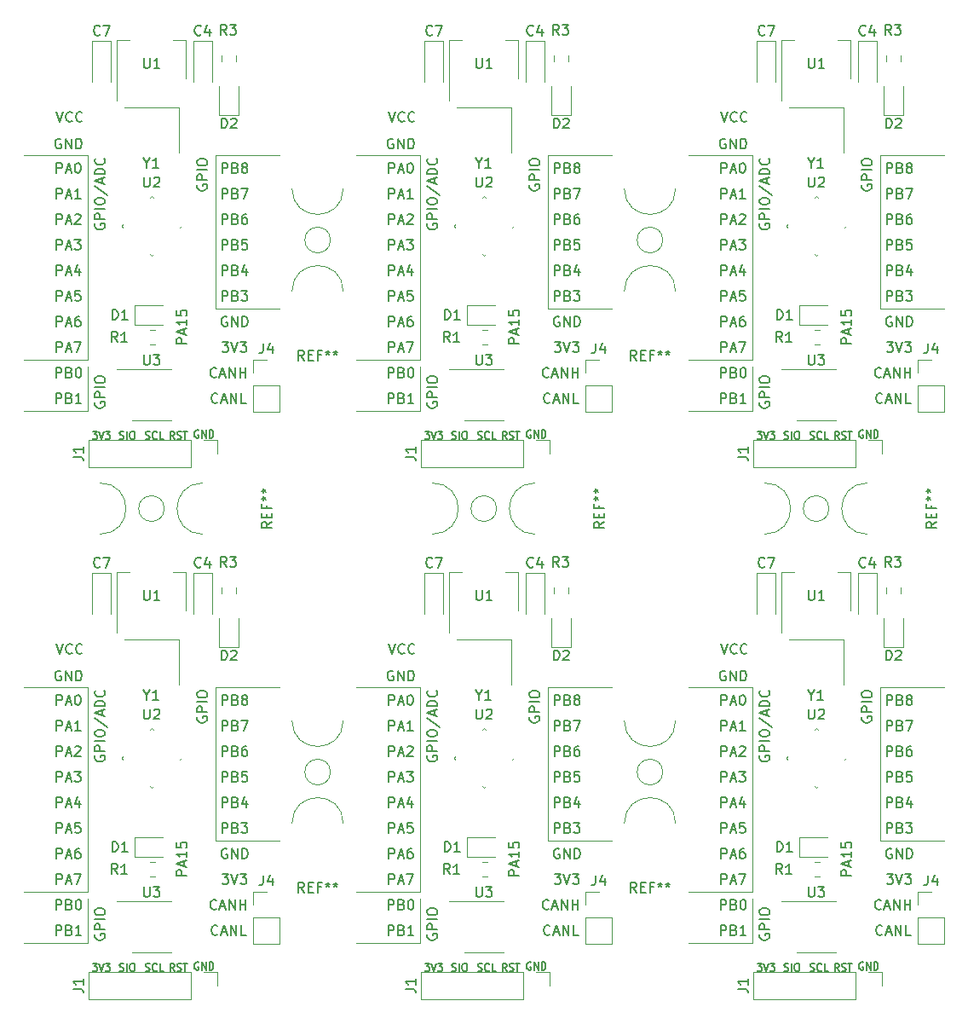
<source format=gbr>
G04 #@! TF.GenerationSoftware,KiCad,Pcbnew,(5.1.6)-1*
G04 #@! TF.CreationDate,2020-10-29T18:05:45+08:00*
G04 #@! TF.ProjectId,panelized,70616e65-6c69-47a6-9564-2e6b69636164,rev?*
G04 #@! TF.SameCoordinates,Original*
G04 #@! TF.FileFunction,Legend,Top*
G04 #@! TF.FilePolarity,Positive*
%FSLAX46Y46*%
G04 Gerber Fmt 4.6, Leading zero omitted, Abs format (unit mm)*
G04 Created by KiCad (PCBNEW (5.1.6)-1) date 2020-10-29 18:05:45*
%MOMM*%
%LPD*%
G01*
G04 APERTURE LIST*
%ADD10C,0.120000*%
%ADD11C,0.150000*%
%ADD12C,0.152400*%
G04 APERTURE END LIST*
D10*
X147320000Y-152527000D02*
X153670000Y-152527000D01*
X114300000Y-152527000D02*
X120650000Y-152527000D01*
X81280000Y-152527000D02*
X87630000Y-152527000D01*
X147320000Y-99695000D02*
X153670000Y-99695000D01*
X114300000Y-99695000D02*
X120650000Y-99695000D01*
X166370000Y-142367000D02*
X172720000Y-142367000D01*
X133350000Y-142367000D02*
X139700000Y-142367000D01*
X100330000Y-142367000D02*
X106680000Y-142367000D01*
X166370000Y-89535000D02*
X172720000Y-89535000D01*
X133350000Y-89535000D02*
X139700000Y-89535000D01*
X150495000Y-127127000D02*
X147320000Y-127127000D01*
X117475000Y-127127000D02*
X114300000Y-127127000D01*
X84455000Y-127127000D02*
X81280000Y-127127000D01*
X150495000Y-74295000D02*
X147320000Y-74295000D01*
X117475000Y-74295000D02*
X114300000Y-74295000D01*
X172720000Y-127127000D02*
X166370000Y-127127000D01*
X139700000Y-127127000D02*
X133350000Y-127127000D01*
X106680000Y-127127000D02*
X100330000Y-127127000D01*
X172720000Y-74295000D02*
X166370000Y-74295000D01*
X139700000Y-74295000D02*
X133350000Y-74295000D01*
X153670000Y-127127000D02*
X150495000Y-127127000D01*
X120650000Y-127127000D02*
X117475000Y-127127000D01*
X87630000Y-127127000D02*
X84455000Y-127127000D01*
X153670000Y-74295000D02*
X150495000Y-74295000D01*
X120650000Y-74295000D02*
X117475000Y-74295000D01*
X166370000Y-127127000D02*
X166370000Y-142367000D01*
X133350000Y-127127000D02*
X133350000Y-142367000D01*
X100330000Y-127127000D02*
X100330000Y-142367000D01*
X166370000Y-74295000D02*
X166370000Y-89535000D01*
X133350000Y-74295000D02*
X133350000Y-89535000D01*
X153670000Y-152527000D02*
X153670000Y-148082000D01*
X120650000Y-152527000D02*
X120650000Y-148082000D01*
X87630000Y-152527000D02*
X87630000Y-148082000D01*
X153670000Y-99695000D02*
X153670000Y-95250000D01*
X120650000Y-99695000D02*
X120650000Y-95250000D01*
X153670000Y-127127000D02*
X153670000Y-147447000D01*
X120650000Y-127127000D02*
X120650000Y-147447000D01*
X87630000Y-127127000D02*
X87630000Y-147447000D01*
X153670000Y-74295000D02*
X153670000Y-94615000D01*
X120650000Y-74295000D02*
X120650000Y-94615000D01*
X153670000Y-147447000D02*
X147320000Y-147447000D01*
X120650000Y-147447000D02*
X114300000Y-147447000D01*
X87630000Y-147447000D02*
X81280000Y-147447000D01*
X153670000Y-94615000D02*
X147320000Y-94615000D01*
X120650000Y-94615000D02*
X114300000Y-94615000D01*
D11*
X151003095Y-125484000D02*
X150907857Y-125436380D01*
X150765000Y-125436380D01*
X150622142Y-125484000D01*
X150526904Y-125579238D01*
X150479285Y-125674476D01*
X150431666Y-125864952D01*
X150431666Y-126007809D01*
X150479285Y-126198285D01*
X150526904Y-126293523D01*
X150622142Y-126388761D01*
X150765000Y-126436380D01*
X150860238Y-126436380D01*
X151003095Y-126388761D01*
X151050714Y-126341142D01*
X151050714Y-126007809D01*
X150860238Y-126007809D01*
X151479285Y-126436380D02*
X151479285Y-125436380D01*
X152050714Y-126436380D01*
X152050714Y-125436380D01*
X152526904Y-126436380D02*
X152526904Y-125436380D01*
X152765000Y-125436380D01*
X152907857Y-125484000D01*
X153003095Y-125579238D01*
X153050714Y-125674476D01*
X153098333Y-125864952D01*
X153098333Y-126007809D01*
X153050714Y-126198285D01*
X153003095Y-126293523D01*
X152907857Y-126388761D01*
X152765000Y-126436380D01*
X152526904Y-126436380D01*
X117983095Y-125484000D02*
X117887857Y-125436380D01*
X117745000Y-125436380D01*
X117602142Y-125484000D01*
X117506904Y-125579238D01*
X117459285Y-125674476D01*
X117411666Y-125864952D01*
X117411666Y-126007809D01*
X117459285Y-126198285D01*
X117506904Y-126293523D01*
X117602142Y-126388761D01*
X117745000Y-126436380D01*
X117840238Y-126436380D01*
X117983095Y-126388761D01*
X118030714Y-126341142D01*
X118030714Y-126007809D01*
X117840238Y-126007809D01*
X118459285Y-126436380D02*
X118459285Y-125436380D01*
X119030714Y-126436380D01*
X119030714Y-125436380D01*
X119506904Y-126436380D02*
X119506904Y-125436380D01*
X119745000Y-125436380D01*
X119887857Y-125484000D01*
X119983095Y-125579238D01*
X120030714Y-125674476D01*
X120078333Y-125864952D01*
X120078333Y-126007809D01*
X120030714Y-126198285D01*
X119983095Y-126293523D01*
X119887857Y-126388761D01*
X119745000Y-126436380D01*
X119506904Y-126436380D01*
X84963095Y-125484000D02*
X84867857Y-125436380D01*
X84725000Y-125436380D01*
X84582142Y-125484000D01*
X84486904Y-125579238D01*
X84439285Y-125674476D01*
X84391666Y-125864952D01*
X84391666Y-126007809D01*
X84439285Y-126198285D01*
X84486904Y-126293523D01*
X84582142Y-126388761D01*
X84725000Y-126436380D01*
X84820238Y-126436380D01*
X84963095Y-126388761D01*
X85010714Y-126341142D01*
X85010714Y-126007809D01*
X84820238Y-126007809D01*
X85439285Y-126436380D02*
X85439285Y-125436380D01*
X86010714Y-126436380D01*
X86010714Y-125436380D01*
X86486904Y-126436380D02*
X86486904Y-125436380D01*
X86725000Y-125436380D01*
X86867857Y-125484000D01*
X86963095Y-125579238D01*
X87010714Y-125674476D01*
X87058333Y-125864952D01*
X87058333Y-126007809D01*
X87010714Y-126198285D01*
X86963095Y-126293523D01*
X86867857Y-126388761D01*
X86725000Y-126436380D01*
X86486904Y-126436380D01*
X151003095Y-72652000D02*
X150907857Y-72604380D01*
X150765000Y-72604380D01*
X150622142Y-72652000D01*
X150526904Y-72747238D01*
X150479285Y-72842476D01*
X150431666Y-73032952D01*
X150431666Y-73175809D01*
X150479285Y-73366285D01*
X150526904Y-73461523D01*
X150622142Y-73556761D01*
X150765000Y-73604380D01*
X150860238Y-73604380D01*
X151003095Y-73556761D01*
X151050714Y-73509142D01*
X151050714Y-73175809D01*
X150860238Y-73175809D01*
X151479285Y-73604380D02*
X151479285Y-72604380D01*
X152050714Y-73604380D01*
X152050714Y-72604380D01*
X152526904Y-73604380D02*
X152526904Y-72604380D01*
X152765000Y-72604380D01*
X152907857Y-72652000D01*
X153003095Y-72747238D01*
X153050714Y-72842476D01*
X153098333Y-73032952D01*
X153098333Y-73175809D01*
X153050714Y-73366285D01*
X153003095Y-73461523D01*
X152907857Y-73556761D01*
X152765000Y-73604380D01*
X152526904Y-73604380D01*
X117983095Y-72652000D02*
X117887857Y-72604380D01*
X117745000Y-72604380D01*
X117602142Y-72652000D01*
X117506904Y-72747238D01*
X117459285Y-72842476D01*
X117411666Y-73032952D01*
X117411666Y-73175809D01*
X117459285Y-73366285D01*
X117506904Y-73461523D01*
X117602142Y-73556761D01*
X117745000Y-73604380D01*
X117840238Y-73604380D01*
X117983095Y-73556761D01*
X118030714Y-73509142D01*
X118030714Y-73175809D01*
X117840238Y-73175809D01*
X118459285Y-73604380D02*
X118459285Y-72604380D01*
X119030714Y-73604380D01*
X119030714Y-72604380D01*
X119506904Y-73604380D02*
X119506904Y-72604380D01*
X119745000Y-72604380D01*
X119887857Y-72652000D01*
X119983095Y-72747238D01*
X120030714Y-72842476D01*
X120078333Y-73032952D01*
X120078333Y-73175809D01*
X120030714Y-73366285D01*
X119983095Y-73461523D01*
X119887857Y-73556761D01*
X119745000Y-73604380D01*
X119506904Y-73604380D01*
X166473333Y-149074142D02*
X166425714Y-149121761D01*
X166282857Y-149169380D01*
X166187619Y-149169380D01*
X166044761Y-149121761D01*
X165949523Y-149026523D01*
X165901904Y-148931285D01*
X165854285Y-148740809D01*
X165854285Y-148597952D01*
X165901904Y-148407476D01*
X165949523Y-148312238D01*
X166044761Y-148217000D01*
X166187619Y-148169380D01*
X166282857Y-148169380D01*
X166425714Y-148217000D01*
X166473333Y-148264619D01*
X166854285Y-148883666D02*
X167330476Y-148883666D01*
X166759047Y-149169380D02*
X167092380Y-148169380D01*
X167425714Y-149169380D01*
X167759047Y-149169380D02*
X167759047Y-148169380D01*
X168330476Y-149169380D01*
X168330476Y-148169380D01*
X168806666Y-149169380D02*
X168806666Y-148169380D01*
X168806666Y-148645571D02*
X169378095Y-148645571D01*
X169378095Y-149169380D02*
X169378095Y-148169380D01*
X133453333Y-149074142D02*
X133405714Y-149121761D01*
X133262857Y-149169380D01*
X133167619Y-149169380D01*
X133024761Y-149121761D01*
X132929523Y-149026523D01*
X132881904Y-148931285D01*
X132834285Y-148740809D01*
X132834285Y-148597952D01*
X132881904Y-148407476D01*
X132929523Y-148312238D01*
X133024761Y-148217000D01*
X133167619Y-148169380D01*
X133262857Y-148169380D01*
X133405714Y-148217000D01*
X133453333Y-148264619D01*
X133834285Y-148883666D02*
X134310476Y-148883666D01*
X133739047Y-149169380D02*
X134072380Y-148169380D01*
X134405714Y-149169380D01*
X134739047Y-149169380D02*
X134739047Y-148169380D01*
X135310476Y-149169380D01*
X135310476Y-148169380D01*
X135786666Y-149169380D02*
X135786666Y-148169380D01*
X135786666Y-148645571D02*
X136358095Y-148645571D01*
X136358095Y-149169380D02*
X136358095Y-148169380D01*
X100433333Y-149074142D02*
X100385714Y-149121761D01*
X100242857Y-149169380D01*
X100147619Y-149169380D01*
X100004761Y-149121761D01*
X99909523Y-149026523D01*
X99861904Y-148931285D01*
X99814285Y-148740809D01*
X99814285Y-148597952D01*
X99861904Y-148407476D01*
X99909523Y-148312238D01*
X100004761Y-148217000D01*
X100147619Y-148169380D01*
X100242857Y-148169380D01*
X100385714Y-148217000D01*
X100433333Y-148264619D01*
X100814285Y-148883666D02*
X101290476Y-148883666D01*
X100719047Y-149169380D02*
X101052380Y-148169380D01*
X101385714Y-149169380D01*
X101719047Y-149169380D02*
X101719047Y-148169380D01*
X102290476Y-149169380D01*
X102290476Y-148169380D01*
X102766666Y-149169380D02*
X102766666Y-148169380D01*
X102766666Y-148645571D02*
X103338095Y-148645571D01*
X103338095Y-149169380D02*
X103338095Y-148169380D01*
X166473333Y-96242142D02*
X166425714Y-96289761D01*
X166282857Y-96337380D01*
X166187619Y-96337380D01*
X166044761Y-96289761D01*
X165949523Y-96194523D01*
X165901904Y-96099285D01*
X165854285Y-95908809D01*
X165854285Y-95765952D01*
X165901904Y-95575476D01*
X165949523Y-95480238D01*
X166044761Y-95385000D01*
X166187619Y-95337380D01*
X166282857Y-95337380D01*
X166425714Y-95385000D01*
X166473333Y-95432619D01*
X166854285Y-96051666D02*
X167330476Y-96051666D01*
X166759047Y-96337380D02*
X167092380Y-95337380D01*
X167425714Y-96337380D01*
X167759047Y-96337380D02*
X167759047Y-95337380D01*
X168330476Y-96337380D01*
X168330476Y-95337380D01*
X168806666Y-96337380D02*
X168806666Y-95337380D01*
X168806666Y-95813571D02*
X169378095Y-95813571D01*
X169378095Y-96337380D02*
X169378095Y-95337380D01*
X133453333Y-96242142D02*
X133405714Y-96289761D01*
X133262857Y-96337380D01*
X133167619Y-96337380D01*
X133024761Y-96289761D01*
X132929523Y-96194523D01*
X132881904Y-96099285D01*
X132834285Y-95908809D01*
X132834285Y-95765952D01*
X132881904Y-95575476D01*
X132929523Y-95480238D01*
X133024761Y-95385000D01*
X133167619Y-95337380D01*
X133262857Y-95337380D01*
X133405714Y-95385000D01*
X133453333Y-95432619D01*
X133834285Y-96051666D02*
X134310476Y-96051666D01*
X133739047Y-96337380D02*
X134072380Y-95337380D01*
X134405714Y-96337380D01*
X134739047Y-96337380D02*
X134739047Y-95337380D01*
X135310476Y-96337380D01*
X135310476Y-95337380D01*
X135786666Y-96337380D02*
X135786666Y-95337380D01*
X135786666Y-95813571D02*
X136358095Y-95813571D01*
X136358095Y-96337380D02*
X136358095Y-95337380D01*
X166592380Y-151614142D02*
X166544761Y-151661761D01*
X166401904Y-151709380D01*
X166306666Y-151709380D01*
X166163809Y-151661761D01*
X166068571Y-151566523D01*
X166020952Y-151471285D01*
X165973333Y-151280809D01*
X165973333Y-151137952D01*
X166020952Y-150947476D01*
X166068571Y-150852238D01*
X166163809Y-150757000D01*
X166306666Y-150709380D01*
X166401904Y-150709380D01*
X166544761Y-150757000D01*
X166592380Y-150804619D01*
X166973333Y-151423666D02*
X167449523Y-151423666D01*
X166878095Y-151709380D02*
X167211428Y-150709380D01*
X167544761Y-151709380D01*
X167878095Y-151709380D02*
X167878095Y-150709380D01*
X168449523Y-151709380D01*
X168449523Y-150709380D01*
X169401904Y-151709380D02*
X168925714Y-151709380D01*
X168925714Y-150709380D01*
X133572380Y-151614142D02*
X133524761Y-151661761D01*
X133381904Y-151709380D01*
X133286666Y-151709380D01*
X133143809Y-151661761D01*
X133048571Y-151566523D01*
X133000952Y-151471285D01*
X132953333Y-151280809D01*
X132953333Y-151137952D01*
X133000952Y-150947476D01*
X133048571Y-150852238D01*
X133143809Y-150757000D01*
X133286666Y-150709380D01*
X133381904Y-150709380D01*
X133524761Y-150757000D01*
X133572380Y-150804619D01*
X133953333Y-151423666D02*
X134429523Y-151423666D01*
X133858095Y-151709380D02*
X134191428Y-150709380D01*
X134524761Y-151709380D01*
X134858095Y-151709380D02*
X134858095Y-150709380D01*
X135429523Y-151709380D01*
X135429523Y-150709380D01*
X136381904Y-151709380D02*
X135905714Y-151709380D01*
X135905714Y-150709380D01*
X100552380Y-151614142D02*
X100504761Y-151661761D01*
X100361904Y-151709380D01*
X100266666Y-151709380D01*
X100123809Y-151661761D01*
X100028571Y-151566523D01*
X99980952Y-151471285D01*
X99933333Y-151280809D01*
X99933333Y-151137952D01*
X99980952Y-150947476D01*
X100028571Y-150852238D01*
X100123809Y-150757000D01*
X100266666Y-150709380D01*
X100361904Y-150709380D01*
X100504761Y-150757000D01*
X100552380Y-150804619D01*
X100933333Y-151423666D02*
X101409523Y-151423666D01*
X100838095Y-151709380D02*
X101171428Y-150709380D01*
X101504761Y-151709380D01*
X101838095Y-151709380D02*
X101838095Y-150709380D01*
X102409523Y-151709380D01*
X102409523Y-150709380D01*
X103361904Y-151709380D02*
X102885714Y-151709380D01*
X102885714Y-150709380D01*
X166592380Y-98782142D02*
X166544761Y-98829761D01*
X166401904Y-98877380D01*
X166306666Y-98877380D01*
X166163809Y-98829761D01*
X166068571Y-98734523D01*
X166020952Y-98639285D01*
X165973333Y-98448809D01*
X165973333Y-98305952D01*
X166020952Y-98115476D01*
X166068571Y-98020238D01*
X166163809Y-97925000D01*
X166306666Y-97877380D01*
X166401904Y-97877380D01*
X166544761Y-97925000D01*
X166592380Y-97972619D01*
X166973333Y-98591666D02*
X167449523Y-98591666D01*
X166878095Y-98877380D02*
X167211428Y-97877380D01*
X167544761Y-98877380D01*
X167878095Y-98877380D02*
X167878095Y-97877380D01*
X168449523Y-98877380D01*
X168449523Y-97877380D01*
X169401904Y-98877380D02*
X168925714Y-98877380D01*
X168925714Y-97877380D01*
X133572380Y-98782142D02*
X133524761Y-98829761D01*
X133381904Y-98877380D01*
X133286666Y-98877380D01*
X133143809Y-98829761D01*
X133048571Y-98734523D01*
X133000952Y-98639285D01*
X132953333Y-98448809D01*
X132953333Y-98305952D01*
X133000952Y-98115476D01*
X133048571Y-98020238D01*
X133143809Y-97925000D01*
X133286666Y-97877380D01*
X133381904Y-97877380D01*
X133524761Y-97925000D01*
X133572380Y-97972619D01*
X133953333Y-98591666D02*
X134429523Y-98591666D01*
X133858095Y-98877380D02*
X134191428Y-97877380D01*
X134524761Y-98877380D01*
X134858095Y-98877380D02*
X134858095Y-97877380D01*
X135429523Y-98877380D01*
X135429523Y-97877380D01*
X136381904Y-98877380D02*
X135905714Y-98877380D01*
X135905714Y-97877380D01*
D12*
X164685133Y-154406600D02*
X164617400Y-154367895D01*
X164515800Y-154367895D01*
X164414200Y-154406600D01*
X164346466Y-154484009D01*
X164312600Y-154561419D01*
X164278733Y-154716238D01*
X164278733Y-154832352D01*
X164312600Y-154987171D01*
X164346466Y-155064580D01*
X164414200Y-155141990D01*
X164515800Y-155180695D01*
X164583533Y-155180695D01*
X164685133Y-155141990D01*
X164719000Y-155103285D01*
X164719000Y-154832352D01*
X164583533Y-154832352D01*
X165023800Y-155180695D02*
X165023800Y-154367895D01*
X165430200Y-155180695D01*
X165430200Y-154367895D01*
X165768866Y-155180695D02*
X165768866Y-154367895D01*
X165938200Y-154367895D01*
X166039800Y-154406600D01*
X166107533Y-154484009D01*
X166141400Y-154561419D01*
X166175266Y-154716238D01*
X166175266Y-154832352D01*
X166141400Y-154987171D01*
X166107533Y-155064580D01*
X166039800Y-155141990D01*
X165938200Y-155180695D01*
X165768866Y-155180695D01*
X131665133Y-154406600D02*
X131597400Y-154367895D01*
X131495800Y-154367895D01*
X131394200Y-154406600D01*
X131326466Y-154484009D01*
X131292600Y-154561419D01*
X131258733Y-154716238D01*
X131258733Y-154832352D01*
X131292600Y-154987171D01*
X131326466Y-155064580D01*
X131394200Y-155141990D01*
X131495800Y-155180695D01*
X131563533Y-155180695D01*
X131665133Y-155141990D01*
X131699000Y-155103285D01*
X131699000Y-154832352D01*
X131563533Y-154832352D01*
X132003800Y-155180695D02*
X132003800Y-154367895D01*
X132410200Y-155180695D01*
X132410200Y-154367895D01*
X132748866Y-155180695D02*
X132748866Y-154367895D01*
X132918200Y-154367895D01*
X133019800Y-154406600D01*
X133087533Y-154484009D01*
X133121400Y-154561419D01*
X133155266Y-154716238D01*
X133155266Y-154832352D01*
X133121400Y-154987171D01*
X133087533Y-155064580D01*
X133019800Y-155141990D01*
X132918200Y-155180695D01*
X132748866Y-155180695D01*
X98645133Y-154406600D02*
X98577400Y-154367895D01*
X98475800Y-154367895D01*
X98374200Y-154406600D01*
X98306466Y-154484009D01*
X98272600Y-154561419D01*
X98238733Y-154716238D01*
X98238733Y-154832352D01*
X98272600Y-154987171D01*
X98306466Y-155064580D01*
X98374200Y-155141990D01*
X98475800Y-155180695D01*
X98543533Y-155180695D01*
X98645133Y-155141990D01*
X98679000Y-155103285D01*
X98679000Y-154832352D01*
X98543533Y-154832352D01*
X98983800Y-155180695D02*
X98983800Y-154367895D01*
X99390200Y-155180695D01*
X99390200Y-154367895D01*
X99728866Y-155180695D02*
X99728866Y-154367895D01*
X99898200Y-154367895D01*
X99999800Y-154406600D01*
X100067533Y-154484009D01*
X100101400Y-154561419D01*
X100135266Y-154716238D01*
X100135266Y-154832352D01*
X100101400Y-154987171D01*
X100067533Y-155064580D01*
X99999800Y-155141990D01*
X99898200Y-155180695D01*
X99728866Y-155180695D01*
X164685133Y-101574600D02*
X164617400Y-101535895D01*
X164515800Y-101535895D01*
X164414200Y-101574600D01*
X164346466Y-101652009D01*
X164312600Y-101729419D01*
X164278733Y-101884238D01*
X164278733Y-102000352D01*
X164312600Y-102155171D01*
X164346466Y-102232580D01*
X164414200Y-102309990D01*
X164515800Y-102348695D01*
X164583533Y-102348695D01*
X164685133Y-102309990D01*
X164719000Y-102271285D01*
X164719000Y-102000352D01*
X164583533Y-102000352D01*
X165023800Y-102348695D02*
X165023800Y-101535895D01*
X165430200Y-102348695D01*
X165430200Y-101535895D01*
X165768866Y-102348695D02*
X165768866Y-101535895D01*
X165938200Y-101535895D01*
X166039800Y-101574600D01*
X166107533Y-101652009D01*
X166141400Y-101729419D01*
X166175266Y-101884238D01*
X166175266Y-102000352D01*
X166141400Y-102155171D01*
X166107533Y-102232580D01*
X166039800Y-102309990D01*
X165938200Y-102348695D01*
X165768866Y-102348695D01*
X131665133Y-101574600D02*
X131597400Y-101535895D01*
X131495800Y-101535895D01*
X131394200Y-101574600D01*
X131326466Y-101652009D01*
X131292600Y-101729419D01*
X131258733Y-101884238D01*
X131258733Y-102000352D01*
X131292600Y-102155171D01*
X131326466Y-102232580D01*
X131394200Y-102309990D01*
X131495800Y-102348695D01*
X131563533Y-102348695D01*
X131665133Y-102309990D01*
X131699000Y-102271285D01*
X131699000Y-102000352D01*
X131563533Y-102000352D01*
X132003800Y-102348695D02*
X132003800Y-101535895D01*
X132410200Y-102348695D01*
X132410200Y-101535895D01*
X132748866Y-102348695D02*
X132748866Y-101535895D01*
X132918200Y-101535895D01*
X133019800Y-101574600D01*
X133087533Y-101652009D01*
X133121400Y-101729419D01*
X133155266Y-101884238D01*
X133155266Y-102000352D01*
X133121400Y-102155171D01*
X133087533Y-102232580D01*
X133019800Y-102309990D01*
X132918200Y-102348695D01*
X132748866Y-102348695D01*
D11*
X164600000Y-130032000D02*
X164552380Y-130127238D01*
X164552380Y-130270095D01*
X164600000Y-130412952D01*
X164695238Y-130508190D01*
X164790476Y-130555809D01*
X164980952Y-130603428D01*
X165123809Y-130603428D01*
X165314285Y-130555809D01*
X165409523Y-130508190D01*
X165504761Y-130412952D01*
X165552380Y-130270095D01*
X165552380Y-130174857D01*
X165504761Y-130032000D01*
X165457142Y-129984380D01*
X165123809Y-129984380D01*
X165123809Y-130174857D01*
X165552380Y-129555809D02*
X164552380Y-129555809D01*
X164552380Y-129174857D01*
X164600000Y-129079619D01*
X164647619Y-129032000D01*
X164742857Y-128984380D01*
X164885714Y-128984380D01*
X164980952Y-129032000D01*
X165028571Y-129079619D01*
X165076190Y-129174857D01*
X165076190Y-129555809D01*
X165552380Y-128555809D02*
X164552380Y-128555809D01*
X164552380Y-127889142D02*
X164552380Y-127698666D01*
X164600000Y-127603428D01*
X164695238Y-127508190D01*
X164885714Y-127460571D01*
X165219047Y-127460571D01*
X165409523Y-127508190D01*
X165504761Y-127603428D01*
X165552380Y-127698666D01*
X165552380Y-127889142D01*
X165504761Y-127984380D01*
X165409523Y-128079619D01*
X165219047Y-128127238D01*
X164885714Y-128127238D01*
X164695238Y-128079619D01*
X164600000Y-127984380D01*
X164552380Y-127889142D01*
X131580000Y-130032000D02*
X131532380Y-130127238D01*
X131532380Y-130270095D01*
X131580000Y-130412952D01*
X131675238Y-130508190D01*
X131770476Y-130555809D01*
X131960952Y-130603428D01*
X132103809Y-130603428D01*
X132294285Y-130555809D01*
X132389523Y-130508190D01*
X132484761Y-130412952D01*
X132532380Y-130270095D01*
X132532380Y-130174857D01*
X132484761Y-130032000D01*
X132437142Y-129984380D01*
X132103809Y-129984380D01*
X132103809Y-130174857D01*
X132532380Y-129555809D02*
X131532380Y-129555809D01*
X131532380Y-129174857D01*
X131580000Y-129079619D01*
X131627619Y-129032000D01*
X131722857Y-128984380D01*
X131865714Y-128984380D01*
X131960952Y-129032000D01*
X132008571Y-129079619D01*
X132056190Y-129174857D01*
X132056190Y-129555809D01*
X132532380Y-128555809D02*
X131532380Y-128555809D01*
X131532380Y-127889142D02*
X131532380Y-127698666D01*
X131580000Y-127603428D01*
X131675238Y-127508190D01*
X131865714Y-127460571D01*
X132199047Y-127460571D01*
X132389523Y-127508190D01*
X132484761Y-127603428D01*
X132532380Y-127698666D01*
X132532380Y-127889142D01*
X132484761Y-127984380D01*
X132389523Y-128079619D01*
X132199047Y-128127238D01*
X131865714Y-128127238D01*
X131675238Y-128079619D01*
X131580000Y-127984380D01*
X131532380Y-127889142D01*
X98560000Y-130032000D02*
X98512380Y-130127238D01*
X98512380Y-130270095D01*
X98560000Y-130412952D01*
X98655238Y-130508190D01*
X98750476Y-130555809D01*
X98940952Y-130603428D01*
X99083809Y-130603428D01*
X99274285Y-130555809D01*
X99369523Y-130508190D01*
X99464761Y-130412952D01*
X99512380Y-130270095D01*
X99512380Y-130174857D01*
X99464761Y-130032000D01*
X99417142Y-129984380D01*
X99083809Y-129984380D01*
X99083809Y-130174857D01*
X99512380Y-129555809D02*
X98512380Y-129555809D01*
X98512380Y-129174857D01*
X98560000Y-129079619D01*
X98607619Y-129032000D01*
X98702857Y-128984380D01*
X98845714Y-128984380D01*
X98940952Y-129032000D01*
X98988571Y-129079619D01*
X99036190Y-129174857D01*
X99036190Y-129555809D01*
X99512380Y-128555809D02*
X98512380Y-128555809D01*
X98512380Y-127889142D02*
X98512380Y-127698666D01*
X98560000Y-127603428D01*
X98655238Y-127508190D01*
X98845714Y-127460571D01*
X99179047Y-127460571D01*
X99369523Y-127508190D01*
X99464761Y-127603428D01*
X99512380Y-127698666D01*
X99512380Y-127889142D01*
X99464761Y-127984380D01*
X99369523Y-128079619D01*
X99179047Y-128127238D01*
X98845714Y-128127238D01*
X98655238Y-128079619D01*
X98560000Y-127984380D01*
X98512380Y-127889142D01*
X164600000Y-77200000D02*
X164552380Y-77295238D01*
X164552380Y-77438095D01*
X164600000Y-77580952D01*
X164695238Y-77676190D01*
X164790476Y-77723809D01*
X164980952Y-77771428D01*
X165123809Y-77771428D01*
X165314285Y-77723809D01*
X165409523Y-77676190D01*
X165504761Y-77580952D01*
X165552380Y-77438095D01*
X165552380Y-77342857D01*
X165504761Y-77200000D01*
X165457142Y-77152380D01*
X165123809Y-77152380D01*
X165123809Y-77342857D01*
X165552380Y-76723809D02*
X164552380Y-76723809D01*
X164552380Y-76342857D01*
X164600000Y-76247619D01*
X164647619Y-76200000D01*
X164742857Y-76152380D01*
X164885714Y-76152380D01*
X164980952Y-76200000D01*
X165028571Y-76247619D01*
X165076190Y-76342857D01*
X165076190Y-76723809D01*
X165552380Y-75723809D02*
X164552380Y-75723809D01*
X164552380Y-75057142D02*
X164552380Y-74866666D01*
X164600000Y-74771428D01*
X164695238Y-74676190D01*
X164885714Y-74628571D01*
X165219047Y-74628571D01*
X165409523Y-74676190D01*
X165504761Y-74771428D01*
X165552380Y-74866666D01*
X165552380Y-75057142D01*
X165504761Y-75152380D01*
X165409523Y-75247619D01*
X165219047Y-75295238D01*
X164885714Y-75295238D01*
X164695238Y-75247619D01*
X164600000Y-75152380D01*
X164552380Y-75057142D01*
X131580000Y-77200000D02*
X131532380Y-77295238D01*
X131532380Y-77438095D01*
X131580000Y-77580952D01*
X131675238Y-77676190D01*
X131770476Y-77723809D01*
X131960952Y-77771428D01*
X132103809Y-77771428D01*
X132294285Y-77723809D01*
X132389523Y-77676190D01*
X132484761Y-77580952D01*
X132532380Y-77438095D01*
X132532380Y-77342857D01*
X132484761Y-77200000D01*
X132437142Y-77152380D01*
X132103809Y-77152380D01*
X132103809Y-77342857D01*
X132532380Y-76723809D02*
X131532380Y-76723809D01*
X131532380Y-76342857D01*
X131580000Y-76247619D01*
X131627619Y-76200000D01*
X131722857Y-76152380D01*
X131865714Y-76152380D01*
X131960952Y-76200000D01*
X132008571Y-76247619D01*
X132056190Y-76342857D01*
X132056190Y-76723809D01*
X132532380Y-75723809D02*
X131532380Y-75723809D01*
X131532380Y-75057142D02*
X131532380Y-74866666D01*
X131580000Y-74771428D01*
X131675238Y-74676190D01*
X131865714Y-74628571D01*
X132199047Y-74628571D01*
X132389523Y-74676190D01*
X132484761Y-74771428D01*
X132532380Y-74866666D01*
X132532380Y-75057142D01*
X132484761Y-75152380D01*
X132389523Y-75247619D01*
X132199047Y-75295238D01*
X131865714Y-75295238D01*
X131675238Y-75247619D01*
X131580000Y-75152380D01*
X131532380Y-75057142D01*
X163520380Y-145787857D02*
X162520380Y-145787857D01*
X162520380Y-145406904D01*
X162568000Y-145311666D01*
X162615619Y-145264047D01*
X162710857Y-145216428D01*
X162853714Y-145216428D01*
X162948952Y-145264047D01*
X162996571Y-145311666D01*
X163044190Y-145406904D01*
X163044190Y-145787857D01*
X163234666Y-144835476D02*
X163234666Y-144359285D01*
X163520380Y-144930714D02*
X162520380Y-144597380D01*
X163520380Y-144264047D01*
X163520380Y-143406904D02*
X163520380Y-143978333D01*
X163520380Y-143692619D02*
X162520380Y-143692619D01*
X162663238Y-143787857D01*
X162758476Y-143883095D01*
X162806095Y-143978333D01*
X162520380Y-142502142D02*
X162520380Y-142978333D01*
X162996571Y-143025952D01*
X162948952Y-142978333D01*
X162901333Y-142883095D01*
X162901333Y-142645000D01*
X162948952Y-142549761D01*
X162996571Y-142502142D01*
X163091809Y-142454523D01*
X163329904Y-142454523D01*
X163425142Y-142502142D01*
X163472761Y-142549761D01*
X163520380Y-142645000D01*
X163520380Y-142883095D01*
X163472761Y-142978333D01*
X163425142Y-143025952D01*
X130500380Y-145787857D02*
X129500380Y-145787857D01*
X129500380Y-145406904D01*
X129548000Y-145311666D01*
X129595619Y-145264047D01*
X129690857Y-145216428D01*
X129833714Y-145216428D01*
X129928952Y-145264047D01*
X129976571Y-145311666D01*
X130024190Y-145406904D01*
X130024190Y-145787857D01*
X130214666Y-144835476D02*
X130214666Y-144359285D01*
X130500380Y-144930714D02*
X129500380Y-144597380D01*
X130500380Y-144264047D01*
X130500380Y-143406904D02*
X130500380Y-143978333D01*
X130500380Y-143692619D02*
X129500380Y-143692619D01*
X129643238Y-143787857D01*
X129738476Y-143883095D01*
X129786095Y-143978333D01*
X129500380Y-142502142D02*
X129500380Y-142978333D01*
X129976571Y-143025952D01*
X129928952Y-142978333D01*
X129881333Y-142883095D01*
X129881333Y-142645000D01*
X129928952Y-142549761D01*
X129976571Y-142502142D01*
X130071809Y-142454523D01*
X130309904Y-142454523D01*
X130405142Y-142502142D01*
X130452761Y-142549761D01*
X130500380Y-142645000D01*
X130500380Y-142883095D01*
X130452761Y-142978333D01*
X130405142Y-143025952D01*
X97480380Y-145787857D02*
X96480380Y-145787857D01*
X96480380Y-145406904D01*
X96528000Y-145311666D01*
X96575619Y-145264047D01*
X96670857Y-145216428D01*
X96813714Y-145216428D01*
X96908952Y-145264047D01*
X96956571Y-145311666D01*
X97004190Y-145406904D01*
X97004190Y-145787857D01*
X97194666Y-144835476D02*
X97194666Y-144359285D01*
X97480380Y-144930714D02*
X96480380Y-144597380D01*
X97480380Y-144264047D01*
X97480380Y-143406904D02*
X97480380Y-143978333D01*
X97480380Y-143692619D02*
X96480380Y-143692619D01*
X96623238Y-143787857D01*
X96718476Y-143883095D01*
X96766095Y-143978333D01*
X96480380Y-142502142D02*
X96480380Y-142978333D01*
X96956571Y-143025952D01*
X96908952Y-142978333D01*
X96861333Y-142883095D01*
X96861333Y-142645000D01*
X96908952Y-142549761D01*
X96956571Y-142502142D01*
X97051809Y-142454523D01*
X97289904Y-142454523D01*
X97385142Y-142502142D01*
X97432761Y-142549761D01*
X97480380Y-142645000D01*
X97480380Y-142883095D01*
X97432761Y-142978333D01*
X97385142Y-143025952D01*
X163520380Y-92955857D02*
X162520380Y-92955857D01*
X162520380Y-92574904D01*
X162568000Y-92479666D01*
X162615619Y-92432047D01*
X162710857Y-92384428D01*
X162853714Y-92384428D01*
X162948952Y-92432047D01*
X162996571Y-92479666D01*
X163044190Y-92574904D01*
X163044190Y-92955857D01*
X163234666Y-92003476D02*
X163234666Y-91527285D01*
X163520380Y-92098714D02*
X162520380Y-91765380D01*
X163520380Y-91432047D01*
X163520380Y-90574904D02*
X163520380Y-91146333D01*
X163520380Y-90860619D02*
X162520380Y-90860619D01*
X162663238Y-90955857D01*
X162758476Y-91051095D01*
X162806095Y-91146333D01*
X162520380Y-89670142D02*
X162520380Y-90146333D01*
X162996571Y-90193952D01*
X162948952Y-90146333D01*
X162901333Y-90051095D01*
X162901333Y-89813000D01*
X162948952Y-89717761D01*
X162996571Y-89670142D01*
X163091809Y-89622523D01*
X163329904Y-89622523D01*
X163425142Y-89670142D01*
X163472761Y-89717761D01*
X163520380Y-89813000D01*
X163520380Y-90051095D01*
X163472761Y-90146333D01*
X163425142Y-90193952D01*
X130500380Y-92955857D02*
X129500380Y-92955857D01*
X129500380Y-92574904D01*
X129548000Y-92479666D01*
X129595619Y-92432047D01*
X129690857Y-92384428D01*
X129833714Y-92384428D01*
X129928952Y-92432047D01*
X129976571Y-92479666D01*
X130024190Y-92574904D01*
X130024190Y-92955857D01*
X130214666Y-92003476D02*
X130214666Y-91527285D01*
X130500380Y-92098714D02*
X129500380Y-91765380D01*
X130500380Y-91432047D01*
X130500380Y-90574904D02*
X130500380Y-91146333D01*
X130500380Y-90860619D02*
X129500380Y-90860619D01*
X129643238Y-90955857D01*
X129738476Y-91051095D01*
X129786095Y-91146333D01*
X129500380Y-89670142D02*
X129500380Y-90146333D01*
X129976571Y-90193952D01*
X129928952Y-90146333D01*
X129881333Y-90051095D01*
X129881333Y-89813000D01*
X129928952Y-89717761D01*
X129976571Y-89670142D01*
X130071809Y-89622523D01*
X130309904Y-89622523D01*
X130405142Y-89670142D01*
X130452761Y-89717761D01*
X130500380Y-89813000D01*
X130500380Y-90051095D01*
X130452761Y-90146333D01*
X130405142Y-90193952D01*
X154440000Y-133889380D02*
X154392380Y-133984619D01*
X154392380Y-134127476D01*
X154440000Y-134270333D01*
X154535238Y-134365571D01*
X154630476Y-134413190D01*
X154820952Y-134460809D01*
X154963809Y-134460809D01*
X155154285Y-134413190D01*
X155249523Y-134365571D01*
X155344761Y-134270333D01*
X155392380Y-134127476D01*
X155392380Y-134032238D01*
X155344761Y-133889380D01*
X155297142Y-133841761D01*
X154963809Y-133841761D01*
X154963809Y-134032238D01*
X155392380Y-133413190D02*
X154392380Y-133413190D01*
X154392380Y-133032238D01*
X154440000Y-132937000D01*
X154487619Y-132889380D01*
X154582857Y-132841761D01*
X154725714Y-132841761D01*
X154820952Y-132889380D01*
X154868571Y-132937000D01*
X154916190Y-133032238D01*
X154916190Y-133413190D01*
X155392380Y-132413190D02*
X154392380Y-132413190D01*
X154392380Y-131746523D02*
X154392380Y-131556047D01*
X154440000Y-131460809D01*
X154535238Y-131365571D01*
X154725714Y-131317952D01*
X155059047Y-131317952D01*
X155249523Y-131365571D01*
X155344761Y-131460809D01*
X155392380Y-131556047D01*
X155392380Y-131746523D01*
X155344761Y-131841761D01*
X155249523Y-131937000D01*
X155059047Y-131984619D01*
X154725714Y-131984619D01*
X154535238Y-131937000D01*
X154440000Y-131841761D01*
X154392380Y-131746523D01*
X154344761Y-130175095D02*
X155630476Y-131032238D01*
X155106666Y-129889380D02*
X155106666Y-129413190D01*
X155392380Y-129984619D02*
X154392380Y-129651285D01*
X155392380Y-129317952D01*
X155392380Y-128984619D02*
X154392380Y-128984619D01*
X154392380Y-128746523D01*
X154440000Y-128603666D01*
X154535238Y-128508428D01*
X154630476Y-128460809D01*
X154820952Y-128413190D01*
X154963809Y-128413190D01*
X155154285Y-128460809D01*
X155249523Y-128508428D01*
X155344761Y-128603666D01*
X155392380Y-128746523D01*
X155392380Y-128984619D01*
X155297142Y-127413190D02*
X155344761Y-127460809D01*
X155392380Y-127603666D01*
X155392380Y-127698904D01*
X155344761Y-127841761D01*
X155249523Y-127937000D01*
X155154285Y-127984619D01*
X154963809Y-128032238D01*
X154820952Y-128032238D01*
X154630476Y-127984619D01*
X154535238Y-127937000D01*
X154440000Y-127841761D01*
X154392380Y-127698904D01*
X154392380Y-127603666D01*
X154440000Y-127460809D01*
X154487619Y-127413190D01*
X121420000Y-133889380D02*
X121372380Y-133984619D01*
X121372380Y-134127476D01*
X121420000Y-134270333D01*
X121515238Y-134365571D01*
X121610476Y-134413190D01*
X121800952Y-134460809D01*
X121943809Y-134460809D01*
X122134285Y-134413190D01*
X122229523Y-134365571D01*
X122324761Y-134270333D01*
X122372380Y-134127476D01*
X122372380Y-134032238D01*
X122324761Y-133889380D01*
X122277142Y-133841761D01*
X121943809Y-133841761D01*
X121943809Y-134032238D01*
X122372380Y-133413190D02*
X121372380Y-133413190D01*
X121372380Y-133032238D01*
X121420000Y-132937000D01*
X121467619Y-132889380D01*
X121562857Y-132841761D01*
X121705714Y-132841761D01*
X121800952Y-132889380D01*
X121848571Y-132937000D01*
X121896190Y-133032238D01*
X121896190Y-133413190D01*
X122372380Y-132413190D02*
X121372380Y-132413190D01*
X121372380Y-131746523D02*
X121372380Y-131556047D01*
X121420000Y-131460809D01*
X121515238Y-131365571D01*
X121705714Y-131317952D01*
X122039047Y-131317952D01*
X122229523Y-131365571D01*
X122324761Y-131460809D01*
X122372380Y-131556047D01*
X122372380Y-131746523D01*
X122324761Y-131841761D01*
X122229523Y-131937000D01*
X122039047Y-131984619D01*
X121705714Y-131984619D01*
X121515238Y-131937000D01*
X121420000Y-131841761D01*
X121372380Y-131746523D01*
X121324761Y-130175095D02*
X122610476Y-131032238D01*
X122086666Y-129889380D02*
X122086666Y-129413190D01*
X122372380Y-129984619D02*
X121372380Y-129651285D01*
X122372380Y-129317952D01*
X122372380Y-128984619D02*
X121372380Y-128984619D01*
X121372380Y-128746523D01*
X121420000Y-128603666D01*
X121515238Y-128508428D01*
X121610476Y-128460809D01*
X121800952Y-128413190D01*
X121943809Y-128413190D01*
X122134285Y-128460809D01*
X122229523Y-128508428D01*
X122324761Y-128603666D01*
X122372380Y-128746523D01*
X122372380Y-128984619D01*
X122277142Y-127413190D02*
X122324761Y-127460809D01*
X122372380Y-127603666D01*
X122372380Y-127698904D01*
X122324761Y-127841761D01*
X122229523Y-127937000D01*
X122134285Y-127984619D01*
X121943809Y-128032238D01*
X121800952Y-128032238D01*
X121610476Y-127984619D01*
X121515238Y-127937000D01*
X121420000Y-127841761D01*
X121372380Y-127698904D01*
X121372380Y-127603666D01*
X121420000Y-127460809D01*
X121467619Y-127413190D01*
X88400000Y-133889380D02*
X88352380Y-133984619D01*
X88352380Y-134127476D01*
X88400000Y-134270333D01*
X88495238Y-134365571D01*
X88590476Y-134413190D01*
X88780952Y-134460809D01*
X88923809Y-134460809D01*
X89114285Y-134413190D01*
X89209523Y-134365571D01*
X89304761Y-134270333D01*
X89352380Y-134127476D01*
X89352380Y-134032238D01*
X89304761Y-133889380D01*
X89257142Y-133841761D01*
X88923809Y-133841761D01*
X88923809Y-134032238D01*
X89352380Y-133413190D02*
X88352380Y-133413190D01*
X88352380Y-133032238D01*
X88400000Y-132937000D01*
X88447619Y-132889380D01*
X88542857Y-132841761D01*
X88685714Y-132841761D01*
X88780952Y-132889380D01*
X88828571Y-132937000D01*
X88876190Y-133032238D01*
X88876190Y-133413190D01*
X89352380Y-132413190D02*
X88352380Y-132413190D01*
X88352380Y-131746523D02*
X88352380Y-131556047D01*
X88400000Y-131460809D01*
X88495238Y-131365571D01*
X88685714Y-131317952D01*
X89019047Y-131317952D01*
X89209523Y-131365571D01*
X89304761Y-131460809D01*
X89352380Y-131556047D01*
X89352380Y-131746523D01*
X89304761Y-131841761D01*
X89209523Y-131937000D01*
X89019047Y-131984619D01*
X88685714Y-131984619D01*
X88495238Y-131937000D01*
X88400000Y-131841761D01*
X88352380Y-131746523D01*
X88304761Y-130175095D02*
X89590476Y-131032238D01*
X89066666Y-129889380D02*
X89066666Y-129413190D01*
X89352380Y-129984619D02*
X88352380Y-129651285D01*
X89352380Y-129317952D01*
X89352380Y-128984619D02*
X88352380Y-128984619D01*
X88352380Y-128746523D01*
X88400000Y-128603666D01*
X88495238Y-128508428D01*
X88590476Y-128460809D01*
X88780952Y-128413190D01*
X88923809Y-128413190D01*
X89114285Y-128460809D01*
X89209523Y-128508428D01*
X89304761Y-128603666D01*
X89352380Y-128746523D01*
X89352380Y-128984619D01*
X89257142Y-127413190D02*
X89304761Y-127460809D01*
X89352380Y-127603666D01*
X89352380Y-127698904D01*
X89304761Y-127841761D01*
X89209523Y-127937000D01*
X89114285Y-127984619D01*
X88923809Y-128032238D01*
X88780952Y-128032238D01*
X88590476Y-127984619D01*
X88495238Y-127937000D01*
X88400000Y-127841761D01*
X88352380Y-127698904D01*
X88352380Y-127603666D01*
X88400000Y-127460809D01*
X88447619Y-127413190D01*
X154440000Y-81057380D02*
X154392380Y-81152619D01*
X154392380Y-81295476D01*
X154440000Y-81438333D01*
X154535238Y-81533571D01*
X154630476Y-81581190D01*
X154820952Y-81628809D01*
X154963809Y-81628809D01*
X155154285Y-81581190D01*
X155249523Y-81533571D01*
X155344761Y-81438333D01*
X155392380Y-81295476D01*
X155392380Y-81200238D01*
X155344761Y-81057380D01*
X155297142Y-81009761D01*
X154963809Y-81009761D01*
X154963809Y-81200238D01*
X155392380Y-80581190D02*
X154392380Y-80581190D01*
X154392380Y-80200238D01*
X154440000Y-80105000D01*
X154487619Y-80057380D01*
X154582857Y-80009761D01*
X154725714Y-80009761D01*
X154820952Y-80057380D01*
X154868571Y-80105000D01*
X154916190Y-80200238D01*
X154916190Y-80581190D01*
X155392380Y-79581190D02*
X154392380Y-79581190D01*
X154392380Y-78914523D02*
X154392380Y-78724047D01*
X154440000Y-78628809D01*
X154535238Y-78533571D01*
X154725714Y-78485952D01*
X155059047Y-78485952D01*
X155249523Y-78533571D01*
X155344761Y-78628809D01*
X155392380Y-78724047D01*
X155392380Y-78914523D01*
X155344761Y-79009761D01*
X155249523Y-79105000D01*
X155059047Y-79152619D01*
X154725714Y-79152619D01*
X154535238Y-79105000D01*
X154440000Y-79009761D01*
X154392380Y-78914523D01*
X154344761Y-77343095D02*
X155630476Y-78200238D01*
X155106666Y-77057380D02*
X155106666Y-76581190D01*
X155392380Y-77152619D02*
X154392380Y-76819285D01*
X155392380Y-76485952D01*
X155392380Y-76152619D02*
X154392380Y-76152619D01*
X154392380Y-75914523D01*
X154440000Y-75771666D01*
X154535238Y-75676428D01*
X154630476Y-75628809D01*
X154820952Y-75581190D01*
X154963809Y-75581190D01*
X155154285Y-75628809D01*
X155249523Y-75676428D01*
X155344761Y-75771666D01*
X155392380Y-75914523D01*
X155392380Y-76152619D01*
X155297142Y-74581190D02*
X155344761Y-74628809D01*
X155392380Y-74771666D01*
X155392380Y-74866904D01*
X155344761Y-75009761D01*
X155249523Y-75105000D01*
X155154285Y-75152619D01*
X154963809Y-75200238D01*
X154820952Y-75200238D01*
X154630476Y-75152619D01*
X154535238Y-75105000D01*
X154440000Y-75009761D01*
X154392380Y-74866904D01*
X154392380Y-74771666D01*
X154440000Y-74628809D01*
X154487619Y-74581190D01*
X121420000Y-81057380D02*
X121372380Y-81152619D01*
X121372380Y-81295476D01*
X121420000Y-81438333D01*
X121515238Y-81533571D01*
X121610476Y-81581190D01*
X121800952Y-81628809D01*
X121943809Y-81628809D01*
X122134285Y-81581190D01*
X122229523Y-81533571D01*
X122324761Y-81438333D01*
X122372380Y-81295476D01*
X122372380Y-81200238D01*
X122324761Y-81057380D01*
X122277142Y-81009761D01*
X121943809Y-81009761D01*
X121943809Y-81200238D01*
X122372380Y-80581190D02*
X121372380Y-80581190D01*
X121372380Y-80200238D01*
X121420000Y-80105000D01*
X121467619Y-80057380D01*
X121562857Y-80009761D01*
X121705714Y-80009761D01*
X121800952Y-80057380D01*
X121848571Y-80105000D01*
X121896190Y-80200238D01*
X121896190Y-80581190D01*
X122372380Y-79581190D02*
X121372380Y-79581190D01*
X121372380Y-78914523D02*
X121372380Y-78724047D01*
X121420000Y-78628809D01*
X121515238Y-78533571D01*
X121705714Y-78485952D01*
X122039047Y-78485952D01*
X122229523Y-78533571D01*
X122324761Y-78628809D01*
X122372380Y-78724047D01*
X122372380Y-78914523D01*
X122324761Y-79009761D01*
X122229523Y-79105000D01*
X122039047Y-79152619D01*
X121705714Y-79152619D01*
X121515238Y-79105000D01*
X121420000Y-79009761D01*
X121372380Y-78914523D01*
X121324761Y-77343095D02*
X122610476Y-78200238D01*
X122086666Y-77057380D02*
X122086666Y-76581190D01*
X122372380Y-77152619D02*
X121372380Y-76819285D01*
X122372380Y-76485952D01*
X122372380Y-76152619D02*
X121372380Y-76152619D01*
X121372380Y-75914523D01*
X121420000Y-75771666D01*
X121515238Y-75676428D01*
X121610476Y-75628809D01*
X121800952Y-75581190D01*
X121943809Y-75581190D01*
X122134285Y-75628809D01*
X122229523Y-75676428D01*
X122324761Y-75771666D01*
X122372380Y-75914523D01*
X122372380Y-76152619D01*
X122277142Y-74581190D02*
X122324761Y-74628809D01*
X122372380Y-74771666D01*
X122372380Y-74866904D01*
X122324761Y-75009761D01*
X122229523Y-75105000D01*
X122134285Y-75152619D01*
X121943809Y-75200238D01*
X121800952Y-75200238D01*
X121610476Y-75152619D01*
X121515238Y-75105000D01*
X121420000Y-75009761D01*
X121372380Y-74866904D01*
X121372380Y-74771666D01*
X121420000Y-74628809D01*
X121467619Y-74581190D01*
D12*
X156861933Y-155268990D02*
X156963533Y-155307695D01*
X157132866Y-155307695D01*
X157200600Y-155268990D01*
X157234466Y-155230285D01*
X157268333Y-155152876D01*
X157268333Y-155075466D01*
X157234466Y-154998057D01*
X157200600Y-154959352D01*
X157132866Y-154920647D01*
X156997400Y-154881942D01*
X156929666Y-154843238D01*
X156895800Y-154804533D01*
X156861933Y-154727123D01*
X156861933Y-154649714D01*
X156895800Y-154572304D01*
X156929666Y-154533600D01*
X156997400Y-154494895D01*
X157166733Y-154494895D01*
X157268333Y-154533600D01*
X157573133Y-155307695D02*
X157573133Y-154494895D01*
X158047266Y-154494895D02*
X158182733Y-154494895D01*
X158250466Y-154533600D01*
X158318200Y-154611009D01*
X158352066Y-154765828D01*
X158352066Y-155036761D01*
X158318200Y-155191580D01*
X158250466Y-155268990D01*
X158182733Y-155307695D01*
X158047266Y-155307695D01*
X157979533Y-155268990D01*
X157911800Y-155191580D01*
X157877933Y-155036761D01*
X157877933Y-154765828D01*
X157911800Y-154611009D01*
X157979533Y-154533600D01*
X158047266Y-154494895D01*
X123841933Y-155268990D02*
X123943533Y-155307695D01*
X124112866Y-155307695D01*
X124180600Y-155268990D01*
X124214466Y-155230285D01*
X124248333Y-155152876D01*
X124248333Y-155075466D01*
X124214466Y-154998057D01*
X124180600Y-154959352D01*
X124112866Y-154920647D01*
X123977400Y-154881942D01*
X123909666Y-154843238D01*
X123875800Y-154804533D01*
X123841933Y-154727123D01*
X123841933Y-154649714D01*
X123875800Y-154572304D01*
X123909666Y-154533600D01*
X123977400Y-154494895D01*
X124146733Y-154494895D01*
X124248333Y-154533600D01*
X124553133Y-155307695D02*
X124553133Y-154494895D01*
X125027266Y-154494895D02*
X125162733Y-154494895D01*
X125230466Y-154533600D01*
X125298200Y-154611009D01*
X125332066Y-154765828D01*
X125332066Y-155036761D01*
X125298200Y-155191580D01*
X125230466Y-155268990D01*
X125162733Y-155307695D01*
X125027266Y-155307695D01*
X124959533Y-155268990D01*
X124891800Y-155191580D01*
X124857933Y-155036761D01*
X124857933Y-154765828D01*
X124891800Y-154611009D01*
X124959533Y-154533600D01*
X125027266Y-154494895D01*
X90821933Y-155268990D02*
X90923533Y-155307695D01*
X91092866Y-155307695D01*
X91160600Y-155268990D01*
X91194466Y-155230285D01*
X91228333Y-155152876D01*
X91228333Y-155075466D01*
X91194466Y-154998057D01*
X91160600Y-154959352D01*
X91092866Y-154920647D01*
X90957400Y-154881942D01*
X90889666Y-154843238D01*
X90855800Y-154804533D01*
X90821933Y-154727123D01*
X90821933Y-154649714D01*
X90855800Y-154572304D01*
X90889666Y-154533600D01*
X90957400Y-154494895D01*
X91126733Y-154494895D01*
X91228333Y-154533600D01*
X91533133Y-155307695D02*
X91533133Y-154494895D01*
X92007266Y-154494895D02*
X92142733Y-154494895D01*
X92210466Y-154533600D01*
X92278200Y-154611009D01*
X92312066Y-154765828D01*
X92312066Y-155036761D01*
X92278200Y-155191580D01*
X92210466Y-155268990D01*
X92142733Y-155307695D01*
X92007266Y-155307695D01*
X91939533Y-155268990D01*
X91871800Y-155191580D01*
X91837933Y-155036761D01*
X91837933Y-154765828D01*
X91871800Y-154611009D01*
X91939533Y-154533600D01*
X92007266Y-154494895D01*
X156861933Y-102436990D02*
X156963533Y-102475695D01*
X157132866Y-102475695D01*
X157200600Y-102436990D01*
X157234466Y-102398285D01*
X157268333Y-102320876D01*
X157268333Y-102243466D01*
X157234466Y-102166057D01*
X157200600Y-102127352D01*
X157132866Y-102088647D01*
X156997400Y-102049942D01*
X156929666Y-102011238D01*
X156895800Y-101972533D01*
X156861933Y-101895123D01*
X156861933Y-101817714D01*
X156895800Y-101740304D01*
X156929666Y-101701600D01*
X156997400Y-101662895D01*
X157166733Y-101662895D01*
X157268333Y-101701600D01*
X157573133Y-102475695D02*
X157573133Y-101662895D01*
X158047266Y-101662895D02*
X158182733Y-101662895D01*
X158250466Y-101701600D01*
X158318200Y-101779009D01*
X158352066Y-101933828D01*
X158352066Y-102204761D01*
X158318200Y-102359580D01*
X158250466Y-102436990D01*
X158182733Y-102475695D01*
X158047266Y-102475695D01*
X157979533Y-102436990D01*
X157911800Y-102359580D01*
X157877933Y-102204761D01*
X157877933Y-101933828D01*
X157911800Y-101779009D01*
X157979533Y-101701600D01*
X158047266Y-101662895D01*
X123841933Y-102436990D02*
X123943533Y-102475695D01*
X124112866Y-102475695D01*
X124180600Y-102436990D01*
X124214466Y-102398285D01*
X124248333Y-102320876D01*
X124248333Y-102243466D01*
X124214466Y-102166057D01*
X124180600Y-102127352D01*
X124112866Y-102088647D01*
X123977400Y-102049942D01*
X123909666Y-102011238D01*
X123875800Y-101972533D01*
X123841933Y-101895123D01*
X123841933Y-101817714D01*
X123875800Y-101740304D01*
X123909666Y-101701600D01*
X123977400Y-101662895D01*
X124146733Y-101662895D01*
X124248333Y-101701600D01*
X124553133Y-102475695D02*
X124553133Y-101662895D01*
X125027266Y-101662895D02*
X125162733Y-101662895D01*
X125230466Y-101701600D01*
X125298200Y-101779009D01*
X125332066Y-101933828D01*
X125332066Y-102204761D01*
X125298200Y-102359580D01*
X125230466Y-102436990D01*
X125162733Y-102475695D01*
X125027266Y-102475695D01*
X124959533Y-102436990D01*
X124891800Y-102359580D01*
X124857933Y-102204761D01*
X124857933Y-101933828D01*
X124891800Y-101779009D01*
X124959533Y-101701600D01*
X125027266Y-101662895D01*
X154186466Y-154494895D02*
X154626733Y-154494895D01*
X154389666Y-154804533D01*
X154491266Y-154804533D01*
X154559000Y-154843238D01*
X154592866Y-154881942D01*
X154626733Y-154959352D01*
X154626733Y-155152876D01*
X154592866Y-155230285D01*
X154559000Y-155268990D01*
X154491266Y-155307695D01*
X154288066Y-155307695D01*
X154220333Y-155268990D01*
X154186466Y-155230285D01*
X154829933Y-154494895D02*
X155067000Y-155307695D01*
X155304066Y-154494895D01*
X155473400Y-154494895D02*
X155913666Y-154494895D01*
X155676600Y-154804533D01*
X155778200Y-154804533D01*
X155845933Y-154843238D01*
X155879800Y-154881942D01*
X155913666Y-154959352D01*
X155913666Y-155152876D01*
X155879800Y-155230285D01*
X155845933Y-155268990D01*
X155778200Y-155307695D01*
X155575000Y-155307695D01*
X155507266Y-155268990D01*
X155473400Y-155230285D01*
X121166466Y-154494895D02*
X121606733Y-154494895D01*
X121369666Y-154804533D01*
X121471266Y-154804533D01*
X121539000Y-154843238D01*
X121572866Y-154881942D01*
X121606733Y-154959352D01*
X121606733Y-155152876D01*
X121572866Y-155230285D01*
X121539000Y-155268990D01*
X121471266Y-155307695D01*
X121268066Y-155307695D01*
X121200333Y-155268990D01*
X121166466Y-155230285D01*
X121809933Y-154494895D02*
X122047000Y-155307695D01*
X122284066Y-154494895D01*
X122453400Y-154494895D02*
X122893666Y-154494895D01*
X122656600Y-154804533D01*
X122758200Y-154804533D01*
X122825933Y-154843238D01*
X122859800Y-154881942D01*
X122893666Y-154959352D01*
X122893666Y-155152876D01*
X122859800Y-155230285D01*
X122825933Y-155268990D01*
X122758200Y-155307695D01*
X122555000Y-155307695D01*
X122487266Y-155268990D01*
X122453400Y-155230285D01*
X88146466Y-154494895D02*
X88586733Y-154494895D01*
X88349666Y-154804533D01*
X88451266Y-154804533D01*
X88519000Y-154843238D01*
X88552866Y-154881942D01*
X88586733Y-154959352D01*
X88586733Y-155152876D01*
X88552866Y-155230285D01*
X88519000Y-155268990D01*
X88451266Y-155307695D01*
X88248066Y-155307695D01*
X88180333Y-155268990D01*
X88146466Y-155230285D01*
X88789933Y-154494895D02*
X89027000Y-155307695D01*
X89264066Y-154494895D01*
X89433400Y-154494895D02*
X89873666Y-154494895D01*
X89636600Y-154804533D01*
X89738200Y-154804533D01*
X89805933Y-154843238D01*
X89839800Y-154881942D01*
X89873666Y-154959352D01*
X89873666Y-155152876D01*
X89839800Y-155230285D01*
X89805933Y-155268990D01*
X89738200Y-155307695D01*
X89535000Y-155307695D01*
X89467266Y-155268990D01*
X89433400Y-155230285D01*
X154186466Y-101662895D02*
X154626733Y-101662895D01*
X154389666Y-101972533D01*
X154491266Y-101972533D01*
X154559000Y-102011238D01*
X154592866Y-102049942D01*
X154626733Y-102127352D01*
X154626733Y-102320876D01*
X154592866Y-102398285D01*
X154559000Y-102436990D01*
X154491266Y-102475695D01*
X154288066Y-102475695D01*
X154220333Y-102436990D01*
X154186466Y-102398285D01*
X154829933Y-101662895D02*
X155067000Y-102475695D01*
X155304066Y-101662895D01*
X155473400Y-101662895D02*
X155913666Y-101662895D01*
X155676600Y-101972533D01*
X155778200Y-101972533D01*
X155845933Y-102011238D01*
X155879800Y-102049942D01*
X155913666Y-102127352D01*
X155913666Y-102320876D01*
X155879800Y-102398285D01*
X155845933Y-102436990D01*
X155778200Y-102475695D01*
X155575000Y-102475695D01*
X155507266Y-102436990D01*
X155473400Y-102398285D01*
X121166466Y-101662895D02*
X121606733Y-101662895D01*
X121369666Y-101972533D01*
X121471266Y-101972533D01*
X121539000Y-102011238D01*
X121572866Y-102049942D01*
X121606733Y-102127352D01*
X121606733Y-102320876D01*
X121572866Y-102398285D01*
X121539000Y-102436990D01*
X121471266Y-102475695D01*
X121268066Y-102475695D01*
X121200333Y-102436990D01*
X121166466Y-102398285D01*
X121809933Y-101662895D02*
X122047000Y-102475695D01*
X122284066Y-101662895D01*
X122453400Y-101662895D02*
X122893666Y-101662895D01*
X122656600Y-101972533D01*
X122758200Y-101972533D01*
X122825933Y-102011238D01*
X122859800Y-102049942D01*
X122893666Y-102127352D01*
X122893666Y-102320876D01*
X122859800Y-102398285D01*
X122825933Y-102436990D01*
X122758200Y-102475695D01*
X122555000Y-102475695D01*
X122487266Y-102436990D01*
X122453400Y-102398285D01*
D11*
X150558666Y-122769380D02*
X150892000Y-123769380D01*
X151225333Y-122769380D01*
X152130095Y-123674142D02*
X152082476Y-123721761D01*
X151939619Y-123769380D01*
X151844380Y-123769380D01*
X151701523Y-123721761D01*
X151606285Y-123626523D01*
X151558666Y-123531285D01*
X151511047Y-123340809D01*
X151511047Y-123197952D01*
X151558666Y-123007476D01*
X151606285Y-122912238D01*
X151701523Y-122817000D01*
X151844380Y-122769380D01*
X151939619Y-122769380D01*
X152082476Y-122817000D01*
X152130095Y-122864619D01*
X153130095Y-123674142D02*
X153082476Y-123721761D01*
X152939619Y-123769380D01*
X152844380Y-123769380D01*
X152701523Y-123721761D01*
X152606285Y-123626523D01*
X152558666Y-123531285D01*
X152511047Y-123340809D01*
X152511047Y-123197952D01*
X152558666Y-123007476D01*
X152606285Y-122912238D01*
X152701523Y-122817000D01*
X152844380Y-122769380D01*
X152939619Y-122769380D01*
X153082476Y-122817000D01*
X153130095Y-122864619D01*
X117538666Y-122769380D02*
X117872000Y-123769380D01*
X118205333Y-122769380D01*
X119110095Y-123674142D02*
X119062476Y-123721761D01*
X118919619Y-123769380D01*
X118824380Y-123769380D01*
X118681523Y-123721761D01*
X118586285Y-123626523D01*
X118538666Y-123531285D01*
X118491047Y-123340809D01*
X118491047Y-123197952D01*
X118538666Y-123007476D01*
X118586285Y-122912238D01*
X118681523Y-122817000D01*
X118824380Y-122769380D01*
X118919619Y-122769380D01*
X119062476Y-122817000D01*
X119110095Y-122864619D01*
X120110095Y-123674142D02*
X120062476Y-123721761D01*
X119919619Y-123769380D01*
X119824380Y-123769380D01*
X119681523Y-123721761D01*
X119586285Y-123626523D01*
X119538666Y-123531285D01*
X119491047Y-123340809D01*
X119491047Y-123197952D01*
X119538666Y-123007476D01*
X119586285Y-122912238D01*
X119681523Y-122817000D01*
X119824380Y-122769380D01*
X119919619Y-122769380D01*
X120062476Y-122817000D01*
X120110095Y-122864619D01*
X84518666Y-122769380D02*
X84852000Y-123769380D01*
X85185333Y-122769380D01*
X86090095Y-123674142D02*
X86042476Y-123721761D01*
X85899619Y-123769380D01*
X85804380Y-123769380D01*
X85661523Y-123721761D01*
X85566285Y-123626523D01*
X85518666Y-123531285D01*
X85471047Y-123340809D01*
X85471047Y-123197952D01*
X85518666Y-123007476D01*
X85566285Y-122912238D01*
X85661523Y-122817000D01*
X85804380Y-122769380D01*
X85899619Y-122769380D01*
X86042476Y-122817000D01*
X86090095Y-122864619D01*
X87090095Y-123674142D02*
X87042476Y-123721761D01*
X86899619Y-123769380D01*
X86804380Y-123769380D01*
X86661523Y-123721761D01*
X86566285Y-123626523D01*
X86518666Y-123531285D01*
X86471047Y-123340809D01*
X86471047Y-123197952D01*
X86518666Y-123007476D01*
X86566285Y-122912238D01*
X86661523Y-122817000D01*
X86804380Y-122769380D01*
X86899619Y-122769380D01*
X87042476Y-122817000D01*
X87090095Y-122864619D01*
X150558666Y-69937380D02*
X150892000Y-70937380D01*
X151225333Y-69937380D01*
X152130095Y-70842142D02*
X152082476Y-70889761D01*
X151939619Y-70937380D01*
X151844380Y-70937380D01*
X151701523Y-70889761D01*
X151606285Y-70794523D01*
X151558666Y-70699285D01*
X151511047Y-70508809D01*
X151511047Y-70365952D01*
X151558666Y-70175476D01*
X151606285Y-70080238D01*
X151701523Y-69985000D01*
X151844380Y-69937380D01*
X151939619Y-69937380D01*
X152082476Y-69985000D01*
X152130095Y-70032619D01*
X153130095Y-70842142D02*
X153082476Y-70889761D01*
X152939619Y-70937380D01*
X152844380Y-70937380D01*
X152701523Y-70889761D01*
X152606285Y-70794523D01*
X152558666Y-70699285D01*
X152511047Y-70508809D01*
X152511047Y-70365952D01*
X152558666Y-70175476D01*
X152606285Y-70080238D01*
X152701523Y-69985000D01*
X152844380Y-69937380D01*
X152939619Y-69937380D01*
X153082476Y-69985000D01*
X153130095Y-70032619D01*
X117538666Y-69937380D02*
X117872000Y-70937380D01*
X118205333Y-69937380D01*
X119110095Y-70842142D02*
X119062476Y-70889761D01*
X118919619Y-70937380D01*
X118824380Y-70937380D01*
X118681523Y-70889761D01*
X118586285Y-70794523D01*
X118538666Y-70699285D01*
X118491047Y-70508809D01*
X118491047Y-70365952D01*
X118538666Y-70175476D01*
X118586285Y-70080238D01*
X118681523Y-69985000D01*
X118824380Y-69937380D01*
X118919619Y-69937380D01*
X119062476Y-69985000D01*
X119110095Y-70032619D01*
X120110095Y-70842142D02*
X120062476Y-70889761D01*
X119919619Y-70937380D01*
X119824380Y-70937380D01*
X119681523Y-70889761D01*
X119586285Y-70794523D01*
X119538666Y-70699285D01*
X119491047Y-70508809D01*
X119491047Y-70365952D01*
X119538666Y-70175476D01*
X119586285Y-70080238D01*
X119681523Y-69985000D01*
X119824380Y-69937380D01*
X119919619Y-69937380D01*
X120062476Y-69985000D01*
X120110095Y-70032619D01*
X154440000Y-151622000D02*
X154392380Y-151717238D01*
X154392380Y-151860095D01*
X154440000Y-152002952D01*
X154535238Y-152098190D01*
X154630476Y-152145809D01*
X154820952Y-152193428D01*
X154963809Y-152193428D01*
X155154285Y-152145809D01*
X155249523Y-152098190D01*
X155344761Y-152002952D01*
X155392380Y-151860095D01*
X155392380Y-151764857D01*
X155344761Y-151622000D01*
X155297142Y-151574380D01*
X154963809Y-151574380D01*
X154963809Y-151764857D01*
X155392380Y-151145809D02*
X154392380Y-151145809D01*
X154392380Y-150764857D01*
X154440000Y-150669619D01*
X154487619Y-150622000D01*
X154582857Y-150574380D01*
X154725714Y-150574380D01*
X154820952Y-150622000D01*
X154868571Y-150669619D01*
X154916190Y-150764857D01*
X154916190Y-151145809D01*
X155392380Y-150145809D02*
X154392380Y-150145809D01*
X154392380Y-149479142D02*
X154392380Y-149288666D01*
X154440000Y-149193428D01*
X154535238Y-149098190D01*
X154725714Y-149050571D01*
X155059047Y-149050571D01*
X155249523Y-149098190D01*
X155344761Y-149193428D01*
X155392380Y-149288666D01*
X155392380Y-149479142D01*
X155344761Y-149574380D01*
X155249523Y-149669619D01*
X155059047Y-149717238D01*
X154725714Y-149717238D01*
X154535238Y-149669619D01*
X154440000Y-149574380D01*
X154392380Y-149479142D01*
X121420000Y-151622000D02*
X121372380Y-151717238D01*
X121372380Y-151860095D01*
X121420000Y-152002952D01*
X121515238Y-152098190D01*
X121610476Y-152145809D01*
X121800952Y-152193428D01*
X121943809Y-152193428D01*
X122134285Y-152145809D01*
X122229523Y-152098190D01*
X122324761Y-152002952D01*
X122372380Y-151860095D01*
X122372380Y-151764857D01*
X122324761Y-151622000D01*
X122277142Y-151574380D01*
X121943809Y-151574380D01*
X121943809Y-151764857D01*
X122372380Y-151145809D02*
X121372380Y-151145809D01*
X121372380Y-150764857D01*
X121420000Y-150669619D01*
X121467619Y-150622000D01*
X121562857Y-150574380D01*
X121705714Y-150574380D01*
X121800952Y-150622000D01*
X121848571Y-150669619D01*
X121896190Y-150764857D01*
X121896190Y-151145809D01*
X122372380Y-150145809D02*
X121372380Y-150145809D01*
X121372380Y-149479142D02*
X121372380Y-149288666D01*
X121420000Y-149193428D01*
X121515238Y-149098190D01*
X121705714Y-149050571D01*
X122039047Y-149050571D01*
X122229523Y-149098190D01*
X122324761Y-149193428D01*
X122372380Y-149288666D01*
X122372380Y-149479142D01*
X122324761Y-149574380D01*
X122229523Y-149669619D01*
X122039047Y-149717238D01*
X121705714Y-149717238D01*
X121515238Y-149669619D01*
X121420000Y-149574380D01*
X121372380Y-149479142D01*
X88400000Y-151622000D02*
X88352380Y-151717238D01*
X88352380Y-151860095D01*
X88400000Y-152002952D01*
X88495238Y-152098190D01*
X88590476Y-152145809D01*
X88780952Y-152193428D01*
X88923809Y-152193428D01*
X89114285Y-152145809D01*
X89209523Y-152098190D01*
X89304761Y-152002952D01*
X89352380Y-151860095D01*
X89352380Y-151764857D01*
X89304761Y-151622000D01*
X89257142Y-151574380D01*
X88923809Y-151574380D01*
X88923809Y-151764857D01*
X89352380Y-151145809D02*
X88352380Y-151145809D01*
X88352380Y-150764857D01*
X88400000Y-150669619D01*
X88447619Y-150622000D01*
X88542857Y-150574380D01*
X88685714Y-150574380D01*
X88780952Y-150622000D01*
X88828571Y-150669619D01*
X88876190Y-150764857D01*
X88876190Y-151145809D01*
X89352380Y-150145809D02*
X88352380Y-150145809D01*
X88352380Y-149479142D02*
X88352380Y-149288666D01*
X88400000Y-149193428D01*
X88495238Y-149098190D01*
X88685714Y-149050571D01*
X89019047Y-149050571D01*
X89209523Y-149098190D01*
X89304761Y-149193428D01*
X89352380Y-149288666D01*
X89352380Y-149479142D01*
X89304761Y-149574380D01*
X89209523Y-149669619D01*
X89019047Y-149717238D01*
X88685714Y-149717238D01*
X88495238Y-149669619D01*
X88400000Y-149574380D01*
X88352380Y-149479142D01*
X154440000Y-98790000D02*
X154392380Y-98885238D01*
X154392380Y-99028095D01*
X154440000Y-99170952D01*
X154535238Y-99266190D01*
X154630476Y-99313809D01*
X154820952Y-99361428D01*
X154963809Y-99361428D01*
X155154285Y-99313809D01*
X155249523Y-99266190D01*
X155344761Y-99170952D01*
X155392380Y-99028095D01*
X155392380Y-98932857D01*
X155344761Y-98790000D01*
X155297142Y-98742380D01*
X154963809Y-98742380D01*
X154963809Y-98932857D01*
X155392380Y-98313809D02*
X154392380Y-98313809D01*
X154392380Y-97932857D01*
X154440000Y-97837619D01*
X154487619Y-97790000D01*
X154582857Y-97742380D01*
X154725714Y-97742380D01*
X154820952Y-97790000D01*
X154868571Y-97837619D01*
X154916190Y-97932857D01*
X154916190Y-98313809D01*
X155392380Y-97313809D02*
X154392380Y-97313809D01*
X154392380Y-96647142D02*
X154392380Y-96456666D01*
X154440000Y-96361428D01*
X154535238Y-96266190D01*
X154725714Y-96218571D01*
X155059047Y-96218571D01*
X155249523Y-96266190D01*
X155344761Y-96361428D01*
X155392380Y-96456666D01*
X155392380Y-96647142D01*
X155344761Y-96742380D01*
X155249523Y-96837619D01*
X155059047Y-96885238D01*
X154725714Y-96885238D01*
X154535238Y-96837619D01*
X154440000Y-96742380D01*
X154392380Y-96647142D01*
X121420000Y-98790000D02*
X121372380Y-98885238D01*
X121372380Y-99028095D01*
X121420000Y-99170952D01*
X121515238Y-99266190D01*
X121610476Y-99313809D01*
X121800952Y-99361428D01*
X121943809Y-99361428D01*
X122134285Y-99313809D01*
X122229523Y-99266190D01*
X122324761Y-99170952D01*
X122372380Y-99028095D01*
X122372380Y-98932857D01*
X122324761Y-98790000D01*
X122277142Y-98742380D01*
X121943809Y-98742380D01*
X121943809Y-98932857D01*
X122372380Y-98313809D02*
X121372380Y-98313809D01*
X121372380Y-97932857D01*
X121420000Y-97837619D01*
X121467619Y-97790000D01*
X121562857Y-97742380D01*
X121705714Y-97742380D01*
X121800952Y-97790000D01*
X121848571Y-97837619D01*
X121896190Y-97932857D01*
X121896190Y-98313809D01*
X122372380Y-97313809D02*
X121372380Y-97313809D01*
X121372380Y-96647142D02*
X121372380Y-96456666D01*
X121420000Y-96361428D01*
X121515238Y-96266190D01*
X121705714Y-96218571D01*
X122039047Y-96218571D01*
X122229523Y-96266190D01*
X122324761Y-96361428D01*
X122372380Y-96456666D01*
X122372380Y-96647142D01*
X122324761Y-96742380D01*
X122229523Y-96837619D01*
X122039047Y-96885238D01*
X121705714Y-96885238D01*
X121515238Y-96837619D01*
X121420000Y-96742380D01*
X121372380Y-96647142D01*
D12*
X159427333Y-155268990D02*
X159528933Y-155307695D01*
X159698266Y-155307695D01*
X159766000Y-155268990D01*
X159799866Y-155230285D01*
X159833733Y-155152876D01*
X159833733Y-155075466D01*
X159799866Y-154998057D01*
X159766000Y-154959352D01*
X159698266Y-154920647D01*
X159562800Y-154881942D01*
X159495066Y-154843238D01*
X159461200Y-154804533D01*
X159427333Y-154727123D01*
X159427333Y-154649714D01*
X159461200Y-154572304D01*
X159495066Y-154533600D01*
X159562800Y-154494895D01*
X159732133Y-154494895D01*
X159833733Y-154533600D01*
X160544933Y-155230285D02*
X160511066Y-155268990D01*
X160409466Y-155307695D01*
X160341733Y-155307695D01*
X160240133Y-155268990D01*
X160172400Y-155191580D01*
X160138533Y-155114171D01*
X160104666Y-154959352D01*
X160104666Y-154843238D01*
X160138533Y-154688419D01*
X160172400Y-154611009D01*
X160240133Y-154533600D01*
X160341733Y-154494895D01*
X160409466Y-154494895D01*
X160511066Y-154533600D01*
X160544933Y-154572304D01*
X161188400Y-155307695D02*
X160849733Y-155307695D01*
X160849733Y-154494895D01*
X126407333Y-155268990D02*
X126508933Y-155307695D01*
X126678266Y-155307695D01*
X126746000Y-155268990D01*
X126779866Y-155230285D01*
X126813733Y-155152876D01*
X126813733Y-155075466D01*
X126779866Y-154998057D01*
X126746000Y-154959352D01*
X126678266Y-154920647D01*
X126542800Y-154881942D01*
X126475066Y-154843238D01*
X126441200Y-154804533D01*
X126407333Y-154727123D01*
X126407333Y-154649714D01*
X126441200Y-154572304D01*
X126475066Y-154533600D01*
X126542800Y-154494895D01*
X126712133Y-154494895D01*
X126813733Y-154533600D01*
X127524933Y-155230285D02*
X127491066Y-155268990D01*
X127389466Y-155307695D01*
X127321733Y-155307695D01*
X127220133Y-155268990D01*
X127152400Y-155191580D01*
X127118533Y-155114171D01*
X127084666Y-154959352D01*
X127084666Y-154843238D01*
X127118533Y-154688419D01*
X127152400Y-154611009D01*
X127220133Y-154533600D01*
X127321733Y-154494895D01*
X127389466Y-154494895D01*
X127491066Y-154533600D01*
X127524933Y-154572304D01*
X128168400Y-155307695D02*
X127829733Y-155307695D01*
X127829733Y-154494895D01*
X93387333Y-155268990D02*
X93488933Y-155307695D01*
X93658266Y-155307695D01*
X93726000Y-155268990D01*
X93759866Y-155230285D01*
X93793733Y-155152876D01*
X93793733Y-155075466D01*
X93759866Y-154998057D01*
X93726000Y-154959352D01*
X93658266Y-154920647D01*
X93522800Y-154881942D01*
X93455066Y-154843238D01*
X93421200Y-154804533D01*
X93387333Y-154727123D01*
X93387333Y-154649714D01*
X93421200Y-154572304D01*
X93455066Y-154533600D01*
X93522800Y-154494895D01*
X93692133Y-154494895D01*
X93793733Y-154533600D01*
X94504933Y-155230285D02*
X94471066Y-155268990D01*
X94369466Y-155307695D01*
X94301733Y-155307695D01*
X94200133Y-155268990D01*
X94132400Y-155191580D01*
X94098533Y-155114171D01*
X94064666Y-154959352D01*
X94064666Y-154843238D01*
X94098533Y-154688419D01*
X94132400Y-154611009D01*
X94200133Y-154533600D01*
X94301733Y-154494895D01*
X94369466Y-154494895D01*
X94471066Y-154533600D01*
X94504933Y-154572304D01*
X95148400Y-155307695D02*
X94809733Y-155307695D01*
X94809733Y-154494895D01*
X159427333Y-102436990D02*
X159528933Y-102475695D01*
X159698266Y-102475695D01*
X159766000Y-102436990D01*
X159799866Y-102398285D01*
X159833733Y-102320876D01*
X159833733Y-102243466D01*
X159799866Y-102166057D01*
X159766000Y-102127352D01*
X159698266Y-102088647D01*
X159562800Y-102049942D01*
X159495066Y-102011238D01*
X159461200Y-101972533D01*
X159427333Y-101895123D01*
X159427333Y-101817714D01*
X159461200Y-101740304D01*
X159495066Y-101701600D01*
X159562800Y-101662895D01*
X159732133Y-101662895D01*
X159833733Y-101701600D01*
X160544933Y-102398285D02*
X160511066Y-102436990D01*
X160409466Y-102475695D01*
X160341733Y-102475695D01*
X160240133Y-102436990D01*
X160172400Y-102359580D01*
X160138533Y-102282171D01*
X160104666Y-102127352D01*
X160104666Y-102011238D01*
X160138533Y-101856419D01*
X160172400Y-101779009D01*
X160240133Y-101701600D01*
X160341733Y-101662895D01*
X160409466Y-101662895D01*
X160511066Y-101701600D01*
X160544933Y-101740304D01*
X161188400Y-102475695D02*
X160849733Y-102475695D01*
X160849733Y-101662895D01*
X126407333Y-102436990D02*
X126508933Y-102475695D01*
X126678266Y-102475695D01*
X126746000Y-102436990D01*
X126779866Y-102398285D01*
X126813733Y-102320876D01*
X126813733Y-102243466D01*
X126779866Y-102166057D01*
X126746000Y-102127352D01*
X126678266Y-102088647D01*
X126542800Y-102049942D01*
X126475066Y-102011238D01*
X126441200Y-101972533D01*
X126407333Y-101895123D01*
X126407333Y-101817714D01*
X126441200Y-101740304D01*
X126475066Y-101701600D01*
X126542800Y-101662895D01*
X126712133Y-101662895D01*
X126813733Y-101701600D01*
X127524933Y-102398285D02*
X127491066Y-102436990D01*
X127389466Y-102475695D01*
X127321733Y-102475695D01*
X127220133Y-102436990D01*
X127152400Y-102359580D01*
X127118533Y-102282171D01*
X127084666Y-102127352D01*
X127084666Y-102011238D01*
X127118533Y-101856419D01*
X127152400Y-101779009D01*
X127220133Y-101701600D01*
X127321733Y-101662895D01*
X127389466Y-101662895D01*
X127491066Y-101701600D01*
X127524933Y-101740304D01*
X128168400Y-102475695D02*
X127829733Y-102475695D01*
X127829733Y-101662895D01*
X162297533Y-155307695D02*
X162060466Y-154920647D01*
X161891133Y-155307695D02*
X161891133Y-154494895D01*
X162162066Y-154494895D01*
X162229800Y-154533600D01*
X162263666Y-154572304D01*
X162297533Y-154649714D01*
X162297533Y-154765828D01*
X162263666Y-154843238D01*
X162229800Y-154881942D01*
X162162066Y-154920647D01*
X161891133Y-154920647D01*
X162568466Y-155268990D02*
X162670066Y-155307695D01*
X162839400Y-155307695D01*
X162907133Y-155268990D01*
X162941000Y-155230285D01*
X162974866Y-155152876D01*
X162974866Y-155075466D01*
X162941000Y-154998057D01*
X162907133Y-154959352D01*
X162839400Y-154920647D01*
X162703933Y-154881942D01*
X162636200Y-154843238D01*
X162602333Y-154804533D01*
X162568466Y-154727123D01*
X162568466Y-154649714D01*
X162602333Y-154572304D01*
X162636200Y-154533600D01*
X162703933Y-154494895D01*
X162873266Y-154494895D01*
X162974866Y-154533600D01*
X163178066Y-154494895D02*
X163584466Y-154494895D01*
X163381266Y-155307695D02*
X163381266Y-154494895D01*
X129277533Y-155307695D02*
X129040466Y-154920647D01*
X128871133Y-155307695D02*
X128871133Y-154494895D01*
X129142066Y-154494895D01*
X129209800Y-154533600D01*
X129243666Y-154572304D01*
X129277533Y-154649714D01*
X129277533Y-154765828D01*
X129243666Y-154843238D01*
X129209800Y-154881942D01*
X129142066Y-154920647D01*
X128871133Y-154920647D01*
X129548466Y-155268990D02*
X129650066Y-155307695D01*
X129819400Y-155307695D01*
X129887133Y-155268990D01*
X129921000Y-155230285D01*
X129954866Y-155152876D01*
X129954866Y-155075466D01*
X129921000Y-154998057D01*
X129887133Y-154959352D01*
X129819400Y-154920647D01*
X129683933Y-154881942D01*
X129616200Y-154843238D01*
X129582333Y-154804533D01*
X129548466Y-154727123D01*
X129548466Y-154649714D01*
X129582333Y-154572304D01*
X129616200Y-154533600D01*
X129683933Y-154494895D01*
X129853266Y-154494895D01*
X129954866Y-154533600D01*
X130158066Y-154494895D02*
X130564466Y-154494895D01*
X130361266Y-155307695D02*
X130361266Y-154494895D01*
X96257533Y-155307695D02*
X96020466Y-154920647D01*
X95851133Y-155307695D02*
X95851133Y-154494895D01*
X96122066Y-154494895D01*
X96189800Y-154533600D01*
X96223666Y-154572304D01*
X96257533Y-154649714D01*
X96257533Y-154765828D01*
X96223666Y-154843238D01*
X96189800Y-154881942D01*
X96122066Y-154920647D01*
X95851133Y-154920647D01*
X96528466Y-155268990D02*
X96630066Y-155307695D01*
X96799400Y-155307695D01*
X96867133Y-155268990D01*
X96901000Y-155230285D01*
X96934866Y-155152876D01*
X96934866Y-155075466D01*
X96901000Y-154998057D01*
X96867133Y-154959352D01*
X96799400Y-154920647D01*
X96663933Y-154881942D01*
X96596200Y-154843238D01*
X96562333Y-154804533D01*
X96528466Y-154727123D01*
X96528466Y-154649714D01*
X96562333Y-154572304D01*
X96596200Y-154533600D01*
X96663933Y-154494895D01*
X96833266Y-154494895D01*
X96934866Y-154533600D01*
X97138066Y-154494895D02*
X97544466Y-154494895D01*
X97341266Y-155307695D02*
X97341266Y-154494895D01*
X162297533Y-102475695D02*
X162060466Y-102088647D01*
X161891133Y-102475695D02*
X161891133Y-101662895D01*
X162162066Y-101662895D01*
X162229800Y-101701600D01*
X162263666Y-101740304D01*
X162297533Y-101817714D01*
X162297533Y-101933828D01*
X162263666Y-102011238D01*
X162229800Y-102049942D01*
X162162066Y-102088647D01*
X161891133Y-102088647D01*
X162568466Y-102436990D02*
X162670066Y-102475695D01*
X162839400Y-102475695D01*
X162907133Y-102436990D01*
X162941000Y-102398285D01*
X162974866Y-102320876D01*
X162974866Y-102243466D01*
X162941000Y-102166057D01*
X162907133Y-102127352D01*
X162839400Y-102088647D01*
X162703933Y-102049942D01*
X162636200Y-102011238D01*
X162602333Y-101972533D01*
X162568466Y-101895123D01*
X162568466Y-101817714D01*
X162602333Y-101740304D01*
X162636200Y-101701600D01*
X162703933Y-101662895D01*
X162873266Y-101662895D01*
X162974866Y-101701600D01*
X163178066Y-101662895D02*
X163584466Y-101662895D01*
X163381266Y-102475695D02*
X163381266Y-101662895D01*
X129277533Y-102475695D02*
X129040466Y-102088647D01*
X128871133Y-102475695D02*
X128871133Y-101662895D01*
X129142066Y-101662895D01*
X129209800Y-101701600D01*
X129243666Y-101740304D01*
X129277533Y-101817714D01*
X129277533Y-101933828D01*
X129243666Y-102011238D01*
X129209800Y-102049942D01*
X129142066Y-102088647D01*
X128871133Y-102088647D01*
X129548466Y-102436990D02*
X129650066Y-102475695D01*
X129819400Y-102475695D01*
X129887133Y-102436990D01*
X129921000Y-102398285D01*
X129954866Y-102320876D01*
X129954866Y-102243466D01*
X129921000Y-102166057D01*
X129887133Y-102127352D01*
X129819400Y-102088647D01*
X129683933Y-102049942D01*
X129616200Y-102011238D01*
X129582333Y-101972533D01*
X129548466Y-101895123D01*
X129548466Y-101817714D01*
X129582333Y-101740304D01*
X129616200Y-101701600D01*
X129683933Y-101662895D01*
X129853266Y-101662895D01*
X129954866Y-101701600D01*
X130158066Y-101662895D02*
X130564466Y-101662895D01*
X130361266Y-102475695D02*
X130361266Y-101662895D01*
D11*
X150598333Y-146629380D02*
X150598333Y-145629380D01*
X150979285Y-145629380D01*
X151074523Y-145677000D01*
X151122142Y-145724619D01*
X151169761Y-145819857D01*
X151169761Y-145962714D01*
X151122142Y-146057952D01*
X151074523Y-146105571D01*
X150979285Y-146153190D01*
X150598333Y-146153190D01*
X151550714Y-146343666D02*
X152026904Y-146343666D01*
X151455476Y-146629380D02*
X151788809Y-145629380D01*
X152122142Y-146629380D01*
X152360238Y-145629380D02*
X153026904Y-145629380D01*
X152598333Y-146629380D01*
X117578333Y-146629380D02*
X117578333Y-145629380D01*
X117959285Y-145629380D01*
X118054523Y-145677000D01*
X118102142Y-145724619D01*
X118149761Y-145819857D01*
X118149761Y-145962714D01*
X118102142Y-146057952D01*
X118054523Y-146105571D01*
X117959285Y-146153190D01*
X117578333Y-146153190D01*
X118530714Y-146343666D02*
X119006904Y-146343666D01*
X118435476Y-146629380D02*
X118768809Y-145629380D01*
X119102142Y-146629380D01*
X119340238Y-145629380D02*
X120006904Y-145629380D01*
X119578333Y-146629380D01*
X84558333Y-146629380D02*
X84558333Y-145629380D01*
X84939285Y-145629380D01*
X85034523Y-145677000D01*
X85082142Y-145724619D01*
X85129761Y-145819857D01*
X85129761Y-145962714D01*
X85082142Y-146057952D01*
X85034523Y-146105571D01*
X84939285Y-146153190D01*
X84558333Y-146153190D01*
X85510714Y-146343666D02*
X85986904Y-146343666D01*
X85415476Y-146629380D02*
X85748809Y-145629380D01*
X86082142Y-146629380D01*
X86320238Y-145629380D02*
X86986904Y-145629380D01*
X86558333Y-146629380D01*
X150598333Y-93797380D02*
X150598333Y-92797380D01*
X150979285Y-92797380D01*
X151074523Y-92845000D01*
X151122142Y-92892619D01*
X151169761Y-92987857D01*
X151169761Y-93130714D01*
X151122142Y-93225952D01*
X151074523Y-93273571D01*
X150979285Y-93321190D01*
X150598333Y-93321190D01*
X151550714Y-93511666D02*
X152026904Y-93511666D01*
X151455476Y-93797380D02*
X151788809Y-92797380D01*
X152122142Y-93797380D01*
X152360238Y-92797380D02*
X153026904Y-92797380D01*
X152598333Y-93797380D01*
X117578333Y-93797380D02*
X117578333Y-92797380D01*
X117959285Y-92797380D01*
X118054523Y-92845000D01*
X118102142Y-92892619D01*
X118149761Y-92987857D01*
X118149761Y-93130714D01*
X118102142Y-93225952D01*
X118054523Y-93273571D01*
X117959285Y-93321190D01*
X117578333Y-93321190D01*
X118530714Y-93511666D02*
X119006904Y-93511666D01*
X118435476Y-93797380D02*
X118768809Y-92797380D01*
X119102142Y-93797380D01*
X119340238Y-92797380D02*
X120006904Y-92797380D01*
X119578333Y-93797380D01*
X150598333Y-141549380D02*
X150598333Y-140549380D01*
X150979285Y-140549380D01*
X151074523Y-140597000D01*
X151122142Y-140644619D01*
X151169761Y-140739857D01*
X151169761Y-140882714D01*
X151122142Y-140977952D01*
X151074523Y-141025571D01*
X150979285Y-141073190D01*
X150598333Y-141073190D01*
X151550714Y-141263666D02*
X152026904Y-141263666D01*
X151455476Y-141549380D02*
X151788809Y-140549380D01*
X152122142Y-141549380D01*
X152931666Y-140549380D02*
X152455476Y-140549380D01*
X152407857Y-141025571D01*
X152455476Y-140977952D01*
X152550714Y-140930333D01*
X152788809Y-140930333D01*
X152884047Y-140977952D01*
X152931666Y-141025571D01*
X152979285Y-141120809D01*
X152979285Y-141358904D01*
X152931666Y-141454142D01*
X152884047Y-141501761D01*
X152788809Y-141549380D01*
X152550714Y-141549380D01*
X152455476Y-141501761D01*
X152407857Y-141454142D01*
X117578333Y-141549380D02*
X117578333Y-140549380D01*
X117959285Y-140549380D01*
X118054523Y-140597000D01*
X118102142Y-140644619D01*
X118149761Y-140739857D01*
X118149761Y-140882714D01*
X118102142Y-140977952D01*
X118054523Y-141025571D01*
X117959285Y-141073190D01*
X117578333Y-141073190D01*
X118530714Y-141263666D02*
X119006904Y-141263666D01*
X118435476Y-141549380D02*
X118768809Y-140549380D01*
X119102142Y-141549380D01*
X119911666Y-140549380D02*
X119435476Y-140549380D01*
X119387857Y-141025571D01*
X119435476Y-140977952D01*
X119530714Y-140930333D01*
X119768809Y-140930333D01*
X119864047Y-140977952D01*
X119911666Y-141025571D01*
X119959285Y-141120809D01*
X119959285Y-141358904D01*
X119911666Y-141454142D01*
X119864047Y-141501761D01*
X119768809Y-141549380D01*
X119530714Y-141549380D01*
X119435476Y-141501761D01*
X119387857Y-141454142D01*
X84558333Y-141549380D02*
X84558333Y-140549380D01*
X84939285Y-140549380D01*
X85034523Y-140597000D01*
X85082142Y-140644619D01*
X85129761Y-140739857D01*
X85129761Y-140882714D01*
X85082142Y-140977952D01*
X85034523Y-141025571D01*
X84939285Y-141073190D01*
X84558333Y-141073190D01*
X85510714Y-141263666D02*
X85986904Y-141263666D01*
X85415476Y-141549380D02*
X85748809Y-140549380D01*
X86082142Y-141549380D01*
X86891666Y-140549380D02*
X86415476Y-140549380D01*
X86367857Y-141025571D01*
X86415476Y-140977952D01*
X86510714Y-140930333D01*
X86748809Y-140930333D01*
X86844047Y-140977952D01*
X86891666Y-141025571D01*
X86939285Y-141120809D01*
X86939285Y-141358904D01*
X86891666Y-141454142D01*
X86844047Y-141501761D01*
X86748809Y-141549380D01*
X86510714Y-141549380D01*
X86415476Y-141501761D01*
X86367857Y-141454142D01*
X150598333Y-88717380D02*
X150598333Y-87717380D01*
X150979285Y-87717380D01*
X151074523Y-87765000D01*
X151122142Y-87812619D01*
X151169761Y-87907857D01*
X151169761Y-88050714D01*
X151122142Y-88145952D01*
X151074523Y-88193571D01*
X150979285Y-88241190D01*
X150598333Y-88241190D01*
X151550714Y-88431666D02*
X152026904Y-88431666D01*
X151455476Y-88717380D02*
X151788809Y-87717380D01*
X152122142Y-88717380D01*
X152931666Y-87717380D02*
X152455476Y-87717380D01*
X152407857Y-88193571D01*
X152455476Y-88145952D01*
X152550714Y-88098333D01*
X152788809Y-88098333D01*
X152884047Y-88145952D01*
X152931666Y-88193571D01*
X152979285Y-88288809D01*
X152979285Y-88526904D01*
X152931666Y-88622142D01*
X152884047Y-88669761D01*
X152788809Y-88717380D01*
X152550714Y-88717380D01*
X152455476Y-88669761D01*
X152407857Y-88622142D01*
X117578333Y-88717380D02*
X117578333Y-87717380D01*
X117959285Y-87717380D01*
X118054523Y-87765000D01*
X118102142Y-87812619D01*
X118149761Y-87907857D01*
X118149761Y-88050714D01*
X118102142Y-88145952D01*
X118054523Y-88193571D01*
X117959285Y-88241190D01*
X117578333Y-88241190D01*
X118530714Y-88431666D02*
X119006904Y-88431666D01*
X118435476Y-88717380D02*
X118768809Y-87717380D01*
X119102142Y-88717380D01*
X119911666Y-87717380D02*
X119435476Y-87717380D01*
X119387857Y-88193571D01*
X119435476Y-88145952D01*
X119530714Y-88098333D01*
X119768809Y-88098333D01*
X119864047Y-88145952D01*
X119911666Y-88193571D01*
X119959285Y-88288809D01*
X119959285Y-88526904D01*
X119911666Y-88622142D01*
X119864047Y-88669761D01*
X119768809Y-88717380D01*
X119530714Y-88717380D01*
X119435476Y-88669761D01*
X119387857Y-88622142D01*
X150598333Y-139009380D02*
X150598333Y-138009380D01*
X150979285Y-138009380D01*
X151074523Y-138057000D01*
X151122142Y-138104619D01*
X151169761Y-138199857D01*
X151169761Y-138342714D01*
X151122142Y-138437952D01*
X151074523Y-138485571D01*
X150979285Y-138533190D01*
X150598333Y-138533190D01*
X151550714Y-138723666D02*
X152026904Y-138723666D01*
X151455476Y-139009380D02*
X151788809Y-138009380D01*
X152122142Y-139009380D01*
X152884047Y-138342714D02*
X152884047Y-139009380D01*
X152645952Y-137961761D02*
X152407857Y-138676047D01*
X153026904Y-138676047D01*
X117578333Y-139009380D02*
X117578333Y-138009380D01*
X117959285Y-138009380D01*
X118054523Y-138057000D01*
X118102142Y-138104619D01*
X118149761Y-138199857D01*
X118149761Y-138342714D01*
X118102142Y-138437952D01*
X118054523Y-138485571D01*
X117959285Y-138533190D01*
X117578333Y-138533190D01*
X118530714Y-138723666D02*
X119006904Y-138723666D01*
X118435476Y-139009380D02*
X118768809Y-138009380D01*
X119102142Y-139009380D01*
X119864047Y-138342714D02*
X119864047Y-139009380D01*
X119625952Y-137961761D02*
X119387857Y-138676047D01*
X120006904Y-138676047D01*
X84558333Y-139009380D02*
X84558333Y-138009380D01*
X84939285Y-138009380D01*
X85034523Y-138057000D01*
X85082142Y-138104619D01*
X85129761Y-138199857D01*
X85129761Y-138342714D01*
X85082142Y-138437952D01*
X85034523Y-138485571D01*
X84939285Y-138533190D01*
X84558333Y-138533190D01*
X85510714Y-138723666D02*
X85986904Y-138723666D01*
X85415476Y-139009380D02*
X85748809Y-138009380D01*
X86082142Y-139009380D01*
X86844047Y-138342714D02*
X86844047Y-139009380D01*
X86605952Y-137961761D02*
X86367857Y-138676047D01*
X86986904Y-138676047D01*
X150598333Y-86177380D02*
X150598333Y-85177380D01*
X150979285Y-85177380D01*
X151074523Y-85225000D01*
X151122142Y-85272619D01*
X151169761Y-85367857D01*
X151169761Y-85510714D01*
X151122142Y-85605952D01*
X151074523Y-85653571D01*
X150979285Y-85701190D01*
X150598333Y-85701190D01*
X151550714Y-85891666D02*
X152026904Y-85891666D01*
X151455476Y-86177380D02*
X151788809Y-85177380D01*
X152122142Y-86177380D01*
X152884047Y-85510714D02*
X152884047Y-86177380D01*
X152645952Y-85129761D02*
X152407857Y-85844047D01*
X153026904Y-85844047D01*
X117578333Y-86177380D02*
X117578333Y-85177380D01*
X117959285Y-85177380D01*
X118054523Y-85225000D01*
X118102142Y-85272619D01*
X118149761Y-85367857D01*
X118149761Y-85510714D01*
X118102142Y-85605952D01*
X118054523Y-85653571D01*
X117959285Y-85701190D01*
X117578333Y-85701190D01*
X118530714Y-85891666D02*
X119006904Y-85891666D01*
X118435476Y-86177380D02*
X118768809Y-85177380D01*
X119102142Y-86177380D01*
X119864047Y-85510714D02*
X119864047Y-86177380D01*
X119625952Y-85129761D02*
X119387857Y-85844047D01*
X120006904Y-85844047D01*
X167036904Y-131389380D02*
X167036904Y-130389380D01*
X167417857Y-130389380D01*
X167513095Y-130437000D01*
X167560714Y-130484619D01*
X167608333Y-130579857D01*
X167608333Y-130722714D01*
X167560714Y-130817952D01*
X167513095Y-130865571D01*
X167417857Y-130913190D01*
X167036904Y-130913190D01*
X168370238Y-130865571D02*
X168513095Y-130913190D01*
X168560714Y-130960809D01*
X168608333Y-131056047D01*
X168608333Y-131198904D01*
X168560714Y-131294142D01*
X168513095Y-131341761D01*
X168417857Y-131389380D01*
X168036904Y-131389380D01*
X168036904Y-130389380D01*
X168370238Y-130389380D01*
X168465476Y-130437000D01*
X168513095Y-130484619D01*
X168560714Y-130579857D01*
X168560714Y-130675095D01*
X168513095Y-130770333D01*
X168465476Y-130817952D01*
X168370238Y-130865571D01*
X168036904Y-130865571D01*
X168941666Y-130389380D02*
X169608333Y-130389380D01*
X169179761Y-131389380D01*
X134016904Y-131389380D02*
X134016904Y-130389380D01*
X134397857Y-130389380D01*
X134493095Y-130437000D01*
X134540714Y-130484619D01*
X134588333Y-130579857D01*
X134588333Y-130722714D01*
X134540714Y-130817952D01*
X134493095Y-130865571D01*
X134397857Y-130913190D01*
X134016904Y-130913190D01*
X135350238Y-130865571D02*
X135493095Y-130913190D01*
X135540714Y-130960809D01*
X135588333Y-131056047D01*
X135588333Y-131198904D01*
X135540714Y-131294142D01*
X135493095Y-131341761D01*
X135397857Y-131389380D01*
X135016904Y-131389380D01*
X135016904Y-130389380D01*
X135350238Y-130389380D01*
X135445476Y-130437000D01*
X135493095Y-130484619D01*
X135540714Y-130579857D01*
X135540714Y-130675095D01*
X135493095Y-130770333D01*
X135445476Y-130817952D01*
X135350238Y-130865571D01*
X135016904Y-130865571D01*
X135921666Y-130389380D02*
X136588333Y-130389380D01*
X136159761Y-131389380D01*
X100996904Y-131389380D02*
X100996904Y-130389380D01*
X101377857Y-130389380D01*
X101473095Y-130437000D01*
X101520714Y-130484619D01*
X101568333Y-130579857D01*
X101568333Y-130722714D01*
X101520714Y-130817952D01*
X101473095Y-130865571D01*
X101377857Y-130913190D01*
X100996904Y-130913190D01*
X102330238Y-130865571D02*
X102473095Y-130913190D01*
X102520714Y-130960809D01*
X102568333Y-131056047D01*
X102568333Y-131198904D01*
X102520714Y-131294142D01*
X102473095Y-131341761D01*
X102377857Y-131389380D01*
X101996904Y-131389380D01*
X101996904Y-130389380D01*
X102330238Y-130389380D01*
X102425476Y-130437000D01*
X102473095Y-130484619D01*
X102520714Y-130579857D01*
X102520714Y-130675095D01*
X102473095Y-130770333D01*
X102425476Y-130817952D01*
X102330238Y-130865571D01*
X101996904Y-130865571D01*
X102901666Y-130389380D02*
X103568333Y-130389380D01*
X103139761Y-131389380D01*
X167036904Y-78557380D02*
X167036904Y-77557380D01*
X167417857Y-77557380D01*
X167513095Y-77605000D01*
X167560714Y-77652619D01*
X167608333Y-77747857D01*
X167608333Y-77890714D01*
X167560714Y-77985952D01*
X167513095Y-78033571D01*
X167417857Y-78081190D01*
X167036904Y-78081190D01*
X168370238Y-78033571D02*
X168513095Y-78081190D01*
X168560714Y-78128809D01*
X168608333Y-78224047D01*
X168608333Y-78366904D01*
X168560714Y-78462142D01*
X168513095Y-78509761D01*
X168417857Y-78557380D01*
X168036904Y-78557380D01*
X168036904Y-77557380D01*
X168370238Y-77557380D01*
X168465476Y-77605000D01*
X168513095Y-77652619D01*
X168560714Y-77747857D01*
X168560714Y-77843095D01*
X168513095Y-77938333D01*
X168465476Y-77985952D01*
X168370238Y-78033571D01*
X168036904Y-78033571D01*
X168941666Y-77557380D02*
X169608333Y-77557380D01*
X169179761Y-78557380D01*
X134016904Y-78557380D02*
X134016904Y-77557380D01*
X134397857Y-77557380D01*
X134493095Y-77605000D01*
X134540714Y-77652619D01*
X134588333Y-77747857D01*
X134588333Y-77890714D01*
X134540714Y-77985952D01*
X134493095Y-78033571D01*
X134397857Y-78081190D01*
X134016904Y-78081190D01*
X135350238Y-78033571D02*
X135493095Y-78081190D01*
X135540714Y-78128809D01*
X135588333Y-78224047D01*
X135588333Y-78366904D01*
X135540714Y-78462142D01*
X135493095Y-78509761D01*
X135397857Y-78557380D01*
X135016904Y-78557380D01*
X135016904Y-77557380D01*
X135350238Y-77557380D01*
X135445476Y-77605000D01*
X135493095Y-77652619D01*
X135540714Y-77747857D01*
X135540714Y-77843095D01*
X135493095Y-77938333D01*
X135445476Y-77985952D01*
X135350238Y-78033571D01*
X135016904Y-78033571D01*
X135921666Y-77557380D02*
X136588333Y-77557380D01*
X136159761Y-78557380D01*
X167036904Y-133929380D02*
X167036904Y-132929380D01*
X167417857Y-132929380D01*
X167513095Y-132977000D01*
X167560714Y-133024619D01*
X167608333Y-133119857D01*
X167608333Y-133262714D01*
X167560714Y-133357952D01*
X167513095Y-133405571D01*
X167417857Y-133453190D01*
X167036904Y-133453190D01*
X168370238Y-133405571D02*
X168513095Y-133453190D01*
X168560714Y-133500809D01*
X168608333Y-133596047D01*
X168608333Y-133738904D01*
X168560714Y-133834142D01*
X168513095Y-133881761D01*
X168417857Y-133929380D01*
X168036904Y-133929380D01*
X168036904Y-132929380D01*
X168370238Y-132929380D01*
X168465476Y-132977000D01*
X168513095Y-133024619D01*
X168560714Y-133119857D01*
X168560714Y-133215095D01*
X168513095Y-133310333D01*
X168465476Y-133357952D01*
X168370238Y-133405571D01*
X168036904Y-133405571D01*
X169465476Y-132929380D02*
X169275000Y-132929380D01*
X169179761Y-132977000D01*
X169132142Y-133024619D01*
X169036904Y-133167476D01*
X168989285Y-133357952D01*
X168989285Y-133738904D01*
X169036904Y-133834142D01*
X169084523Y-133881761D01*
X169179761Y-133929380D01*
X169370238Y-133929380D01*
X169465476Y-133881761D01*
X169513095Y-133834142D01*
X169560714Y-133738904D01*
X169560714Y-133500809D01*
X169513095Y-133405571D01*
X169465476Y-133357952D01*
X169370238Y-133310333D01*
X169179761Y-133310333D01*
X169084523Y-133357952D01*
X169036904Y-133405571D01*
X168989285Y-133500809D01*
X134016904Y-133929380D02*
X134016904Y-132929380D01*
X134397857Y-132929380D01*
X134493095Y-132977000D01*
X134540714Y-133024619D01*
X134588333Y-133119857D01*
X134588333Y-133262714D01*
X134540714Y-133357952D01*
X134493095Y-133405571D01*
X134397857Y-133453190D01*
X134016904Y-133453190D01*
X135350238Y-133405571D02*
X135493095Y-133453190D01*
X135540714Y-133500809D01*
X135588333Y-133596047D01*
X135588333Y-133738904D01*
X135540714Y-133834142D01*
X135493095Y-133881761D01*
X135397857Y-133929380D01*
X135016904Y-133929380D01*
X135016904Y-132929380D01*
X135350238Y-132929380D01*
X135445476Y-132977000D01*
X135493095Y-133024619D01*
X135540714Y-133119857D01*
X135540714Y-133215095D01*
X135493095Y-133310333D01*
X135445476Y-133357952D01*
X135350238Y-133405571D01*
X135016904Y-133405571D01*
X136445476Y-132929380D02*
X136255000Y-132929380D01*
X136159761Y-132977000D01*
X136112142Y-133024619D01*
X136016904Y-133167476D01*
X135969285Y-133357952D01*
X135969285Y-133738904D01*
X136016904Y-133834142D01*
X136064523Y-133881761D01*
X136159761Y-133929380D01*
X136350238Y-133929380D01*
X136445476Y-133881761D01*
X136493095Y-133834142D01*
X136540714Y-133738904D01*
X136540714Y-133500809D01*
X136493095Y-133405571D01*
X136445476Y-133357952D01*
X136350238Y-133310333D01*
X136159761Y-133310333D01*
X136064523Y-133357952D01*
X136016904Y-133405571D01*
X135969285Y-133500809D01*
X100996904Y-133929380D02*
X100996904Y-132929380D01*
X101377857Y-132929380D01*
X101473095Y-132977000D01*
X101520714Y-133024619D01*
X101568333Y-133119857D01*
X101568333Y-133262714D01*
X101520714Y-133357952D01*
X101473095Y-133405571D01*
X101377857Y-133453190D01*
X100996904Y-133453190D01*
X102330238Y-133405571D02*
X102473095Y-133453190D01*
X102520714Y-133500809D01*
X102568333Y-133596047D01*
X102568333Y-133738904D01*
X102520714Y-133834142D01*
X102473095Y-133881761D01*
X102377857Y-133929380D01*
X101996904Y-133929380D01*
X101996904Y-132929380D01*
X102330238Y-132929380D01*
X102425476Y-132977000D01*
X102473095Y-133024619D01*
X102520714Y-133119857D01*
X102520714Y-133215095D01*
X102473095Y-133310333D01*
X102425476Y-133357952D01*
X102330238Y-133405571D01*
X101996904Y-133405571D01*
X103425476Y-132929380D02*
X103235000Y-132929380D01*
X103139761Y-132977000D01*
X103092142Y-133024619D01*
X102996904Y-133167476D01*
X102949285Y-133357952D01*
X102949285Y-133738904D01*
X102996904Y-133834142D01*
X103044523Y-133881761D01*
X103139761Y-133929380D01*
X103330238Y-133929380D01*
X103425476Y-133881761D01*
X103473095Y-133834142D01*
X103520714Y-133738904D01*
X103520714Y-133500809D01*
X103473095Y-133405571D01*
X103425476Y-133357952D01*
X103330238Y-133310333D01*
X103139761Y-133310333D01*
X103044523Y-133357952D01*
X102996904Y-133405571D01*
X102949285Y-133500809D01*
X167036904Y-81097380D02*
X167036904Y-80097380D01*
X167417857Y-80097380D01*
X167513095Y-80145000D01*
X167560714Y-80192619D01*
X167608333Y-80287857D01*
X167608333Y-80430714D01*
X167560714Y-80525952D01*
X167513095Y-80573571D01*
X167417857Y-80621190D01*
X167036904Y-80621190D01*
X168370238Y-80573571D02*
X168513095Y-80621190D01*
X168560714Y-80668809D01*
X168608333Y-80764047D01*
X168608333Y-80906904D01*
X168560714Y-81002142D01*
X168513095Y-81049761D01*
X168417857Y-81097380D01*
X168036904Y-81097380D01*
X168036904Y-80097380D01*
X168370238Y-80097380D01*
X168465476Y-80145000D01*
X168513095Y-80192619D01*
X168560714Y-80287857D01*
X168560714Y-80383095D01*
X168513095Y-80478333D01*
X168465476Y-80525952D01*
X168370238Y-80573571D01*
X168036904Y-80573571D01*
X169465476Y-80097380D02*
X169275000Y-80097380D01*
X169179761Y-80145000D01*
X169132142Y-80192619D01*
X169036904Y-80335476D01*
X168989285Y-80525952D01*
X168989285Y-80906904D01*
X169036904Y-81002142D01*
X169084523Y-81049761D01*
X169179761Y-81097380D01*
X169370238Y-81097380D01*
X169465476Y-81049761D01*
X169513095Y-81002142D01*
X169560714Y-80906904D01*
X169560714Y-80668809D01*
X169513095Y-80573571D01*
X169465476Y-80525952D01*
X169370238Y-80478333D01*
X169179761Y-80478333D01*
X169084523Y-80525952D01*
X169036904Y-80573571D01*
X168989285Y-80668809D01*
X134016904Y-81097380D02*
X134016904Y-80097380D01*
X134397857Y-80097380D01*
X134493095Y-80145000D01*
X134540714Y-80192619D01*
X134588333Y-80287857D01*
X134588333Y-80430714D01*
X134540714Y-80525952D01*
X134493095Y-80573571D01*
X134397857Y-80621190D01*
X134016904Y-80621190D01*
X135350238Y-80573571D02*
X135493095Y-80621190D01*
X135540714Y-80668809D01*
X135588333Y-80764047D01*
X135588333Y-80906904D01*
X135540714Y-81002142D01*
X135493095Y-81049761D01*
X135397857Y-81097380D01*
X135016904Y-81097380D01*
X135016904Y-80097380D01*
X135350238Y-80097380D01*
X135445476Y-80145000D01*
X135493095Y-80192619D01*
X135540714Y-80287857D01*
X135540714Y-80383095D01*
X135493095Y-80478333D01*
X135445476Y-80525952D01*
X135350238Y-80573571D01*
X135016904Y-80573571D01*
X136445476Y-80097380D02*
X136255000Y-80097380D01*
X136159761Y-80145000D01*
X136112142Y-80192619D01*
X136016904Y-80335476D01*
X135969285Y-80525952D01*
X135969285Y-80906904D01*
X136016904Y-81002142D01*
X136064523Y-81049761D01*
X136159761Y-81097380D01*
X136350238Y-81097380D01*
X136445476Y-81049761D01*
X136493095Y-81002142D01*
X136540714Y-80906904D01*
X136540714Y-80668809D01*
X136493095Y-80573571D01*
X136445476Y-80525952D01*
X136350238Y-80478333D01*
X136159761Y-80478333D01*
X136064523Y-80525952D01*
X136016904Y-80573571D01*
X135969285Y-80668809D01*
X150598333Y-144089380D02*
X150598333Y-143089380D01*
X150979285Y-143089380D01*
X151074523Y-143137000D01*
X151122142Y-143184619D01*
X151169761Y-143279857D01*
X151169761Y-143422714D01*
X151122142Y-143517952D01*
X151074523Y-143565571D01*
X150979285Y-143613190D01*
X150598333Y-143613190D01*
X151550714Y-143803666D02*
X152026904Y-143803666D01*
X151455476Y-144089380D02*
X151788809Y-143089380D01*
X152122142Y-144089380D01*
X152884047Y-143089380D02*
X152693571Y-143089380D01*
X152598333Y-143137000D01*
X152550714Y-143184619D01*
X152455476Y-143327476D01*
X152407857Y-143517952D01*
X152407857Y-143898904D01*
X152455476Y-143994142D01*
X152503095Y-144041761D01*
X152598333Y-144089380D01*
X152788809Y-144089380D01*
X152884047Y-144041761D01*
X152931666Y-143994142D01*
X152979285Y-143898904D01*
X152979285Y-143660809D01*
X152931666Y-143565571D01*
X152884047Y-143517952D01*
X152788809Y-143470333D01*
X152598333Y-143470333D01*
X152503095Y-143517952D01*
X152455476Y-143565571D01*
X152407857Y-143660809D01*
X117578333Y-144089380D02*
X117578333Y-143089380D01*
X117959285Y-143089380D01*
X118054523Y-143137000D01*
X118102142Y-143184619D01*
X118149761Y-143279857D01*
X118149761Y-143422714D01*
X118102142Y-143517952D01*
X118054523Y-143565571D01*
X117959285Y-143613190D01*
X117578333Y-143613190D01*
X118530714Y-143803666D02*
X119006904Y-143803666D01*
X118435476Y-144089380D02*
X118768809Y-143089380D01*
X119102142Y-144089380D01*
X119864047Y-143089380D02*
X119673571Y-143089380D01*
X119578333Y-143137000D01*
X119530714Y-143184619D01*
X119435476Y-143327476D01*
X119387857Y-143517952D01*
X119387857Y-143898904D01*
X119435476Y-143994142D01*
X119483095Y-144041761D01*
X119578333Y-144089380D01*
X119768809Y-144089380D01*
X119864047Y-144041761D01*
X119911666Y-143994142D01*
X119959285Y-143898904D01*
X119959285Y-143660809D01*
X119911666Y-143565571D01*
X119864047Y-143517952D01*
X119768809Y-143470333D01*
X119578333Y-143470333D01*
X119483095Y-143517952D01*
X119435476Y-143565571D01*
X119387857Y-143660809D01*
X84558333Y-144089380D02*
X84558333Y-143089380D01*
X84939285Y-143089380D01*
X85034523Y-143137000D01*
X85082142Y-143184619D01*
X85129761Y-143279857D01*
X85129761Y-143422714D01*
X85082142Y-143517952D01*
X85034523Y-143565571D01*
X84939285Y-143613190D01*
X84558333Y-143613190D01*
X85510714Y-143803666D02*
X85986904Y-143803666D01*
X85415476Y-144089380D02*
X85748809Y-143089380D01*
X86082142Y-144089380D01*
X86844047Y-143089380D02*
X86653571Y-143089380D01*
X86558333Y-143137000D01*
X86510714Y-143184619D01*
X86415476Y-143327476D01*
X86367857Y-143517952D01*
X86367857Y-143898904D01*
X86415476Y-143994142D01*
X86463095Y-144041761D01*
X86558333Y-144089380D01*
X86748809Y-144089380D01*
X86844047Y-144041761D01*
X86891666Y-143994142D01*
X86939285Y-143898904D01*
X86939285Y-143660809D01*
X86891666Y-143565571D01*
X86844047Y-143517952D01*
X86748809Y-143470333D01*
X86558333Y-143470333D01*
X86463095Y-143517952D01*
X86415476Y-143565571D01*
X86367857Y-143660809D01*
X150598333Y-91257380D02*
X150598333Y-90257380D01*
X150979285Y-90257380D01*
X151074523Y-90305000D01*
X151122142Y-90352619D01*
X151169761Y-90447857D01*
X151169761Y-90590714D01*
X151122142Y-90685952D01*
X151074523Y-90733571D01*
X150979285Y-90781190D01*
X150598333Y-90781190D01*
X151550714Y-90971666D02*
X152026904Y-90971666D01*
X151455476Y-91257380D02*
X151788809Y-90257380D01*
X152122142Y-91257380D01*
X152884047Y-90257380D02*
X152693571Y-90257380D01*
X152598333Y-90305000D01*
X152550714Y-90352619D01*
X152455476Y-90495476D01*
X152407857Y-90685952D01*
X152407857Y-91066904D01*
X152455476Y-91162142D01*
X152503095Y-91209761D01*
X152598333Y-91257380D01*
X152788809Y-91257380D01*
X152884047Y-91209761D01*
X152931666Y-91162142D01*
X152979285Y-91066904D01*
X152979285Y-90828809D01*
X152931666Y-90733571D01*
X152884047Y-90685952D01*
X152788809Y-90638333D01*
X152598333Y-90638333D01*
X152503095Y-90685952D01*
X152455476Y-90733571D01*
X152407857Y-90828809D01*
X117578333Y-91257380D02*
X117578333Y-90257380D01*
X117959285Y-90257380D01*
X118054523Y-90305000D01*
X118102142Y-90352619D01*
X118149761Y-90447857D01*
X118149761Y-90590714D01*
X118102142Y-90685952D01*
X118054523Y-90733571D01*
X117959285Y-90781190D01*
X117578333Y-90781190D01*
X118530714Y-90971666D02*
X119006904Y-90971666D01*
X118435476Y-91257380D02*
X118768809Y-90257380D01*
X119102142Y-91257380D01*
X119864047Y-90257380D02*
X119673571Y-90257380D01*
X119578333Y-90305000D01*
X119530714Y-90352619D01*
X119435476Y-90495476D01*
X119387857Y-90685952D01*
X119387857Y-91066904D01*
X119435476Y-91162142D01*
X119483095Y-91209761D01*
X119578333Y-91257380D01*
X119768809Y-91257380D01*
X119864047Y-91209761D01*
X119911666Y-91162142D01*
X119959285Y-91066904D01*
X119959285Y-90828809D01*
X119911666Y-90733571D01*
X119864047Y-90685952D01*
X119768809Y-90638333D01*
X119578333Y-90638333D01*
X119483095Y-90685952D01*
X119435476Y-90733571D01*
X119387857Y-90828809D01*
X167036904Y-128849380D02*
X167036904Y-127849380D01*
X167417857Y-127849380D01*
X167513095Y-127897000D01*
X167560714Y-127944619D01*
X167608333Y-128039857D01*
X167608333Y-128182714D01*
X167560714Y-128277952D01*
X167513095Y-128325571D01*
X167417857Y-128373190D01*
X167036904Y-128373190D01*
X168370238Y-128325571D02*
X168513095Y-128373190D01*
X168560714Y-128420809D01*
X168608333Y-128516047D01*
X168608333Y-128658904D01*
X168560714Y-128754142D01*
X168513095Y-128801761D01*
X168417857Y-128849380D01*
X168036904Y-128849380D01*
X168036904Y-127849380D01*
X168370238Y-127849380D01*
X168465476Y-127897000D01*
X168513095Y-127944619D01*
X168560714Y-128039857D01*
X168560714Y-128135095D01*
X168513095Y-128230333D01*
X168465476Y-128277952D01*
X168370238Y-128325571D01*
X168036904Y-128325571D01*
X169179761Y-128277952D02*
X169084523Y-128230333D01*
X169036904Y-128182714D01*
X168989285Y-128087476D01*
X168989285Y-128039857D01*
X169036904Y-127944619D01*
X169084523Y-127897000D01*
X169179761Y-127849380D01*
X169370238Y-127849380D01*
X169465476Y-127897000D01*
X169513095Y-127944619D01*
X169560714Y-128039857D01*
X169560714Y-128087476D01*
X169513095Y-128182714D01*
X169465476Y-128230333D01*
X169370238Y-128277952D01*
X169179761Y-128277952D01*
X169084523Y-128325571D01*
X169036904Y-128373190D01*
X168989285Y-128468428D01*
X168989285Y-128658904D01*
X169036904Y-128754142D01*
X169084523Y-128801761D01*
X169179761Y-128849380D01*
X169370238Y-128849380D01*
X169465476Y-128801761D01*
X169513095Y-128754142D01*
X169560714Y-128658904D01*
X169560714Y-128468428D01*
X169513095Y-128373190D01*
X169465476Y-128325571D01*
X169370238Y-128277952D01*
X134016904Y-128849380D02*
X134016904Y-127849380D01*
X134397857Y-127849380D01*
X134493095Y-127897000D01*
X134540714Y-127944619D01*
X134588333Y-128039857D01*
X134588333Y-128182714D01*
X134540714Y-128277952D01*
X134493095Y-128325571D01*
X134397857Y-128373190D01*
X134016904Y-128373190D01*
X135350238Y-128325571D02*
X135493095Y-128373190D01*
X135540714Y-128420809D01*
X135588333Y-128516047D01*
X135588333Y-128658904D01*
X135540714Y-128754142D01*
X135493095Y-128801761D01*
X135397857Y-128849380D01*
X135016904Y-128849380D01*
X135016904Y-127849380D01*
X135350238Y-127849380D01*
X135445476Y-127897000D01*
X135493095Y-127944619D01*
X135540714Y-128039857D01*
X135540714Y-128135095D01*
X135493095Y-128230333D01*
X135445476Y-128277952D01*
X135350238Y-128325571D01*
X135016904Y-128325571D01*
X136159761Y-128277952D02*
X136064523Y-128230333D01*
X136016904Y-128182714D01*
X135969285Y-128087476D01*
X135969285Y-128039857D01*
X136016904Y-127944619D01*
X136064523Y-127897000D01*
X136159761Y-127849380D01*
X136350238Y-127849380D01*
X136445476Y-127897000D01*
X136493095Y-127944619D01*
X136540714Y-128039857D01*
X136540714Y-128087476D01*
X136493095Y-128182714D01*
X136445476Y-128230333D01*
X136350238Y-128277952D01*
X136159761Y-128277952D01*
X136064523Y-128325571D01*
X136016904Y-128373190D01*
X135969285Y-128468428D01*
X135969285Y-128658904D01*
X136016904Y-128754142D01*
X136064523Y-128801761D01*
X136159761Y-128849380D01*
X136350238Y-128849380D01*
X136445476Y-128801761D01*
X136493095Y-128754142D01*
X136540714Y-128658904D01*
X136540714Y-128468428D01*
X136493095Y-128373190D01*
X136445476Y-128325571D01*
X136350238Y-128277952D01*
X100996904Y-128849380D02*
X100996904Y-127849380D01*
X101377857Y-127849380D01*
X101473095Y-127897000D01*
X101520714Y-127944619D01*
X101568333Y-128039857D01*
X101568333Y-128182714D01*
X101520714Y-128277952D01*
X101473095Y-128325571D01*
X101377857Y-128373190D01*
X100996904Y-128373190D01*
X102330238Y-128325571D02*
X102473095Y-128373190D01*
X102520714Y-128420809D01*
X102568333Y-128516047D01*
X102568333Y-128658904D01*
X102520714Y-128754142D01*
X102473095Y-128801761D01*
X102377857Y-128849380D01*
X101996904Y-128849380D01*
X101996904Y-127849380D01*
X102330238Y-127849380D01*
X102425476Y-127897000D01*
X102473095Y-127944619D01*
X102520714Y-128039857D01*
X102520714Y-128135095D01*
X102473095Y-128230333D01*
X102425476Y-128277952D01*
X102330238Y-128325571D01*
X101996904Y-128325571D01*
X103139761Y-128277952D02*
X103044523Y-128230333D01*
X102996904Y-128182714D01*
X102949285Y-128087476D01*
X102949285Y-128039857D01*
X102996904Y-127944619D01*
X103044523Y-127897000D01*
X103139761Y-127849380D01*
X103330238Y-127849380D01*
X103425476Y-127897000D01*
X103473095Y-127944619D01*
X103520714Y-128039857D01*
X103520714Y-128087476D01*
X103473095Y-128182714D01*
X103425476Y-128230333D01*
X103330238Y-128277952D01*
X103139761Y-128277952D01*
X103044523Y-128325571D01*
X102996904Y-128373190D01*
X102949285Y-128468428D01*
X102949285Y-128658904D01*
X102996904Y-128754142D01*
X103044523Y-128801761D01*
X103139761Y-128849380D01*
X103330238Y-128849380D01*
X103425476Y-128801761D01*
X103473095Y-128754142D01*
X103520714Y-128658904D01*
X103520714Y-128468428D01*
X103473095Y-128373190D01*
X103425476Y-128325571D01*
X103330238Y-128277952D01*
X167036904Y-76017380D02*
X167036904Y-75017380D01*
X167417857Y-75017380D01*
X167513095Y-75065000D01*
X167560714Y-75112619D01*
X167608333Y-75207857D01*
X167608333Y-75350714D01*
X167560714Y-75445952D01*
X167513095Y-75493571D01*
X167417857Y-75541190D01*
X167036904Y-75541190D01*
X168370238Y-75493571D02*
X168513095Y-75541190D01*
X168560714Y-75588809D01*
X168608333Y-75684047D01*
X168608333Y-75826904D01*
X168560714Y-75922142D01*
X168513095Y-75969761D01*
X168417857Y-76017380D01*
X168036904Y-76017380D01*
X168036904Y-75017380D01*
X168370238Y-75017380D01*
X168465476Y-75065000D01*
X168513095Y-75112619D01*
X168560714Y-75207857D01*
X168560714Y-75303095D01*
X168513095Y-75398333D01*
X168465476Y-75445952D01*
X168370238Y-75493571D01*
X168036904Y-75493571D01*
X169179761Y-75445952D02*
X169084523Y-75398333D01*
X169036904Y-75350714D01*
X168989285Y-75255476D01*
X168989285Y-75207857D01*
X169036904Y-75112619D01*
X169084523Y-75065000D01*
X169179761Y-75017380D01*
X169370238Y-75017380D01*
X169465476Y-75065000D01*
X169513095Y-75112619D01*
X169560714Y-75207857D01*
X169560714Y-75255476D01*
X169513095Y-75350714D01*
X169465476Y-75398333D01*
X169370238Y-75445952D01*
X169179761Y-75445952D01*
X169084523Y-75493571D01*
X169036904Y-75541190D01*
X168989285Y-75636428D01*
X168989285Y-75826904D01*
X169036904Y-75922142D01*
X169084523Y-75969761D01*
X169179761Y-76017380D01*
X169370238Y-76017380D01*
X169465476Y-75969761D01*
X169513095Y-75922142D01*
X169560714Y-75826904D01*
X169560714Y-75636428D01*
X169513095Y-75541190D01*
X169465476Y-75493571D01*
X169370238Y-75445952D01*
X134016904Y-76017380D02*
X134016904Y-75017380D01*
X134397857Y-75017380D01*
X134493095Y-75065000D01*
X134540714Y-75112619D01*
X134588333Y-75207857D01*
X134588333Y-75350714D01*
X134540714Y-75445952D01*
X134493095Y-75493571D01*
X134397857Y-75541190D01*
X134016904Y-75541190D01*
X135350238Y-75493571D02*
X135493095Y-75541190D01*
X135540714Y-75588809D01*
X135588333Y-75684047D01*
X135588333Y-75826904D01*
X135540714Y-75922142D01*
X135493095Y-75969761D01*
X135397857Y-76017380D01*
X135016904Y-76017380D01*
X135016904Y-75017380D01*
X135350238Y-75017380D01*
X135445476Y-75065000D01*
X135493095Y-75112619D01*
X135540714Y-75207857D01*
X135540714Y-75303095D01*
X135493095Y-75398333D01*
X135445476Y-75445952D01*
X135350238Y-75493571D01*
X135016904Y-75493571D01*
X136159761Y-75445952D02*
X136064523Y-75398333D01*
X136016904Y-75350714D01*
X135969285Y-75255476D01*
X135969285Y-75207857D01*
X136016904Y-75112619D01*
X136064523Y-75065000D01*
X136159761Y-75017380D01*
X136350238Y-75017380D01*
X136445476Y-75065000D01*
X136493095Y-75112619D01*
X136540714Y-75207857D01*
X136540714Y-75255476D01*
X136493095Y-75350714D01*
X136445476Y-75398333D01*
X136350238Y-75445952D01*
X136159761Y-75445952D01*
X136064523Y-75493571D01*
X136016904Y-75541190D01*
X135969285Y-75636428D01*
X135969285Y-75826904D01*
X136016904Y-75922142D01*
X136064523Y-75969761D01*
X136159761Y-76017380D01*
X136350238Y-76017380D01*
X136445476Y-75969761D01*
X136493095Y-75922142D01*
X136540714Y-75826904D01*
X136540714Y-75636428D01*
X136493095Y-75541190D01*
X136445476Y-75493571D01*
X136350238Y-75445952D01*
X150526904Y-151709380D02*
X150526904Y-150709380D01*
X150907857Y-150709380D01*
X151003095Y-150757000D01*
X151050714Y-150804619D01*
X151098333Y-150899857D01*
X151098333Y-151042714D01*
X151050714Y-151137952D01*
X151003095Y-151185571D01*
X150907857Y-151233190D01*
X150526904Y-151233190D01*
X151860238Y-151185571D02*
X152003095Y-151233190D01*
X152050714Y-151280809D01*
X152098333Y-151376047D01*
X152098333Y-151518904D01*
X152050714Y-151614142D01*
X152003095Y-151661761D01*
X151907857Y-151709380D01*
X151526904Y-151709380D01*
X151526904Y-150709380D01*
X151860238Y-150709380D01*
X151955476Y-150757000D01*
X152003095Y-150804619D01*
X152050714Y-150899857D01*
X152050714Y-150995095D01*
X152003095Y-151090333D01*
X151955476Y-151137952D01*
X151860238Y-151185571D01*
X151526904Y-151185571D01*
X153050714Y-151709380D02*
X152479285Y-151709380D01*
X152765000Y-151709380D02*
X152765000Y-150709380D01*
X152669761Y-150852238D01*
X152574523Y-150947476D01*
X152479285Y-150995095D01*
X117506904Y-151709380D02*
X117506904Y-150709380D01*
X117887857Y-150709380D01*
X117983095Y-150757000D01*
X118030714Y-150804619D01*
X118078333Y-150899857D01*
X118078333Y-151042714D01*
X118030714Y-151137952D01*
X117983095Y-151185571D01*
X117887857Y-151233190D01*
X117506904Y-151233190D01*
X118840238Y-151185571D02*
X118983095Y-151233190D01*
X119030714Y-151280809D01*
X119078333Y-151376047D01*
X119078333Y-151518904D01*
X119030714Y-151614142D01*
X118983095Y-151661761D01*
X118887857Y-151709380D01*
X118506904Y-151709380D01*
X118506904Y-150709380D01*
X118840238Y-150709380D01*
X118935476Y-150757000D01*
X118983095Y-150804619D01*
X119030714Y-150899857D01*
X119030714Y-150995095D01*
X118983095Y-151090333D01*
X118935476Y-151137952D01*
X118840238Y-151185571D01*
X118506904Y-151185571D01*
X120030714Y-151709380D02*
X119459285Y-151709380D01*
X119745000Y-151709380D02*
X119745000Y-150709380D01*
X119649761Y-150852238D01*
X119554523Y-150947476D01*
X119459285Y-150995095D01*
X84486904Y-151709380D02*
X84486904Y-150709380D01*
X84867857Y-150709380D01*
X84963095Y-150757000D01*
X85010714Y-150804619D01*
X85058333Y-150899857D01*
X85058333Y-151042714D01*
X85010714Y-151137952D01*
X84963095Y-151185571D01*
X84867857Y-151233190D01*
X84486904Y-151233190D01*
X85820238Y-151185571D02*
X85963095Y-151233190D01*
X86010714Y-151280809D01*
X86058333Y-151376047D01*
X86058333Y-151518904D01*
X86010714Y-151614142D01*
X85963095Y-151661761D01*
X85867857Y-151709380D01*
X85486904Y-151709380D01*
X85486904Y-150709380D01*
X85820238Y-150709380D01*
X85915476Y-150757000D01*
X85963095Y-150804619D01*
X86010714Y-150899857D01*
X86010714Y-150995095D01*
X85963095Y-151090333D01*
X85915476Y-151137952D01*
X85820238Y-151185571D01*
X85486904Y-151185571D01*
X87010714Y-151709380D02*
X86439285Y-151709380D01*
X86725000Y-151709380D02*
X86725000Y-150709380D01*
X86629761Y-150852238D01*
X86534523Y-150947476D01*
X86439285Y-150995095D01*
X150526904Y-98877380D02*
X150526904Y-97877380D01*
X150907857Y-97877380D01*
X151003095Y-97925000D01*
X151050714Y-97972619D01*
X151098333Y-98067857D01*
X151098333Y-98210714D01*
X151050714Y-98305952D01*
X151003095Y-98353571D01*
X150907857Y-98401190D01*
X150526904Y-98401190D01*
X151860238Y-98353571D02*
X152003095Y-98401190D01*
X152050714Y-98448809D01*
X152098333Y-98544047D01*
X152098333Y-98686904D01*
X152050714Y-98782142D01*
X152003095Y-98829761D01*
X151907857Y-98877380D01*
X151526904Y-98877380D01*
X151526904Y-97877380D01*
X151860238Y-97877380D01*
X151955476Y-97925000D01*
X152003095Y-97972619D01*
X152050714Y-98067857D01*
X152050714Y-98163095D01*
X152003095Y-98258333D01*
X151955476Y-98305952D01*
X151860238Y-98353571D01*
X151526904Y-98353571D01*
X153050714Y-98877380D02*
X152479285Y-98877380D01*
X152765000Y-98877380D02*
X152765000Y-97877380D01*
X152669761Y-98020238D01*
X152574523Y-98115476D01*
X152479285Y-98163095D01*
X117506904Y-98877380D02*
X117506904Y-97877380D01*
X117887857Y-97877380D01*
X117983095Y-97925000D01*
X118030714Y-97972619D01*
X118078333Y-98067857D01*
X118078333Y-98210714D01*
X118030714Y-98305952D01*
X117983095Y-98353571D01*
X117887857Y-98401190D01*
X117506904Y-98401190D01*
X118840238Y-98353571D02*
X118983095Y-98401190D01*
X119030714Y-98448809D01*
X119078333Y-98544047D01*
X119078333Y-98686904D01*
X119030714Y-98782142D01*
X118983095Y-98829761D01*
X118887857Y-98877380D01*
X118506904Y-98877380D01*
X118506904Y-97877380D01*
X118840238Y-97877380D01*
X118935476Y-97925000D01*
X118983095Y-97972619D01*
X119030714Y-98067857D01*
X119030714Y-98163095D01*
X118983095Y-98258333D01*
X118935476Y-98305952D01*
X118840238Y-98353571D01*
X118506904Y-98353571D01*
X120030714Y-98877380D02*
X119459285Y-98877380D01*
X119745000Y-98877380D02*
X119745000Y-97877380D01*
X119649761Y-98020238D01*
X119554523Y-98115476D01*
X119459285Y-98163095D01*
X167036904Y-141549380D02*
X167036904Y-140549380D01*
X167417857Y-140549380D01*
X167513095Y-140597000D01*
X167560714Y-140644619D01*
X167608333Y-140739857D01*
X167608333Y-140882714D01*
X167560714Y-140977952D01*
X167513095Y-141025571D01*
X167417857Y-141073190D01*
X167036904Y-141073190D01*
X168370238Y-141025571D02*
X168513095Y-141073190D01*
X168560714Y-141120809D01*
X168608333Y-141216047D01*
X168608333Y-141358904D01*
X168560714Y-141454142D01*
X168513095Y-141501761D01*
X168417857Y-141549380D01*
X168036904Y-141549380D01*
X168036904Y-140549380D01*
X168370238Y-140549380D01*
X168465476Y-140597000D01*
X168513095Y-140644619D01*
X168560714Y-140739857D01*
X168560714Y-140835095D01*
X168513095Y-140930333D01*
X168465476Y-140977952D01*
X168370238Y-141025571D01*
X168036904Y-141025571D01*
X168941666Y-140549380D02*
X169560714Y-140549380D01*
X169227380Y-140930333D01*
X169370238Y-140930333D01*
X169465476Y-140977952D01*
X169513095Y-141025571D01*
X169560714Y-141120809D01*
X169560714Y-141358904D01*
X169513095Y-141454142D01*
X169465476Y-141501761D01*
X169370238Y-141549380D01*
X169084523Y-141549380D01*
X168989285Y-141501761D01*
X168941666Y-141454142D01*
X134016904Y-141549380D02*
X134016904Y-140549380D01*
X134397857Y-140549380D01*
X134493095Y-140597000D01*
X134540714Y-140644619D01*
X134588333Y-140739857D01*
X134588333Y-140882714D01*
X134540714Y-140977952D01*
X134493095Y-141025571D01*
X134397857Y-141073190D01*
X134016904Y-141073190D01*
X135350238Y-141025571D02*
X135493095Y-141073190D01*
X135540714Y-141120809D01*
X135588333Y-141216047D01*
X135588333Y-141358904D01*
X135540714Y-141454142D01*
X135493095Y-141501761D01*
X135397857Y-141549380D01*
X135016904Y-141549380D01*
X135016904Y-140549380D01*
X135350238Y-140549380D01*
X135445476Y-140597000D01*
X135493095Y-140644619D01*
X135540714Y-140739857D01*
X135540714Y-140835095D01*
X135493095Y-140930333D01*
X135445476Y-140977952D01*
X135350238Y-141025571D01*
X135016904Y-141025571D01*
X135921666Y-140549380D02*
X136540714Y-140549380D01*
X136207380Y-140930333D01*
X136350238Y-140930333D01*
X136445476Y-140977952D01*
X136493095Y-141025571D01*
X136540714Y-141120809D01*
X136540714Y-141358904D01*
X136493095Y-141454142D01*
X136445476Y-141501761D01*
X136350238Y-141549380D01*
X136064523Y-141549380D01*
X135969285Y-141501761D01*
X135921666Y-141454142D01*
X100996904Y-141549380D02*
X100996904Y-140549380D01*
X101377857Y-140549380D01*
X101473095Y-140597000D01*
X101520714Y-140644619D01*
X101568333Y-140739857D01*
X101568333Y-140882714D01*
X101520714Y-140977952D01*
X101473095Y-141025571D01*
X101377857Y-141073190D01*
X100996904Y-141073190D01*
X102330238Y-141025571D02*
X102473095Y-141073190D01*
X102520714Y-141120809D01*
X102568333Y-141216047D01*
X102568333Y-141358904D01*
X102520714Y-141454142D01*
X102473095Y-141501761D01*
X102377857Y-141549380D01*
X101996904Y-141549380D01*
X101996904Y-140549380D01*
X102330238Y-140549380D01*
X102425476Y-140597000D01*
X102473095Y-140644619D01*
X102520714Y-140739857D01*
X102520714Y-140835095D01*
X102473095Y-140930333D01*
X102425476Y-140977952D01*
X102330238Y-141025571D01*
X101996904Y-141025571D01*
X102901666Y-140549380D02*
X103520714Y-140549380D01*
X103187380Y-140930333D01*
X103330238Y-140930333D01*
X103425476Y-140977952D01*
X103473095Y-141025571D01*
X103520714Y-141120809D01*
X103520714Y-141358904D01*
X103473095Y-141454142D01*
X103425476Y-141501761D01*
X103330238Y-141549380D01*
X103044523Y-141549380D01*
X102949285Y-141501761D01*
X102901666Y-141454142D01*
X167036904Y-88717380D02*
X167036904Y-87717380D01*
X167417857Y-87717380D01*
X167513095Y-87765000D01*
X167560714Y-87812619D01*
X167608333Y-87907857D01*
X167608333Y-88050714D01*
X167560714Y-88145952D01*
X167513095Y-88193571D01*
X167417857Y-88241190D01*
X167036904Y-88241190D01*
X168370238Y-88193571D02*
X168513095Y-88241190D01*
X168560714Y-88288809D01*
X168608333Y-88384047D01*
X168608333Y-88526904D01*
X168560714Y-88622142D01*
X168513095Y-88669761D01*
X168417857Y-88717380D01*
X168036904Y-88717380D01*
X168036904Y-87717380D01*
X168370238Y-87717380D01*
X168465476Y-87765000D01*
X168513095Y-87812619D01*
X168560714Y-87907857D01*
X168560714Y-88003095D01*
X168513095Y-88098333D01*
X168465476Y-88145952D01*
X168370238Y-88193571D01*
X168036904Y-88193571D01*
X168941666Y-87717380D02*
X169560714Y-87717380D01*
X169227380Y-88098333D01*
X169370238Y-88098333D01*
X169465476Y-88145952D01*
X169513095Y-88193571D01*
X169560714Y-88288809D01*
X169560714Y-88526904D01*
X169513095Y-88622142D01*
X169465476Y-88669761D01*
X169370238Y-88717380D01*
X169084523Y-88717380D01*
X168989285Y-88669761D01*
X168941666Y-88622142D01*
X134016904Y-88717380D02*
X134016904Y-87717380D01*
X134397857Y-87717380D01*
X134493095Y-87765000D01*
X134540714Y-87812619D01*
X134588333Y-87907857D01*
X134588333Y-88050714D01*
X134540714Y-88145952D01*
X134493095Y-88193571D01*
X134397857Y-88241190D01*
X134016904Y-88241190D01*
X135350238Y-88193571D02*
X135493095Y-88241190D01*
X135540714Y-88288809D01*
X135588333Y-88384047D01*
X135588333Y-88526904D01*
X135540714Y-88622142D01*
X135493095Y-88669761D01*
X135397857Y-88717380D01*
X135016904Y-88717380D01*
X135016904Y-87717380D01*
X135350238Y-87717380D01*
X135445476Y-87765000D01*
X135493095Y-87812619D01*
X135540714Y-87907857D01*
X135540714Y-88003095D01*
X135493095Y-88098333D01*
X135445476Y-88145952D01*
X135350238Y-88193571D01*
X135016904Y-88193571D01*
X135921666Y-87717380D02*
X136540714Y-87717380D01*
X136207380Y-88098333D01*
X136350238Y-88098333D01*
X136445476Y-88145952D01*
X136493095Y-88193571D01*
X136540714Y-88288809D01*
X136540714Y-88526904D01*
X136493095Y-88622142D01*
X136445476Y-88669761D01*
X136350238Y-88717380D01*
X136064523Y-88717380D01*
X135969285Y-88669761D01*
X135921666Y-88622142D01*
X167513095Y-143137000D02*
X167417857Y-143089380D01*
X167275000Y-143089380D01*
X167132142Y-143137000D01*
X167036904Y-143232238D01*
X166989285Y-143327476D01*
X166941666Y-143517952D01*
X166941666Y-143660809D01*
X166989285Y-143851285D01*
X167036904Y-143946523D01*
X167132142Y-144041761D01*
X167275000Y-144089380D01*
X167370238Y-144089380D01*
X167513095Y-144041761D01*
X167560714Y-143994142D01*
X167560714Y-143660809D01*
X167370238Y-143660809D01*
X167989285Y-144089380D02*
X167989285Y-143089380D01*
X168560714Y-144089380D01*
X168560714Y-143089380D01*
X169036904Y-144089380D02*
X169036904Y-143089380D01*
X169275000Y-143089380D01*
X169417857Y-143137000D01*
X169513095Y-143232238D01*
X169560714Y-143327476D01*
X169608333Y-143517952D01*
X169608333Y-143660809D01*
X169560714Y-143851285D01*
X169513095Y-143946523D01*
X169417857Y-144041761D01*
X169275000Y-144089380D01*
X169036904Y-144089380D01*
X134493095Y-143137000D02*
X134397857Y-143089380D01*
X134255000Y-143089380D01*
X134112142Y-143137000D01*
X134016904Y-143232238D01*
X133969285Y-143327476D01*
X133921666Y-143517952D01*
X133921666Y-143660809D01*
X133969285Y-143851285D01*
X134016904Y-143946523D01*
X134112142Y-144041761D01*
X134255000Y-144089380D01*
X134350238Y-144089380D01*
X134493095Y-144041761D01*
X134540714Y-143994142D01*
X134540714Y-143660809D01*
X134350238Y-143660809D01*
X134969285Y-144089380D02*
X134969285Y-143089380D01*
X135540714Y-144089380D01*
X135540714Y-143089380D01*
X136016904Y-144089380D02*
X136016904Y-143089380D01*
X136255000Y-143089380D01*
X136397857Y-143137000D01*
X136493095Y-143232238D01*
X136540714Y-143327476D01*
X136588333Y-143517952D01*
X136588333Y-143660809D01*
X136540714Y-143851285D01*
X136493095Y-143946523D01*
X136397857Y-144041761D01*
X136255000Y-144089380D01*
X136016904Y-144089380D01*
X101473095Y-143137000D02*
X101377857Y-143089380D01*
X101235000Y-143089380D01*
X101092142Y-143137000D01*
X100996904Y-143232238D01*
X100949285Y-143327476D01*
X100901666Y-143517952D01*
X100901666Y-143660809D01*
X100949285Y-143851285D01*
X100996904Y-143946523D01*
X101092142Y-144041761D01*
X101235000Y-144089380D01*
X101330238Y-144089380D01*
X101473095Y-144041761D01*
X101520714Y-143994142D01*
X101520714Y-143660809D01*
X101330238Y-143660809D01*
X101949285Y-144089380D02*
X101949285Y-143089380D01*
X102520714Y-144089380D01*
X102520714Y-143089380D01*
X102996904Y-144089380D02*
X102996904Y-143089380D01*
X103235000Y-143089380D01*
X103377857Y-143137000D01*
X103473095Y-143232238D01*
X103520714Y-143327476D01*
X103568333Y-143517952D01*
X103568333Y-143660809D01*
X103520714Y-143851285D01*
X103473095Y-143946523D01*
X103377857Y-144041761D01*
X103235000Y-144089380D01*
X102996904Y-144089380D01*
X167513095Y-90305000D02*
X167417857Y-90257380D01*
X167275000Y-90257380D01*
X167132142Y-90305000D01*
X167036904Y-90400238D01*
X166989285Y-90495476D01*
X166941666Y-90685952D01*
X166941666Y-90828809D01*
X166989285Y-91019285D01*
X167036904Y-91114523D01*
X167132142Y-91209761D01*
X167275000Y-91257380D01*
X167370238Y-91257380D01*
X167513095Y-91209761D01*
X167560714Y-91162142D01*
X167560714Y-90828809D01*
X167370238Y-90828809D01*
X167989285Y-91257380D02*
X167989285Y-90257380D01*
X168560714Y-91257380D01*
X168560714Y-90257380D01*
X169036904Y-91257380D02*
X169036904Y-90257380D01*
X169275000Y-90257380D01*
X169417857Y-90305000D01*
X169513095Y-90400238D01*
X169560714Y-90495476D01*
X169608333Y-90685952D01*
X169608333Y-90828809D01*
X169560714Y-91019285D01*
X169513095Y-91114523D01*
X169417857Y-91209761D01*
X169275000Y-91257380D01*
X169036904Y-91257380D01*
X134493095Y-90305000D02*
X134397857Y-90257380D01*
X134255000Y-90257380D01*
X134112142Y-90305000D01*
X134016904Y-90400238D01*
X133969285Y-90495476D01*
X133921666Y-90685952D01*
X133921666Y-90828809D01*
X133969285Y-91019285D01*
X134016904Y-91114523D01*
X134112142Y-91209761D01*
X134255000Y-91257380D01*
X134350238Y-91257380D01*
X134493095Y-91209761D01*
X134540714Y-91162142D01*
X134540714Y-90828809D01*
X134350238Y-90828809D01*
X134969285Y-91257380D02*
X134969285Y-90257380D01*
X135540714Y-91257380D01*
X135540714Y-90257380D01*
X136016904Y-91257380D02*
X136016904Y-90257380D01*
X136255000Y-90257380D01*
X136397857Y-90305000D01*
X136493095Y-90400238D01*
X136540714Y-90495476D01*
X136588333Y-90685952D01*
X136588333Y-90828809D01*
X136540714Y-91019285D01*
X136493095Y-91114523D01*
X136397857Y-91209761D01*
X136255000Y-91257380D01*
X136016904Y-91257380D01*
X167036904Y-145629380D02*
X167655952Y-145629380D01*
X167322619Y-146010333D01*
X167465476Y-146010333D01*
X167560714Y-146057952D01*
X167608333Y-146105571D01*
X167655952Y-146200809D01*
X167655952Y-146438904D01*
X167608333Y-146534142D01*
X167560714Y-146581761D01*
X167465476Y-146629380D01*
X167179761Y-146629380D01*
X167084523Y-146581761D01*
X167036904Y-146534142D01*
X167941666Y-145629380D02*
X168275000Y-146629380D01*
X168608333Y-145629380D01*
X168846428Y-145629380D02*
X169465476Y-145629380D01*
X169132142Y-146010333D01*
X169275000Y-146010333D01*
X169370238Y-146057952D01*
X169417857Y-146105571D01*
X169465476Y-146200809D01*
X169465476Y-146438904D01*
X169417857Y-146534142D01*
X169370238Y-146581761D01*
X169275000Y-146629380D01*
X168989285Y-146629380D01*
X168894047Y-146581761D01*
X168846428Y-146534142D01*
X134016904Y-145629380D02*
X134635952Y-145629380D01*
X134302619Y-146010333D01*
X134445476Y-146010333D01*
X134540714Y-146057952D01*
X134588333Y-146105571D01*
X134635952Y-146200809D01*
X134635952Y-146438904D01*
X134588333Y-146534142D01*
X134540714Y-146581761D01*
X134445476Y-146629380D01*
X134159761Y-146629380D01*
X134064523Y-146581761D01*
X134016904Y-146534142D01*
X134921666Y-145629380D02*
X135255000Y-146629380D01*
X135588333Y-145629380D01*
X135826428Y-145629380D02*
X136445476Y-145629380D01*
X136112142Y-146010333D01*
X136255000Y-146010333D01*
X136350238Y-146057952D01*
X136397857Y-146105571D01*
X136445476Y-146200809D01*
X136445476Y-146438904D01*
X136397857Y-146534142D01*
X136350238Y-146581761D01*
X136255000Y-146629380D01*
X135969285Y-146629380D01*
X135874047Y-146581761D01*
X135826428Y-146534142D01*
X100996904Y-145629380D02*
X101615952Y-145629380D01*
X101282619Y-146010333D01*
X101425476Y-146010333D01*
X101520714Y-146057952D01*
X101568333Y-146105571D01*
X101615952Y-146200809D01*
X101615952Y-146438904D01*
X101568333Y-146534142D01*
X101520714Y-146581761D01*
X101425476Y-146629380D01*
X101139761Y-146629380D01*
X101044523Y-146581761D01*
X100996904Y-146534142D01*
X101901666Y-145629380D02*
X102235000Y-146629380D01*
X102568333Y-145629380D01*
X102806428Y-145629380D02*
X103425476Y-145629380D01*
X103092142Y-146010333D01*
X103235000Y-146010333D01*
X103330238Y-146057952D01*
X103377857Y-146105571D01*
X103425476Y-146200809D01*
X103425476Y-146438904D01*
X103377857Y-146534142D01*
X103330238Y-146581761D01*
X103235000Y-146629380D01*
X102949285Y-146629380D01*
X102854047Y-146581761D01*
X102806428Y-146534142D01*
X167036904Y-92797380D02*
X167655952Y-92797380D01*
X167322619Y-93178333D01*
X167465476Y-93178333D01*
X167560714Y-93225952D01*
X167608333Y-93273571D01*
X167655952Y-93368809D01*
X167655952Y-93606904D01*
X167608333Y-93702142D01*
X167560714Y-93749761D01*
X167465476Y-93797380D01*
X167179761Y-93797380D01*
X167084523Y-93749761D01*
X167036904Y-93702142D01*
X167941666Y-92797380D02*
X168275000Y-93797380D01*
X168608333Y-92797380D01*
X168846428Y-92797380D02*
X169465476Y-92797380D01*
X169132142Y-93178333D01*
X169275000Y-93178333D01*
X169370238Y-93225952D01*
X169417857Y-93273571D01*
X169465476Y-93368809D01*
X169465476Y-93606904D01*
X169417857Y-93702142D01*
X169370238Y-93749761D01*
X169275000Y-93797380D01*
X168989285Y-93797380D01*
X168894047Y-93749761D01*
X168846428Y-93702142D01*
X134016904Y-92797380D02*
X134635952Y-92797380D01*
X134302619Y-93178333D01*
X134445476Y-93178333D01*
X134540714Y-93225952D01*
X134588333Y-93273571D01*
X134635952Y-93368809D01*
X134635952Y-93606904D01*
X134588333Y-93702142D01*
X134540714Y-93749761D01*
X134445476Y-93797380D01*
X134159761Y-93797380D01*
X134064523Y-93749761D01*
X134016904Y-93702142D01*
X134921666Y-92797380D02*
X135255000Y-93797380D01*
X135588333Y-92797380D01*
X135826428Y-92797380D02*
X136445476Y-92797380D01*
X136112142Y-93178333D01*
X136255000Y-93178333D01*
X136350238Y-93225952D01*
X136397857Y-93273571D01*
X136445476Y-93368809D01*
X136445476Y-93606904D01*
X136397857Y-93702142D01*
X136350238Y-93749761D01*
X136255000Y-93797380D01*
X135969285Y-93797380D01*
X135874047Y-93749761D01*
X135826428Y-93702142D01*
X150598333Y-136469380D02*
X150598333Y-135469380D01*
X150979285Y-135469380D01*
X151074523Y-135517000D01*
X151122142Y-135564619D01*
X151169761Y-135659857D01*
X151169761Y-135802714D01*
X151122142Y-135897952D01*
X151074523Y-135945571D01*
X150979285Y-135993190D01*
X150598333Y-135993190D01*
X151550714Y-136183666D02*
X152026904Y-136183666D01*
X151455476Y-136469380D02*
X151788809Y-135469380D01*
X152122142Y-136469380D01*
X152360238Y-135469380D02*
X152979285Y-135469380D01*
X152645952Y-135850333D01*
X152788809Y-135850333D01*
X152884047Y-135897952D01*
X152931666Y-135945571D01*
X152979285Y-136040809D01*
X152979285Y-136278904D01*
X152931666Y-136374142D01*
X152884047Y-136421761D01*
X152788809Y-136469380D01*
X152503095Y-136469380D01*
X152407857Y-136421761D01*
X152360238Y-136374142D01*
X117578333Y-136469380D02*
X117578333Y-135469380D01*
X117959285Y-135469380D01*
X118054523Y-135517000D01*
X118102142Y-135564619D01*
X118149761Y-135659857D01*
X118149761Y-135802714D01*
X118102142Y-135897952D01*
X118054523Y-135945571D01*
X117959285Y-135993190D01*
X117578333Y-135993190D01*
X118530714Y-136183666D02*
X119006904Y-136183666D01*
X118435476Y-136469380D02*
X118768809Y-135469380D01*
X119102142Y-136469380D01*
X119340238Y-135469380D02*
X119959285Y-135469380D01*
X119625952Y-135850333D01*
X119768809Y-135850333D01*
X119864047Y-135897952D01*
X119911666Y-135945571D01*
X119959285Y-136040809D01*
X119959285Y-136278904D01*
X119911666Y-136374142D01*
X119864047Y-136421761D01*
X119768809Y-136469380D01*
X119483095Y-136469380D01*
X119387857Y-136421761D01*
X119340238Y-136374142D01*
X84558333Y-136469380D02*
X84558333Y-135469380D01*
X84939285Y-135469380D01*
X85034523Y-135517000D01*
X85082142Y-135564619D01*
X85129761Y-135659857D01*
X85129761Y-135802714D01*
X85082142Y-135897952D01*
X85034523Y-135945571D01*
X84939285Y-135993190D01*
X84558333Y-135993190D01*
X85510714Y-136183666D02*
X85986904Y-136183666D01*
X85415476Y-136469380D02*
X85748809Y-135469380D01*
X86082142Y-136469380D01*
X86320238Y-135469380D02*
X86939285Y-135469380D01*
X86605952Y-135850333D01*
X86748809Y-135850333D01*
X86844047Y-135897952D01*
X86891666Y-135945571D01*
X86939285Y-136040809D01*
X86939285Y-136278904D01*
X86891666Y-136374142D01*
X86844047Y-136421761D01*
X86748809Y-136469380D01*
X86463095Y-136469380D01*
X86367857Y-136421761D01*
X86320238Y-136374142D01*
X150598333Y-83637380D02*
X150598333Y-82637380D01*
X150979285Y-82637380D01*
X151074523Y-82685000D01*
X151122142Y-82732619D01*
X151169761Y-82827857D01*
X151169761Y-82970714D01*
X151122142Y-83065952D01*
X151074523Y-83113571D01*
X150979285Y-83161190D01*
X150598333Y-83161190D01*
X151550714Y-83351666D02*
X152026904Y-83351666D01*
X151455476Y-83637380D02*
X151788809Y-82637380D01*
X152122142Y-83637380D01*
X152360238Y-82637380D02*
X152979285Y-82637380D01*
X152645952Y-83018333D01*
X152788809Y-83018333D01*
X152884047Y-83065952D01*
X152931666Y-83113571D01*
X152979285Y-83208809D01*
X152979285Y-83446904D01*
X152931666Y-83542142D01*
X152884047Y-83589761D01*
X152788809Y-83637380D01*
X152503095Y-83637380D01*
X152407857Y-83589761D01*
X152360238Y-83542142D01*
X117578333Y-83637380D02*
X117578333Y-82637380D01*
X117959285Y-82637380D01*
X118054523Y-82685000D01*
X118102142Y-82732619D01*
X118149761Y-82827857D01*
X118149761Y-82970714D01*
X118102142Y-83065952D01*
X118054523Y-83113571D01*
X117959285Y-83161190D01*
X117578333Y-83161190D01*
X118530714Y-83351666D02*
X119006904Y-83351666D01*
X118435476Y-83637380D02*
X118768809Y-82637380D01*
X119102142Y-83637380D01*
X119340238Y-82637380D02*
X119959285Y-82637380D01*
X119625952Y-83018333D01*
X119768809Y-83018333D01*
X119864047Y-83065952D01*
X119911666Y-83113571D01*
X119959285Y-83208809D01*
X119959285Y-83446904D01*
X119911666Y-83542142D01*
X119864047Y-83589761D01*
X119768809Y-83637380D01*
X119483095Y-83637380D01*
X119387857Y-83589761D01*
X119340238Y-83542142D01*
X150526904Y-149169380D02*
X150526904Y-148169380D01*
X150907857Y-148169380D01*
X151003095Y-148217000D01*
X151050714Y-148264619D01*
X151098333Y-148359857D01*
X151098333Y-148502714D01*
X151050714Y-148597952D01*
X151003095Y-148645571D01*
X150907857Y-148693190D01*
X150526904Y-148693190D01*
X151860238Y-148645571D02*
X152003095Y-148693190D01*
X152050714Y-148740809D01*
X152098333Y-148836047D01*
X152098333Y-148978904D01*
X152050714Y-149074142D01*
X152003095Y-149121761D01*
X151907857Y-149169380D01*
X151526904Y-149169380D01*
X151526904Y-148169380D01*
X151860238Y-148169380D01*
X151955476Y-148217000D01*
X152003095Y-148264619D01*
X152050714Y-148359857D01*
X152050714Y-148455095D01*
X152003095Y-148550333D01*
X151955476Y-148597952D01*
X151860238Y-148645571D01*
X151526904Y-148645571D01*
X152717380Y-148169380D02*
X152812619Y-148169380D01*
X152907857Y-148217000D01*
X152955476Y-148264619D01*
X153003095Y-148359857D01*
X153050714Y-148550333D01*
X153050714Y-148788428D01*
X153003095Y-148978904D01*
X152955476Y-149074142D01*
X152907857Y-149121761D01*
X152812619Y-149169380D01*
X152717380Y-149169380D01*
X152622142Y-149121761D01*
X152574523Y-149074142D01*
X152526904Y-148978904D01*
X152479285Y-148788428D01*
X152479285Y-148550333D01*
X152526904Y-148359857D01*
X152574523Y-148264619D01*
X152622142Y-148217000D01*
X152717380Y-148169380D01*
X117506904Y-149169380D02*
X117506904Y-148169380D01*
X117887857Y-148169380D01*
X117983095Y-148217000D01*
X118030714Y-148264619D01*
X118078333Y-148359857D01*
X118078333Y-148502714D01*
X118030714Y-148597952D01*
X117983095Y-148645571D01*
X117887857Y-148693190D01*
X117506904Y-148693190D01*
X118840238Y-148645571D02*
X118983095Y-148693190D01*
X119030714Y-148740809D01*
X119078333Y-148836047D01*
X119078333Y-148978904D01*
X119030714Y-149074142D01*
X118983095Y-149121761D01*
X118887857Y-149169380D01*
X118506904Y-149169380D01*
X118506904Y-148169380D01*
X118840238Y-148169380D01*
X118935476Y-148217000D01*
X118983095Y-148264619D01*
X119030714Y-148359857D01*
X119030714Y-148455095D01*
X118983095Y-148550333D01*
X118935476Y-148597952D01*
X118840238Y-148645571D01*
X118506904Y-148645571D01*
X119697380Y-148169380D02*
X119792619Y-148169380D01*
X119887857Y-148217000D01*
X119935476Y-148264619D01*
X119983095Y-148359857D01*
X120030714Y-148550333D01*
X120030714Y-148788428D01*
X119983095Y-148978904D01*
X119935476Y-149074142D01*
X119887857Y-149121761D01*
X119792619Y-149169380D01*
X119697380Y-149169380D01*
X119602142Y-149121761D01*
X119554523Y-149074142D01*
X119506904Y-148978904D01*
X119459285Y-148788428D01*
X119459285Y-148550333D01*
X119506904Y-148359857D01*
X119554523Y-148264619D01*
X119602142Y-148217000D01*
X119697380Y-148169380D01*
X84486904Y-149169380D02*
X84486904Y-148169380D01*
X84867857Y-148169380D01*
X84963095Y-148217000D01*
X85010714Y-148264619D01*
X85058333Y-148359857D01*
X85058333Y-148502714D01*
X85010714Y-148597952D01*
X84963095Y-148645571D01*
X84867857Y-148693190D01*
X84486904Y-148693190D01*
X85820238Y-148645571D02*
X85963095Y-148693190D01*
X86010714Y-148740809D01*
X86058333Y-148836047D01*
X86058333Y-148978904D01*
X86010714Y-149074142D01*
X85963095Y-149121761D01*
X85867857Y-149169380D01*
X85486904Y-149169380D01*
X85486904Y-148169380D01*
X85820238Y-148169380D01*
X85915476Y-148217000D01*
X85963095Y-148264619D01*
X86010714Y-148359857D01*
X86010714Y-148455095D01*
X85963095Y-148550333D01*
X85915476Y-148597952D01*
X85820238Y-148645571D01*
X85486904Y-148645571D01*
X86677380Y-148169380D02*
X86772619Y-148169380D01*
X86867857Y-148217000D01*
X86915476Y-148264619D01*
X86963095Y-148359857D01*
X87010714Y-148550333D01*
X87010714Y-148788428D01*
X86963095Y-148978904D01*
X86915476Y-149074142D01*
X86867857Y-149121761D01*
X86772619Y-149169380D01*
X86677380Y-149169380D01*
X86582142Y-149121761D01*
X86534523Y-149074142D01*
X86486904Y-148978904D01*
X86439285Y-148788428D01*
X86439285Y-148550333D01*
X86486904Y-148359857D01*
X86534523Y-148264619D01*
X86582142Y-148217000D01*
X86677380Y-148169380D01*
X150526904Y-96337380D02*
X150526904Y-95337380D01*
X150907857Y-95337380D01*
X151003095Y-95385000D01*
X151050714Y-95432619D01*
X151098333Y-95527857D01*
X151098333Y-95670714D01*
X151050714Y-95765952D01*
X151003095Y-95813571D01*
X150907857Y-95861190D01*
X150526904Y-95861190D01*
X151860238Y-95813571D02*
X152003095Y-95861190D01*
X152050714Y-95908809D01*
X152098333Y-96004047D01*
X152098333Y-96146904D01*
X152050714Y-96242142D01*
X152003095Y-96289761D01*
X151907857Y-96337380D01*
X151526904Y-96337380D01*
X151526904Y-95337380D01*
X151860238Y-95337380D01*
X151955476Y-95385000D01*
X152003095Y-95432619D01*
X152050714Y-95527857D01*
X152050714Y-95623095D01*
X152003095Y-95718333D01*
X151955476Y-95765952D01*
X151860238Y-95813571D01*
X151526904Y-95813571D01*
X152717380Y-95337380D02*
X152812619Y-95337380D01*
X152907857Y-95385000D01*
X152955476Y-95432619D01*
X153003095Y-95527857D01*
X153050714Y-95718333D01*
X153050714Y-95956428D01*
X153003095Y-96146904D01*
X152955476Y-96242142D01*
X152907857Y-96289761D01*
X152812619Y-96337380D01*
X152717380Y-96337380D01*
X152622142Y-96289761D01*
X152574523Y-96242142D01*
X152526904Y-96146904D01*
X152479285Y-95956428D01*
X152479285Y-95718333D01*
X152526904Y-95527857D01*
X152574523Y-95432619D01*
X152622142Y-95385000D01*
X152717380Y-95337380D01*
X117506904Y-96337380D02*
X117506904Y-95337380D01*
X117887857Y-95337380D01*
X117983095Y-95385000D01*
X118030714Y-95432619D01*
X118078333Y-95527857D01*
X118078333Y-95670714D01*
X118030714Y-95765952D01*
X117983095Y-95813571D01*
X117887857Y-95861190D01*
X117506904Y-95861190D01*
X118840238Y-95813571D02*
X118983095Y-95861190D01*
X119030714Y-95908809D01*
X119078333Y-96004047D01*
X119078333Y-96146904D01*
X119030714Y-96242142D01*
X118983095Y-96289761D01*
X118887857Y-96337380D01*
X118506904Y-96337380D01*
X118506904Y-95337380D01*
X118840238Y-95337380D01*
X118935476Y-95385000D01*
X118983095Y-95432619D01*
X119030714Y-95527857D01*
X119030714Y-95623095D01*
X118983095Y-95718333D01*
X118935476Y-95765952D01*
X118840238Y-95813571D01*
X118506904Y-95813571D01*
X119697380Y-95337380D02*
X119792619Y-95337380D01*
X119887857Y-95385000D01*
X119935476Y-95432619D01*
X119983095Y-95527857D01*
X120030714Y-95718333D01*
X120030714Y-95956428D01*
X119983095Y-96146904D01*
X119935476Y-96242142D01*
X119887857Y-96289761D01*
X119792619Y-96337380D01*
X119697380Y-96337380D01*
X119602142Y-96289761D01*
X119554523Y-96242142D01*
X119506904Y-96146904D01*
X119459285Y-95956428D01*
X119459285Y-95718333D01*
X119506904Y-95527857D01*
X119554523Y-95432619D01*
X119602142Y-95385000D01*
X119697380Y-95337380D01*
X150598333Y-133929380D02*
X150598333Y-132929380D01*
X150979285Y-132929380D01*
X151074523Y-132977000D01*
X151122142Y-133024619D01*
X151169761Y-133119857D01*
X151169761Y-133262714D01*
X151122142Y-133357952D01*
X151074523Y-133405571D01*
X150979285Y-133453190D01*
X150598333Y-133453190D01*
X151550714Y-133643666D02*
X152026904Y-133643666D01*
X151455476Y-133929380D02*
X151788809Y-132929380D01*
X152122142Y-133929380D01*
X152407857Y-133024619D02*
X152455476Y-132977000D01*
X152550714Y-132929380D01*
X152788809Y-132929380D01*
X152884047Y-132977000D01*
X152931666Y-133024619D01*
X152979285Y-133119857D01*
X152979285Y-133215095D01*
X152931666Y-133357952D01*
X152360238Y-133929380D01*
X152979285Y-133929380D01*
X117578333Y-133929380D02*
X117578333Y-132929380D01*
X117959285Y-132929380D01*
X118054523Y-132977000D01*
X118102142Y-133024619D01*
X118149761Y-133119857D01*
X118149761Y-133262714D01*
X118102142Y-133357952D01*
X118054523Y-133405571D01*
X117959285Y-133453190D01*
X117578333Y-133453190D01*
X118530714Y-133643666D02*
X119006904Y-133643666D01*
X118435476Y-133929380D02*
X118768809Y-132929380D01*
X119102142Y-133929380D01*
X119387857Y-133024619D02*
X119435476Y-132977000D01*
X119530714Y-132929380D01*
X119768809Y-132929380D01*
X119864047Y-132977000D01*
X119911666Y-133024619D01*
X119959285Y-133119857D01*
X119959285Y-133215095D01*
X119911666Y-133357952D01*
X119340238Y-133929380D01*
X119959285Y-133929380D01*
X84558333Y-133929380D02*
X84558333Y-132929380D01*
X84939285Y-132929380D01*
X85034523Y-132977000D01*
X85082142Y-133024619D01*
X85129761Y-133119857D01*
X85129761Y-133262714D01*
X85082142Y-133357952D01*
X85034523Y-133405571D01*
X84939285Y-133453190D01*
X84558333Y-133453190D01*
X85510714Y-133643666D02*
X85986904Y-133643666D01*
X85415476Y-133929380D02*
X85748809Y-132929380D01*
X86082142Y-133929380D01*
X86367857Y-133024619D02*
X86415476Y-132977000D01*
X86510714Y-132929380D01*
X86748809Y-132929380D01*
X86844047Y-132977000D01*
X86891666Y-133024619D01*
X86939285Y-133119857D01*
X86939285Y-133215095D01*
X86891666Y-133357952D01*
X86320238Y-133929380D01*
X86939285Y-133929380D01*
X150598333Y-81097380D02*
X150598333Y-80097380D01*
X150979285Y-80097380D01*
X151074523Y-80145000D01*
X151122142Y-80192619D01*
X151169761Y-80287857D01*
X151169761Y-80430714D01*
X151122142Y-80525952D01*
X151074523Y-80573571D01*
X150979285Y-80621190D01*
X150598333Y-80621190D01*
X151550714Y-80811666D02*
X152026904Y-80811666D01*
X151455476Y-81097380D02*
X151788809Y-80097380D01*
X152122142Y-81097380D01*
X152407857Y-80192619D02*
X152455476Y-80145000D01*
X152550714Y-80097380D01*
X152788809Y-80097380D01*
X152884047Y-80145000D01*
X152931666Y-80192619D01*
X152979285Y-80287857D01*
X152979285Y-80383095D01*
X152931666Y-80525952D01*
X152360238Y-81097380D01*
X152979285Y-81097380D01*
X117578333Y-81097380D02*
X117578333Y-80097380D01*
X117959285Y-80097380D01*
X118054523Y-80145000D01*
X118102142Y-80192619D01*
X118149761Y-80287857D01*
X118149761Y-80430714D01*
X118102142Y-80525952D01*
X118054523Y-80573571D01*
X117959285Y-80621190D01*
X117578333Y-80621190D01*
X118530714Y-80811666D02*
X119006904Y-80811666D01*
X118435476Y-81097380D02*
X118768809Y-80097380D01*
X119102142Y-81097380D01*
X119387857Y-80192619D02*
X119435476Y-80145000D01*
X119530714Y-80097380D01*
X119768809Y-80097380D01*
X119864047Y-80145000D01*
X119911666Y-80192619D01*
X119959285Y-80287857D01*
X119959285Y-80383095D01*
X119911666Y-80525952D01*
X119340238Y-81097380D01*
X119959285Y-81097380D01*
X150598333Y-128849380D02*
X150598333Y-127849380D01*
X150979285Y-127849380D01*
X151074523Y-127897000D01*
X151122142Y-127944619D01*
X151169761Y-128039857D01*
X151169761Y-128182714D01*
X151122142Y-128277952D01*
X151074523Y-128325571D01*
X150979285Y-128373190D01*
X150598333Y-128373190D01*
X151550714Y-128563666D02*
X152026904Y-128563666D01*
X151455476Y-128849380D02*
X151788809Y-127849380D01*
X152122142Y-128849380D01*
X152645952Y-127849380D02*
X152741190Y-127849380D01*
X152836428Y-127897000D01*
X152884047Y-127944619D01*
X152931666Y-128039857D01*
X152979285Y-128230333D01*
X152979285Y-128468428D01*
X152931666Y-128658904D01*
X152884047Y-128754142D01*
X152836428Y-128801761D01*
X152741190Y-128849380D01*
X152645952Y-128849380D01*
X152550714Y-128801761D01*
X152503095Y-128754142D01*
X152455476Y-128658904D01*
X152407857Y-128468428D01*
X152407857Y-128230333D01*
X152455476Y-128039857D01*
X152503095Y-127944619D01*
X152550714Y-127897000D01*
X152645952Y-127849380D01*
X117578333Y-128849380D02*
X117578333Y-127849380D01*
X117959285Y-127849380D01*
X118054523Y-127897000D01*
X118102142Y-127944619D01*
X118149761Y-128039857D01*
X118149761Y-128182714D01*
X118102142Y-128277952D01*
X118054523Y-128325571D01*
X117959285Y-128373190D01*
X117578333Y-128373190D01*
X118530714Y-128563666D02*
X119006904Y-128563666D01*
X118435476Y-128849380D02*
X118768809Y-127849380D01*
X119102142Y-128849380D01*
X119625952Y-127849380D02*
X119721190Y-127849380D01*
X119816428Y-127897000D01*
X119864047Y-127944619D01*
X119911666Y-128039857D01*
X119959285Y-128230333D01*
X119959285Y-128468428D01*
X119911666Y-128658904D01*
X119864047Y-128754142D01*
X119816428Y-128801761D01*
X119721190Y-128849380D01*
X119625952Y-128849380D01*
X119530714Y-128801761D01*
X119483095Y-128754142D01*
X119435476Y-128658904D01*
X119387857Y-128468428D01*
X119387857Y-128230333D01*
X119435476Y-128039857D01*
X119483095Y-127944619D01*
X119530714Y-127897000D01*
X119625952Y-127849380D01*
X84558333Y-128849380D02*
X84558333Y-127849380D01*
X84939285Y-127849380D01*
X85034523Y-127897000D01*
X85082142Y-127944619D01*
X85129761Y-128039857D01*
X85129761Y-128182714D01*
X85082142Y-128277952D01*
X85034523Y-128325571D01*
X84939285Y-128373190D01*
X84558333Y-128373190D01*
X85510714Y-128563666D02*
X85986904Y-128563666D01*
X85415476Y-128849380D02*
X85748809Y-127849380D01*
X86082142Y-128849380D01*
X86605952Y-127849380D02*
X86701190Y-127849380D01*
X86796428Y-127897000D01*
X86844047Y-127944619D01*
X86891666Y-128039857D01*
X86939285Y-128230333D01*
X86939285Y-128468428D01*
X86891666Y-128658904D01*
X86844047Y-128754142D01*
X86796428Y-128801761D01*
X86701190Y-128849380D01*
X86605952Y-128849380D01*
X86510714Y-128801761D01*
X86463095Y-128754142D01*
X86415476Y-128658904D01*
X86367857Y-128468428D01*
X86367857Y-128230333D01*
X86415476Y-128039857D01*
X86463095Y-127944619D01*
X86510714Y-127897000D01*
X86605952Y-127849380D01*
X150598333Y-76017380D02*
X150598333Y-75017380D01*
X150979285Y-75017380D01*
X151074523Y-75065000D01*
X151122142Y-75112619D01*
X151169761Y-75207857D01*
X151169761Y-75350714D01*
X151122142Y-75445952D01*
X151074523Y-75493571D01*
X150979285Y-75541190D01*
X150598333Y-75541190D01*
X151550714Y-75731666D02*
X152026904Y-75731666D01*
X151455476Y-76017380D02*
X151788809Y-75017380D01*
X152122142Y-76017380D01*
X152645952Y-75017380D02*
X152741190Y-75017380D01*
X152836428Y-75065000D01*
X152884047Y-75112619D01*
X152931666Y-75207857D01*
X152979285Y-75398333D01*
X152979285Y-75636428D01*
X152931666Y-75826904D01*
X152884047Y-75922142D01*
X152836428Y-75969761D01*
X152741190Y-76017380D01*
X152645952Y-76017380D01*
X152550714Y-75969761D01*
X152503095Y-75922142D01*
X152455476Y-75826904D01*
X152407857Y-75636428D01*
X152407857Y-75398333D01*
X152455476Y-75207857D01*
X152503095Y-75112619D01*
X152550714Y-75065000D01*
X152645952Y-75017380D01*
X117578333Y-76017380D02*
X117578333Y-75017380D01*
X117959285Y-75017380D01*
X118054523Y-75065000D01*
X118102142Y-75112619D01*
X118149761Y-75207857D01*
X118149761Y-75350714D01*
X118102142Y-75445952D01*
X118054523Y-75493571D01*
X117959285Y-75541190D01*
X117578333Y-75541190D01*
X118530714Y-75731666D02*
X119006904Y-75731666D01*
X118435476Y-76017380D02*
X118768809Y-75017380D01*
X119102142Y-76017380D01*
X119625952Y-75017380D02*
X119721190Y-75017380D01*
X119816428Y-75065000D01*
X119864047Y-75112619D01*
X119911666Y-75207857D01*
X119959285Y-75398333D01*
X119959285Y-75636428D01*
X119911666Y-75826904D01*
X119864047Y-75922142D01*
X119816428Y-75969761D01*
X119721190Y-76017380D01*
X119625952Y-76017380D01*
X119530714Y-75969761D01*
X119483095Y-75922142D01*
X119435476Y-75826904D01*
X119387857Y-75636428D01*
X119387857Y-75398333D01*
X119435476Y-75207857D01*
X119483095Y-75112619D01*
X119530714Y-75065000D01*
X119625952Y-75017380D01*
X167036904Y-136469380D02*
X167036904Y-135469380D01*
X167417857Y-135469380D01*
X167513095Y-135517000D01*
X167560714Y-135564619D01*
X167608333Y-135659857D01*
X167608333Y-135802714D01*
X167560714Y-135897952D01*
X167513095Y-135945571D01*
X167417857Y-135993190D01*
X167036904Y-135993190D01*
X168370238Y-135945571D02*
X168513095Y-135993190D01*
X168560714Y-136040809D01*
X168608333Y-136136047D01*
X168608333Y-136278904D01*
X168560714Y-136374142D01*
X168513095Y-136421761D01*
X168417857Y-136469380D01*
X168036904Y-136469380D01*
X168036904Y-135469380D01*
X168370238Y-135469380D01*
X168465476Y-135517000D01*
X168513095Y-135564619D01*
X168560714Y-135659857D01*
X168560714Y-135755095D01*
X168513095Y-135850333D01*
X168465476Y-135897952D01*
X168370238Y-135945571D01*
X168036904Y-135945571D01*
X169513095Y-135469380D02*
X169036904Y-135469380D01*
X168989285Y-135945571D01*
X169036904Y-135897952D01*
X169132142Y-135850333D01*
X169370238Y-135850333D01*
X169465476Y-135897952D01*
X169513095Y-135945571D01*
X169560714Y-136040809D01*
X169560714Y-136278904D01*
X169513095Y-136374142D01*
X169465476Y-136421761D01*
X169370238Y-136469380D01*
X169132142Y-136469380D01*
X169036904Y-136421761D01*
X168989285Y-136374142D01*
X134016904Y-136469380D02*
X134016904Y-135469380D01*
X134397857Y-135469380D01*
X134493095Y-135517000D01*
X134540714Y-135564619D01*
X134588333Y-135659857D01*
X134588333Y-135802714D01*
X134540714Y-135897952D01*
X134493095Y-135945571D01*
X134397857Y-135993190D01*
X134016904Y-135993190D01*
X135350238Y-135945571D02*
X135493095Y-135993190D01*
X135540714Y-136040809D01*
X135588333Y-136136047D01*
X135588333Y-136278904D01*
X135540714Y-136374142D01*
X135493095Y-136421761D01*
X135397857Y-136469380D01*
X135016904Y-136469380D01*
X135016904Y-135469380D01*
X135350238Y-135469380D01*
X135445476Y-135517000D01*
X135493095Y-135564619D01*
X135540714Y-135659857D01*
X135540714Y-135755095D01*
X135493095Y-135850333D01*
X135445476Y-135897952D01*
X135350238Y-135945571D01*
X135016904Y-135945571D01*
X136493095Y-135469380D02*
X136016904Y-135469380D01*
X135969285Y-135945571D01*
X136016904Y-135897952D01*
X136112142Y-135850333D01*
X136350238Y-135850333D01*
X136445476Y-135897952D01*
X136493095Y-135945571D01*
X136540714Y-136040809D01*
X136540714Y-136278904D01*
X136493095Y-136374142D01*
X136445476Y-136421761D01*
X136350238Y-136469380D01*
X136112142Y-136469380D01*
X136016904Y-136421761D01*
X135969285Y-136374142D01*
X100996904Y-136469380D02*
X100996904Y-135469380D01*
X101377857Y-135469380D01*
X101473095Y-135517000D01*
X101520714Y-135564619D01*
X101568333Y-135659857D01*
X101568333Y-135802714D01*
X101520714Y-135897952D01*
X101473095Y-135945571D01*
X101377857Y-135993190D01*
X100996904Y-135993190D01*
X102330238Y-135945571D02*
X102473095Y-135993190D01*
X102520714Y-136040809D01*
X102568333Y-136136047D01*
X102568333Y-136278904D01*
X102520714Y-136374142D01*
X102473095Y-136421761D01*
X102377857Y-136469380D01*
X101996904Y-136469380D01*
X101996904Y-135469380D01*
X102330238Y-135469380D01*
X102425476Y-135517000D01*
X102473095Y-135564619D01*
X102520714Y-135659857D01*
X102520714Y-135755095D01*
X102473095Y-135850333D01*
X102425476Y-135897952D01*
X102330238Y-135945571D01*
X101996904Y-135945571D01*
X103473095Y-135469380D02*
X102996904Y-135469380D01*
X102949285Y-135945571D01*
X102996904Y-135897952D01*
X103092142Y-135850333D01*
X103330238Y-135850333D01*
X103425476Y-135897952D01*
X103473095Y-135945571D01*
X103520714Y-136040809D01*
X103520714Y-136278904D01*
X103473095Y-136374142D01*
X103425476Y-136421761D01*
X103330238Y-136469380D01*
X103092142Y-136469380D01*
X102996904Y-136421761D01*
X102949285Y-136374142D01*
X167036904Y-83637380D02*
X167036904Y-82637380D01*
X167417857Y-82637380D01*
X167513095Y-82685000D01*
X167560714Y-82732619D01*
X167608333Y-82827857D01*
X167608333Y-82970714D01*
X167560714Y-83065952D01*
X167513095Y-83113571D01*
X167417857Y-83161190D01*
X167036904Y-83161190D01*
X168370238Y-83113571D02*
X168513095Y-83161190D01*
X168560714Y-83208809D01*
X168608333Y-83304047D01*
X168608333Y-83446904D01*
X168560714Y-83542142D01*
X168513095Y-83589761D01*
X168417857Y-83637380D01*
X168036904Y-83637380D01*
X168036904Y-82637380D01*
X168370238Y-82637380D01*
X168465476Y-82685000D01*
X168513095Y-82732619D01*
X168560714Y-82827857D01*
X168560714Y-82923095D01*
X168513095Y-83018333D01*
X168465476Y-83065952D01*
X168370238Y-83113571D01*
X168036904Y-83113571D01*
X169513095Y-82637380D02*
X169036904Y-82637380D01*
X168989285Y-83113571D01*
X169036904Y-83065952D01*
X169132142Y-83018333D01*
X169370238Y-83018333D01*
X169465476Y-83065952D01*
X169513095Y-83113571D01*
X169560714Y-83208809D01*
X169560714Y-83446904D01*
X169513095Y-83542142D01*
X169465476Y-83589761D01*
X169370238Y-83637380D01*
X169132142Y-83637380D01*
X169036904Y-83589761D01*
X168989285Y-83542142D01*
X134016904Y-83637380D02*
X134016904Y-82637380D01*
X134397857Y-82637380D01*
X134493095Y-82685000D01*
X134540714Y-82732619D01*
X134588333Y-82827857D01*
X134588333Y-82970714D01*
X134540714Y-83065952D01*
X134493095Y-83113571D01*
X134397857Y-83161190D01*
X134016904Y-83161190D01*
X135350238Y-83113571D02*
X135493095Y-83161190D01*
X135540714Y-83208809D01*
X135588333Y-83304047D01*
X135588333Y-83446904D01*
X135540714Y-83542142D01*
X135493095Y-83589761D01*
X135397857Y-83637380D01*
X135016904Y-83637380D01*
X135016904Y-82637380D01*
X135350238Y-82637380D01*
X135445476Y-82685000D01*
X135493095Y-82732619D01*
X135540714Y-82827857D01*
X135540714Y-82923095D01*
X135493095Y-83018333D01*
X135445476Y-83065952D01*
X135350238Y-83113571D01*
X135016904Y-83113571D01*
X136493095Y-82637380D02*
X136016904Y-82637380D01*
X135969285Y-83113571D01*
X136016904Y-83065952D01*
X136112142Y-83018333D01*
X136350238Y-83018333D01*
X136445476Y-83065952D01*
X136493095Y-83113571D01*
X136540714Y-83208809D01*
X136540714Y-83446904D01*
X136493095Y-83542142D01*
X136445476Y-83589761D01*
X136350238Y-83637380D01*
X136112142Y-83637380D01*
X136016904Y-83589761D01*
X135969285Y-83542142D01*
X167036904Y-139009380D02*
X167036904Y-138009380D01*
X167417857Y-138009380D01*
X167513095Y-138057000D01*
X167560714Y-138104619D01*
X167608333Y-138199857D01*
X167608333Y-138342714D01*
X167560714Y-138437952D01*
X167513095Y-138485571D01*
X167417857Y-138533190D01*
X167036904Y-138533190D01*
X168370238Y-138485571D02*
X168513095Y-138533190D01*
X168560714Y-138580809D01*
X168608333Y-138676047D01*
X168608333Y-138818904D01*
X168560714Y-138914142D01*
X168513095Y-138961761D01*
X168417857Y-139009380D01*
X168036904Y-139009380D01*
X168036904Y-138009380D01*
X168370238Y-138009380D01*
X168465476Y-138057000D01*
X168513095Y-138104619D01*
X168560714Y-138199857D01*
X168560714Y-138295095D01*
X168513095Y-138390333D01*
X168465476Y-138437952D01*
X168370238Y-138485571D01*
X168036904Y-138485571D01*
X169465476Y-138342714D02*
X169465476Y-139009380D01*
X169227380Y-137961761D02*
X168989285Y-138676047D01*
X169608333Y-138676047D01*
X134016904Y-139009380D02*
X134016904Y-138009380D01*
X134397857Y-138009380D01*
X134493095Y-138057000D01*
X134540714Y-138104619D01*
X134588333Y-138199857D01*
X134588333Y-138342714D01*
X134540714Y-138437952D01*
X134493095Y-138485571D01*
X134397857Y-138533190D01*
X134016904Y-138533190D01*
X135350238Y-138485571D02*
X135493095Y-138533190D01*
X135540714Y-138580809D01*
X135588333Y-138676047D01*
X135588333Y-138818904D01*
X135540714Y-138914142D01*
X135493095Y-138961761D01*
X135397857Y-139009380D01*
X135016904Y-139009380D01*
X135016904Y-138009380D01*
X135350238Y-138009380D01*
X135445476Y-138057000D01*
X135493095Y-138104619D01*
X135540714Y-138199857D01*
X135540714Y-138295095D01*
X135493095Y-138390333D01*
X135445476Y-138437952D01*
X135350238Y-138485571D01*
X135016904Y-138485571D01*
X136445476Y-138342714D02*
X136445476Y-139009380D01*
X136207380Y-137961761D02*
X135969285Y-138676047D01*
X136588333Y-138676047D01*
X100996904Y-139009380D02*
X100996904Y-138009380D01*
X101377857Y-138009380D01*
X101473095Y-138057000D01*
X101520714Y-138104619D01*
X101568333Y-138199857D01*
X101568333Y-138342714D01*
X101520714Y-138437952D01*
X101473095Y-138485571D01*
X101377857Y-138533190D01*
X100996904Y-138533190D01*
X102330238Y-138485571D02*
X102473095Y-138533190D01*
X102520714Y-138580809D01*
X102568333Y-138676047D01*
X102568333Y-138818904D01*
X102520714Y-138914142D01*
X102473095Y-138961761D01*
X102377857Y-139009380D01*
X101996904Y-139009380D01*
X101996904Y-138009380D01*
X102330238Y-138009380D01*
X102425476Y-138057000D01*
X102473095Y-138104619D01*
X102520714Y-138199857D01*
X102520714Y-138295095D01*
X102473095Y-138390333D01*
X102425476Y-138437952D01*
X102330238Y-138485571D01*
X101996904Y-138485571D01*
X103425476Y-138342714D02*
X103425476Y-139009380D01*
X103187380Y-137961761D02*
X102949285Y-138676047D01*
X103568333Y-138676047D01*
X167036904Y-86177380D02*
X167036904Y-85177380D01*
X167417857Y-85177380D01*
X167513095Y-85225000D01*
X167560714Y-85272619D01*
X167608333Y-85367857D01*
X167608333Y-85510714D01*
X167560714Y-85605952D01*
X167513095Y-85653571D01*
X167417857Y-85701190D01*
X167036904Y-85701190D01*
X168370238Y-85653571D02*
X168513095Y-85701190D01*
X168560714Y-85748809D01*
X168608333Y-85844047D01*
X168608333Y-85986904D01*
X168560714Y-86082142D01*
X168513095Y-86129761D01*
X168417857Y-86177380D01*
X168036904Y-86177380D01*
X168036904Y-85177380D01*
X168370238Y-85177380D01*
X168465476Y-85225000D01*
X168513095Y-85272619D01*
X168560714Y-85367857D01*
X168560714Y-85463095D01*
X168513095Y-85558333D01*
X168465476Y-85605952D01*
X168370238Y-85653571D01*
X168036904Y-85653571D01*
X169465476Y-85510714D02*
X169465476Y-86177380D01*
X169227380Y-85129761D02*
X168989285Y-85844047D01*
X169608333Y-85844047D01*
X134016904Y-86177380D02*
X134016904Y-85177380D01*
X134397857Y-85177380D01*
X134493095Y-85225000D01*
X134540714Y-85272619D01*
X134588333Y-85367857D01*
X134588333Y-85510714D01*
X134540714Y-85605952D01*
X134493095Y-85653571D01*
X134397857Y-85701190D01*
X134016904Y-85701190D01*
X135350238Y-85653571D02*
X135493095Y-85701190D01*
X135540714Y-85748809D01*
X135588333Y-85844047D01*
X135588333Y-85986904D01*
X135540714Y-86082142D01*
X135493095Y-86129761D01*
X135397857Y-86177380D01*
X135016904Y-86177380D01*
X135016904Y-85177380D01*
X135350238Y-85177380D01*
X135445476Y-85225000D01*
X135493095Y-85272619D01*
X135540714Y-85367857D01*
X135540714Y-85463095D01*
X135493095Y-85558333D01*
X135445476Y-85605952D01*
X135350238Y-85653571D01*
X135016904Y-85653571D01*
X136445476Y-85510714D02*
X136445476Y-86177380D01*
X136207380Y-85129761D02*
X135969285Y-85844047D01*
X136588333Y-85844047D01*
X150598333Y-131389380D02*
X150598333Y-130389380D01*
X150979285Y-130389380D01*
X151074523Y-130437000D01*
X151122142Y-130484619D01*
X151169761Y-130579857D01*
X151169761Y-130722714D01*
X151122142Y-130817952D01*
X151074523Y-130865571D01*
X150979285Y-130913190D01*
X150598333Y-130913190D01*
X151550714Y-131103666D02*
X152026904Y-131103666D01*
X151455476Y-131389380D02*
X151788809Y-130389380D01*
X152122142Y-131389380D01*
X152979285Y-131389380D02*
X152407857Y-131389380D01*
X152693571Y-131389380D02*
X152693571Y-130389380D01*
X152598333Y-130532238D01*
X152503095Y-130627476D01*
X152407857Y-130675095D01*
X117578333Y-131389380D02*
X117578333Y-130389380D01*
X117959285Y-130389380D01*
X118054523Y-130437000D01*
X118102142Y-130484619D01*
X118149761Y-130579857D01*
X118149761Y-130722714D01*
X118102142Y-130817952D01*
X118054523Y-130865571D01*
X117959285Y-130913190D01*
X117578333Y-130913190D01*
X118530714Y-131103666D02*
X119006904Y-131103666D01*
X118435476Y-131389380D02*
X118768809Y-130389380D01*
X119102142Y-131389380D01*
X119959285Y-131389380D02*
X119387857Y-131389380D01*
X119673571Y-131389380D02*
X119673571Y-130389380D01*
X119578333Y-130532238D01*
X119483095Y-130627476D01*
X119387857Y-130675095D01*
X84558333Y-131389380D02*
X84558333Y-130389380D01*
X84939285Y-130389380D01*
X85034523Y-130437000D01*
X85082142Y-130484619D01*
X85129761Y-130579857D01*
X85129761Y-130722714D01*
X85082142Y-130817952D01*
X85034523Y-130865571D01*
X84939285Y-130913190D01*
X84558333Y-130913190D01*
X85510714Y-131103666D02*
X85986904Y-131103666D01*
X85415476Y-131389380D02*
X85748809Y-130389380D01*
X86082142Y-131389380D01*
X86939285Y-131389380D02*
X86367857Y-131389380D01*
X86653571Y-131389380D02*
X86653571Y-130389380D01*
X86558333Y-130532238D01*
X86463095Y-130627476D01*
X86367857Y-130675095D01*
X150598333Y-78557380D02*
X150598333Y-77557380D01*
X150979285Y-77557380D01*
X151074523Y-77605000D01*
X151122142Y-77652619D01*
X151169761Y-77747857D01*
X151169761Y-77890714D01*
X151122142Y-77985952D01*
X151074523Y-78033571D01*
X150979285Y-78081190D01*
X150598333Y-78081190D01*
X151550714Y-78271666D02*
X152026904Y-78271666D01*
X151455476Y-78557380D02*
X151788809Y-77557380D01*
X152122142Y-78557380D01*
X152979285Y-78557380D02*
X152407857Y-78557380D01*
X152693571Y-78557380D02*
X152693571Y-77557380D01*
X152598333Y-77700238D01*
X152503095Y-77795476D01*
X152407857Y-77843095D01*
X117578333Y-78557380D02*
X117578333Y-77557380D01*
X117959285Y-77557380D01*
X118054523Y-77605000D01*
X118102142Y-77652619D01*
X118149761Y-77747857D01*
X118149761Y-77890714D01*
X118102142Y-77985952D01*
X118054523Y-78033571D01*
X117959285Y-78081190D01*
X117578333Y-78081190D01*
X118530714Y-78271666D02*
X119006904Y-78271666D01*
X118435476Y-78557380D02*
X118768809Y-77557380D01*
X119102142Y-78557380D01*
X119959285Y-78557380D02*
X119387857Y-78557380D01*
X119673571Y-78557380D02*
X119673571Y-77557380D01*
X119578333Y-77700238D01*
X119483095Y-77795476D01*
X119387857Y-77843095D01*
D12*
X96257533Y-102475695D02*
X96020466Y-102088647D01*
X95851133Y-102475695D02*
X95851133Y-101662895D01*
X96122066Y-101662895D01*
X96189800Y-101701600D01*
X96223666Y-101740304D01*
X96257533Y-101817714D01*
X96257533Y-101933828D01*
X96223666Y-102011238D01*
X96189800Y-102049942D01*
X96122066Y-102088647D01*
X95851133Y-102088647D01*
X96528466Y-102436990D02*
X96630066Y-102475695D01*
X96799400Y-102475695D01*
X96867133Y-102436990D01*
X96901000Y-102398285D01*
X96934866Y-102320876D01*
X96934866Y-102243466D01*
X96901000Y-102166057D01*
X96867133Y-102127352D01*
X96799400Y-102088647D01*
X96663933Y-102049942D01*
X96596200Y-102011238D01*
X96562333Y-101972533D01*
X96528466Y-101895123D01*
X96528466Y-101817714D01*
X96562333Y-101740304D01*
X96596200Y-101701600D01*
X96663933Y-101662895D01*
X96833266Y-101662895D01*
X96934866Y-101701600D01*
X97138066Y-101662895D02*
X97544466Y-101662895D01*
X97341266Y-102475695D02*
X97341266Y-101662895D01*
X93387333Y-102436990D02*
X93488933Y-102475695D01*
X93658266Y-102475695D01*
X93726000Y-102436990D01*
X93759866Y-102398285D01*
X93793733Y-102320876D01*
X93793733Y-102243466D01*
X93759866Y-102166057D01*
X93726000Y-102127352D01*
X93658266Y-102088647D01*
X93522800Y-102049942D01*
X93455066Y-102011238D01*
X93421200Y-101972533D01*
X93387333Y-101895123D01*
X93387333Y-101817714D01*
X93421200Y-101740304D01*
X93455066Y-101701600D01*
X93522800Y-101662895D01*
X93692133Y-101662895D01*
X93793733Y-101701600D01*
X94504933Y-102398285D02*
X94471066Y-102436990D01*
X94369466Y-102475695D01*
X94301733Y-102475695D01*
X94200133Y-102436990D01*
X94132400Y-102359580D01*
X94098533Y-102282171D01*
X94064666Y-102127352D01*
X94064666Y-102011238D01*
X94098533Y-101856419D01*
X94132400Y-101779009D01*
X94200133Y-101701600D01*
X94301733Y-101662895D01*
X94369466Y-101662895D01*
X94471066Y-101701600D01*
X94504933Y-101740304D01*
X95148400Y-102475695D02*
X94809733Y-102475695D01*
X94809733Y-101662895D01*
X88146466Y-101662895D02*
X88586733Y-101662895D01*
X88349666Y-101972533D01*
X88451266Y-101972533D01*
X88519000Y-102011238D01*
X88552866Y-102049942D01*
X88586733Y-102127352D01*
X88586733Y-102320876D01*
X88552866Y-102398285D01*
X88519000Y-102436990D01*
X88451266Y-102475695D01*
X88248066Y-102475695D01*
X88180333Y-102436990D01*
X88146466Y-102398285D01*
X88789933Y-101662895D02*
X89027000Y-102475695D01*
X89264066Y-101662895D01*
X89433400Y-101662895D02*
X89873666Y-101662895D01*
X89636600Y-101972533D01*
X89738200Y-101972533D01*
X89805933Y-102011238D01*
X89839800Y-102049942D01*
X89873666Y-102127352D01*
X89873666Y-102320876D01*
X89839800Y-102398285D01*
X89805933Y-102436990D01*
X89738200Y-102475695D01*
X89535000Y-102475695D01*
X89467266Y-102436990D01*
X89433400Y-102398285D01*
X90821933Y-102436990D02*
X90923533Y-102475695D01*
X91092866Y-102475695D01*
X91160600Y-102436990D01*
X91194466Y-102398285D01*
X91228333Y-102320876D01*
X91228333Y-102243466D01*
X91194466Y-102166057D01*
X91160600Y-102127352D01*
X91092866Y-102088647D01*
X90957400Y-102049942D01*
X90889666Y-102011238D01*
X90855800Y-101972533D01*
X90821933Y-101895123D01*
X90821933Y-101817714D01*
X90855800Y-101740304D01*
X90889666Y-101701600D01*
X90957400Y-101662895D01*
X91126733Y-101662895D01*
X91228333Y-101701600D01*
X91533133Y-102475695D02*
X91533133Y-101662895D01*
X92007266Y-101662895D02*
X92142733Y-101662895D01*
X92210466Y-101701600D01*
X92278200Y-101779009D01*
X92312066Y-101933828D01*
X92312066Y-102204761D01*
X92278200Y-102359580D01*
X92210466Y-102436990D01*
X92142733Y-102475695D01*
X92007266Y-102475695D01*
X91939533Y-102436990D01*
X91871800Y-102359580D01*
X91837933Y-102204761D01*
X91837933Y-101933828D01*
X91871800Y-101779009D01*
X91939533Y-101701600D01*
X92007266Y-101662895D01*
D10*
X84455000Y-74295000D02*
X81280000Y-74295000D01*
X87630000Y-94615000D02*
X81280000Y-94615000D01*
D11*
X98560000Y-77200000D02*
X98512380Y-77295238D01*
X98512380Y-77438095D01*
X98560000Y-77580952D01*
X98655238Y-77676190D01*
X98750476Y-77723809D01*
X98940952Y-77771428D01*
X99083809Y-77771428D01*
X99274285Y-77723809D01*
X99369523Y-77676190D01*
X99464761Y-77580952D01*
X99512380Y-77438095D01*
X99512380Y-77342857D01*
X99464761Y-77200000D01*
X99417142Y-77152380D01*
X99083809Y-77152380D01*
X99083809Y-77342857D01*
X99512380Y-76723809D02*
X98512380Y-76723809D01*
X98512380Y-76342857D01*
X98560000Y-76247619D01*
X98607619Y-76200000D01*
X98702857Y-76152380D01*
X98845714Y-76152380D01*
X98940952Y-76200000D01*
X98988571Y-76247619D01*
X99036190Y-76342857D01*
X99036190Y-76723809D01*
X99512380Y-75723809D02*
X98512380Y-75723809D01*
X98512380Y-75057142D02*
X98512380Y-74866666D01*
X98560000Y-74771428D01*
X98655238Y-74676190D01*
X98845714Y-74628571D01*
X99179047Y-74628571D01*
X99369523Y-74676190D01*
X99464761Y-74771428D01*
X99512380Y-74866666D01*
X99512380Y-75057142D01*
X99464761Y-75152380D01*
X99369523Y-75247619D01*
X99179047Y-75295238D01*
X98845714Y-75295238D01*
X98655238Y-75247619D01*
X98560000Y-75152380D01*
X98512380Y-75057142D01*
X88400000Y-98790000D02*
X88352380Y-98885238D01*
X88352380Y-99028095D01*
X88400000Y-99170952D01*
X88495238Y-99266190D01*
X88590476Y-99313809D01*
X88780952Y-99361428D01*
X88923809Y-99361428D01*
X89114285Y-99313809D01*
X89209523Y-99266190D01*
X89304761Y-99170952D01*
X89352380Y-99028095D01*
X89352380Y-98932857D01*
X89304761Y-98790000D01*
X89257142Y-98742380D01*
X88923809Y-98742380D01*
X88923809Y-98932857D01*
X89352380Y-98313809D02*
X88352380Y-98313809D01*
X88352380Y-97932857D01*
X88400000Y-97837619D01*
X88447619Y-97790000D01*
X88542857Y-97742380D01*
X88685714Y-97742380D01*
X88780952Y-97790000D01*
X88828571Y-97837619D01*
X88876190Y-97932857D01*
X88876190Y-98313809D01*
X89352380Y-97313809D02*
X88352380Y-97313809D01*
X88352380Y-96647142D02*
X88352380Y-96456666D01*
X88400000Y-96361428D01*
X88495238Y-96266190D01*
X88685714Y-96218571D01*
X89019047Y-96218571D01*
X89209523Y-96266190D01*
X89304761Y-96361428D01*
X89352380Y-96456666D01*
X89352380Y-96647142D01*
X89304761Y-96742380D01*
X89209523Y-96837619D01*
X89019047Y-96885238D01*
X88685714Y-96885238D01*
X88495238Y-96837619D01*
X88400000Y-96742380D01*
X88352380Y-96647142D01*
D10*
X87630000Y-99695000D02*
X87630000Y-95250000D01*
X81280000Y-99695000D02*
X87630000Y-99695000D01*
X100330000Y-89535000D02*
X106680000Y-89535000D01*
X100330000Y-74295000D02*
X100330000Y-89535000D01*
X106680000Y-74295000D02*
X100330000Y-74295000D01*
D11*
X88400000Y-81057380D02*
X88352380Y-81152619D01*
X88352380Y-81295476D01*
X88400000Y-81438333D01*
X88495238Y-81533571D01*
X88590476Y-81581190D01*
X88780952Y-81628809D01*
X88923809Y-81628809D01*
X89114285Y-81581190D01*
X89209523Y-81533571D01*
X89304761Y-81438333D01*
X89352380Y-81295476D01*
X89352380Y-81200238D01*
X89304761Y-81057380D01*
X89257142Y-81009761D01*
X88923809Y-81009761D01*
X88923809Y-81200238D01*
X89352380Y-80581190D02*
X88352380Y-80581190D01*
X88352380Y-80200238D01*
X88400000Y-80105000D01*
X88447619Y-80057380D01*
X88542857Y-80009761D01*
X88685714Y-80009761D01*
X88780952Y-80057380D01*
X88828571Y-80105000D01*
X88876190Y-80200238D01*
X88876190Y-80581190D01*
X89352380Y-79581190D02*
X88352380Y-79581190D01*
X88352380Y-78914523D02*
X88352380Y-78724047D01*
X88400000Y-78628809D01*
X88495238Y-78533571D01*
X88685714Y-78485952D01*
X89019047Y-78485952D01*
X89209523Y-78533571D01*
X89304761Y-78628809D01*
X89352380Y-78724047D01*
X89352380Y-78914523D01*
X89304761Y-79009761D01*
X89209523Y-79105000D01*
X89019047Y-79152619D01*
X88685714Y-79152619D01*
X88495238Y-79105000D01*
X88400000Y-79009761D01*
X88352380Y-78914523D01*
X88304761Y-77343095D02*
X89590476Y-78200238D01*
X89066666Y-77057380D02*
X89066666Y-76581190D01*
X89352380Y-77152619D02*
X88352380Y-76819285D01*
X89352380Y-76485952D01*
X89352380Y-76152619D02*
X88352380Y-76152619D01*
X88352380Y-75914523D01*
X88400000Y-75771666D01*
X88495238Y-75676428D01*
X88590476Y-75628809D01*
X88780952Y-75581190D01*
X88923809Y-75581190D01*
X89114285Y-75628809D01*
X89209523Y-75676428D01*
X89304761Y-75771666D01*
X89352380Y-75914523D01*
X89352380Y-76152619D01*
X89257142Y-74581190D02*
X89304761Y-74628809D01*
X89352380Y-74771666D01*
X89352380Y-74866904D01*
X89304761Y-75009761D01*
X89209523Y-75105000D01*
X89114285Y-75152619D01*
X88923809Y-75200238D01*
X88780952Y-75200238D01*
X88590476Y-75152619D01*
X88495238Y-75105000D01*
X88400000Y-75009761D01*
X88352380Y-74866904D01*
X88352380Y-74771666D01*
X88400000Y-74628809D01*
X88447619Y-74581190D01*
D10*
X87630000Y-74295000D02*
X84455000Y-74295000D01*
X87630000Y-74295000D02*
X87630000Y-94615000D01*
D11*
X97480380Y-92955857D02*
X96480380Y-92955857D01*
X96480380Y-92574904D01*
X96528000Y-92479666D01*
X96575619Y-92432047D01*
X96670857Y-92384428D01*
X96813714Y-92384428D01*
X96908952Y-92432047D01*
X96956571Y-92479666D01*
X97004190Y-92574904D01*
X97004190Y-92955857D01*
X97194666Y-92003476D02*
X97194666Y-91527285D01*
X97480380Y-92098714D02*
X96480380Y-91765380D01*
X97480380Y-91432047D01*
X97480380Y-90574904D02*
X97480380Y-91146333D01*
X97480380Y-90860619D02*
X96480380Y-90860619D01*
X96623238Y-90955857D01*
X96718476Y-91051095D01*
X96766095Y-91146333D01*
X96480380Y-89670142D02*
X96480380Y-90146333D01*
X96956571Y-90193952D01*
X96908952Y-90146333D01*
X96861333Y-90051095D01*
X96861333Y-89813000D01*
X96908952Y-89717761D01*
X96956571Y-89670142D01*
X97051809Y-89622523D01*
X97289904Y-89622523D01*
X97385142Y-89670142D01*
X97432761Y-89717761D01*
X97480380Y-89813000D01*
X97480380Y-90051095D01*
X97432761Y-90146333D01*
X97385142Y-90193952D01*
D12*
X98645133Y-101574600D02*
X98577400Y-101535895D01*
X98475800Y-101535895D01*
X98374200Y-101574600D01*
X98306466Y-101652009D01*
X98272600Y-101729419D01*
X98238733Y-101884238D01*
X98238733Y-102000352D01*
X98272600Y-102155171D01*
X98306466Y-102232580D01*
X98374200Y-102309990D01*
X98475800Y-102348695D01*
X98543533Y-102348695D01*
X98645133Y-102309990D01*
X98679000Y-102271285D01*
X98679000Y-102000352D01*
X98543533Y-102000352D01*
X98983800Y-102348695D02*
X98983800Y-101535895D01*
X99390200Y-102348695D01*
X99390200Y-101535895D01*
X99728866Y-102348695D02*
X99728866Y-101535895D01*
X99898200Y-101535895D01*
X99999800Y-101574600D01*
X100067533Y-101652009D01*
X100101400Y-101729419D01*
X100135266Y-101884238D01*
X100135266Y-102000352D01*
X100101400Y-102155171D01*
X100067533Y-102232580D01*
X99999800Y-102309990D01*
X99898200Y-102348695D01*
X99728866Y-102348695D01*
D11*
X84963095Y-72652000D02*
X84867857Y-72604380D01*
X84725000Y-72604380D01*
X84582142Y-72652000D01*
X84486904Y-72747238D01*
X84439285Y-72842476D01*
X84391666Y-73032952D01*
X84391666Y-73175809D01*
X84439285Y-73366285D01*
X84486904Y-73461523D01*
X84582142Y-73556761D01*
X84725000Y-73604380D01*
X84820238Y-73604380D01*
X84963095Y-73556761D01*
X85010714Y-73509142D01*
X85010714Y-73175809D01*
X84820238Y-73175809D01*
X85439285Y-73604380D02*
X85439285Y-72604380D01*
X86010714Y-73604380D01*
X86010714Y-72604380D01*
X86486904Y-73604380D02*
X86486904Y-72604380D01*
X86725000Y-72604380D01*
X86867857Y-72652000D01*
X86963095Y-72747238D01*
X87010714Y-72842476D01*
X87058333Y-73032952D01*
X87058333Y-73175809D01*
X87010714Y-73366285D01*
X86963095Y-73461523D01*
X86867857Y-73556761D01*
X86725000Y-73604380D01*
X86486904Y-73604380D01*
X84518666Y-69937380D02*
X84852000Y-70937380D01*
X85185333Y-69937380D01*
X86090095Y-70842142D02*
X86042476Y-70889761D01*
X85899619Y-70937380D01*
X85804380Y-70937380D01*
X85661523Y-70889761D01*
X85566285Y-70794523D01*
X85518666Y-70699285D01*
X85471047Y-70508809D01*
X85471047Y-70365952D01*
X85518666Y-70175476D01*
X85566285Y-70080238D01*
X85661523Y-69985000D01*
X85804380Y-69937380D01*
X85899619Y-69937380D01*
X86042476Y-69985000D01*
X86090095Y-70032619D01*
X87090095Y-70842142D02*
X87042476Y-70889761D01*
X86899619Y-70937380D01*
X86804380Y-70937380D01*
X86661523Y-70889761D01*
X86566285Y-70794523D01*
X86518666Y-70699285D01*
X86471047Y-70508809D01*
X86471047Y-70365952D01*
X86518666Y-70175476D01*
X86566285Y-70080238D01*
X86661523Y-69985000D01*
X86804380Y-69937380D01*
X86899619Y-69937380D01*
X87042476Y-69985000D01*
X87090095Y-70032619D01*
X100552380Y-98782142D02*
X100504761Y-98829761D01*
X100361904Y-98877380D01*
X100266666Y-98877380D01*
X100123809Y-98829761D01*
X100028571Y-98734523D01*
X99980952Y-98639285D01*
X99933333Y-98448809D01*
X99933333Y-98305952D01*
X99980952Y-98115476D01*
X100028571Y-98020238D01*
X100123809Y-97925000D01*
X100266666Y-97877380D01*
X100361904Y-97877380D01*
X100504761Y-97925000D01*
X100552380Y-97972619D01*
X100933333Y-98591666D02*
X101409523Y-98591666D01*
X100838095Y-98877380D02*
X101171428Y-97877380D01*
X101504761Y-98877380D01*
X101838095Y-98877380D02*
X101838095Y-97877380D01*
X102409523Y-98877380D01*
X102409523Y-97877380D01*
X103361904Y-98877380D02*
X102885714Y-98877380D01*
X102885714Y-97877380D01*
X100433333Y-96242142D02*
X100385714Y-96289761D01*
X100242857Y-96337380D01*
X100147619Y-96337380D01*
X100004761Y-96289761D01*
X99909523Y-96194523D01*
X99861904Y-96099285D01*
X99814285Y-95908809D01*
X99814285Y-95765952D01*
X99861904Y-95575476D01*
X99909523Y-95480238D01*
X100004761Y-95385000D01*
X100147619Y-95337380D01*
X100242857Y-95337380D01*
X100385714Y-95385000D01*
X100433333Y-95432619D01*
X100814285Y-96051666D02*
X101290476Y-96051666D01*
X100719047Y-96337380D02*
X101052380Y-95337380D01*
X101385714Y-96337380D01*
X101719047Y-96337380D02*
X101719047Y-95337380D01*
X102290476Y-96337380D01*
X102290476Y-95337380D01*
X102766666Y-96337380D02*
X102766666Y-95337380D01*
X102766666Y-95813571D02*
X103338095Y-95813571D01*
X103338095Y-96337380D02*
X103338095Y-95337380D01*
X100996904Y-92797380D02*
X101615952Y-92797380D01*
X101282619Y-93178333D01*
X101425476Y-93178333D01*
X101520714Y-93225952D01*
X101568333Y-93273571D01*
X101615952Y-93368809D01*
X101615952Y-93606904D01*
X101568333Y-93702142D01*
X101520714Y-93749761D01*
X101425476Y-93797380D01*
X101139761Y-93797380D01*
X101044523Y-93749761D01*
X100996904Y-93702142D01*
X101901666Y-92797380D02*
X102235000Y-93797380D01*
X102568333Y-92797380D01*
X102806428Y-92797380D02*
X103425476Y-92797380D01*
X103092142Y-93178333D01*
X103235000Y-93178333D01*
X103330238Y-93225952D01*
X103377857Y-93273571D01*
X103425476Y-93368809D01*
X103425476Y-93606904D01*
X103377857Y-93702142D01*
X103330238Y-93749761D01*
X103235000Y-93797380D01*
X102949285Y-93797380D01*
X102854047Y-93749761D01*
X102806428Y-93702142D01*
X101473095Y-90305000D02*
X101377857Y-90257380D01*
X101235000Y-90257380D01*
X101092142Y-90305000D01*
X100996904Y-90400238D01*
X100949285Y-90495476D01*
X100901666Y-90685952D01*
X100901666Y-90828809D01*
X100949285Y-91019285D01*
X100996904Y-91114523D01*
X101092142Y-91209761D01*
X101235000Y-91257380D01*
X101330238Y-91257380D01*
X101473095Y-91209761D01*
X101520714Y-91162142D01*
X101520714Y-90828809D01*
X101330238Y-90828809D01*
X101949285Y-91257380D02*
X101949285Y-90257380D01*
X102520714Y-91257380D01*
X102520714Y-90257380D01*
X102996904Y-91257380D02*
X102996904Y-90257380D01*
X103235000Y-90257380D01*
X103377857Y-90305000D01*
X103473095Y-90400238D01*
X103520714Y-90495476D01*
X103568333Y-90685952D01*
X103568333Y-90828809D01*
X103520714Y-91019285D01*
X103473095Y-91114523D01*
X103377857Y-91209761D01*
X103235000Y-91257380D01*
X102996904Y-91257380D01*
X100996904Y-88717380D02*
X100996904Y-87717380D01*
X101377857Y-87717380D01*
X101473095Y-87765000D01*
X101520714Y-87812619D01*
X101568333Y-87907857D01*
X101568333Y-88050714D01*
X101520714Y-88145952D01*
X101473095Y-88193571D01*
X101377857Y-88241190D01*
X100996904Y-88241190D01*
X102330238Y-88193571D02*
X102473095Y-88241190D01*
X102520714Y-88288809D01*
X102568333Y-88384047D01*
X102568333Y-88526904D01*
X102520714Y-88622142D01*
X102473095Y-88669761D01*
X102377857Y-88717380D01*
X101996904Y-88717380D01*
X101996904Y-87717380D01*
X102330238Y-87717380D01*
X102425476Y-87765000D01*
X102473095Y-87812619D01*
X102520714Y-87907857D01*
X102520714Y-88003095D01*
X102473095Y-88098333D01*
X102425476Y-88145952D01*
X102330238Y-88193571D01*
X101996904Y-88193571D01*
X102901666Y-87717380D02*
X103520714Y-87717380D01*
X103187380Y-88098333D01*
X103330238Y-88098333D01*
X103425476Y-88145952D01*
X103473095Y-88193571D01*
X103520714Y-88288809D01*
X103520714Y-88526904D01*
X103473095Y-88622142D01*
X103425476Y-88669761D01*
X103330238Y-88717380D01*
X103044523Y-88717380D01*
X102949285Y-88669761D01*
X102901666Y-88622142D01*
X100996904Y-86177380D02*
X100996904Y-85177380D01*
X101377857Y-85177380D01*
X101473095Y-85225000D01*
X101520714Y-85272619D01*
X101568333Y-85367857D01*
X101568333Y-85510714D01*
X101520714Y-85605952D01*
X101473095Y-85653571D01*
X101377857Y-85701190D01*
X100996904Y-85701190D01*
X102330238Y-85653571D02*
X102473095Y-85701190D01*
X102520714Y-85748809D01*
X102568333Y-85844047D01*
X102568333Y-85986904D01*
X102520714Y-86082142D01*
X102473095Y-86129761D01*
X102377857Y-86177380D01*
X101996904Y-86177380D01*
X101996904Y-85177380D01*
X102330238Y-85177380D01*
X102425476Y-85225000D01*
X102473095Y-85272619D01*
X102520714Y-85367857D01*
X102520714Y-85463095D01*
X102473095Y-85558333D01*
X102425476Y-85605952D01*
X102330238Y-85653571D01*
X101996904Y-85653571D01*
X103425476Y-85510714D02*
X103425476Y-86177380D01*
X103187380Y-85129761D02*
X102949285Y-85844047D01*
X103568333Y-85844047D01*
X100996904Y-83637380D02*
X100996904Y-82637380D01*
X101377857Y-82637380D01*
X101473095Y-82685000D01*
X101520714Y-82732619D01*
X101568333Y-82827857D01*
X101568333Y-82970714D01*
X101520714Y-83065952D01*
X101473095Y-83113571D01*
X101377857Y-83161190D01*
X100996904Y-83161190D01*
X102330238Y-83113571D02*
X102473095Y-83161190D01*
X102520714Y-83208809D01*
X102568333Y-83304047D01*
X102568333Y-83446904D01*
X102520714Y-83542142D01*
X102473095Y-83589761D01*
X102377857Y-83637380D01*
X101996904Y-83637380D01*
X101996904Y-82637380D01*
X102330238Y-82637380D01*
X102425476Y-82685000D01*
X102473095Y-82732619D01*
X102520714Y-82827857D01*
X102520714Y-82923095D01*
X102473095Y-83018333D01*
X102425476Y-83065952D01*
X102330238Y-83113571D01*
X101996904Y-83113571D01*
X103473095Y-82637380D02*
X102996904Y-82637380D01*
X102949285Y-83113571D01*
X102996904Y-83065952D01*
X103092142Y-83018333D01*
X103330238Y-83018333D01*
X103425476Y-83065952D01*
X103473095Y-83113571D01*
X103520714Y-83208809D01*
X103520714Y-83446904D01*
X103473095Y-83542142D01*
X103425476Y-83589761D01*
X103330238Y-83637380D01*
X103092142Y-83637380D01*
X102996904Y-83589761D01*
X102949285Y-83542142D01*
X100996904Y-81097380D02*
X100996904Y-80097380D01*
X101377857Y-80097380D01*
X101473095Y-80145000D01*
X101520714Y-80192619D01*
X101568333Y-80287857D01*
X101568333Y-80430714D01*
X101520714Y-80525952D01*
X101473095Y-80573571D01*
X101377857Y-80621190D01*
X100996904Y-80621190D01*
X102330238Y-80573571D02*
X102473095Y-80621190D01*
X102520714Y-80668809D01*
X102568333Y-80764047D01*
X102568333Y-80906904D01*
X102520714Y-81002142D01*
X102473095Y-81049761D01*
X102377857Y-81097380D01*
X101996904Y-81097380D01*
X101996904Y-80097380D01*
X102330238Y-80097380D01*
X102425476Y-80145000D01*
X102473095Y-80192619D01*
X102520714Y-80287857D01*
X102520714Y-80383095D01*
X102473095Y-80478333D01*
X102425476Y-80525952D01*
X102330238Y-80573571D01*
X101996904Y-80573571D01*
X103425476Y-80097380D02*
X103235000Y-80097380D01*
X103139761Y-80145000D01*
X103092142Y-80192619D01*
X102996904Y-80335476D01*
X102949285Y-80525952D01*
X102949285Y-80906904D01*
X102996904Y-81002142D01*
X103044523Y-81049761D01*
X103139761Y-81097380D01*
X103330238Y-81097380D01*
X103425476Y-81049761D01*
X103473095Y-81002142D01*
X103520714Y-80906904D01*
X103520714Y-80668809D01*
X103473095Y-80573571D01*
X103425476Y-80525952D01*
X103330238Y-80478333D01*
X103139761Y-80478333D01*
X103044523Y-80525952D01*
X102996904Y-80573571D01*
X102949285Y-80668809D01*
X100996904Y-78557380D02*
X100996904Y-77557380D01*
X101377857Y-77557380D01*
X101473095Y-77605000D01*
X101520714Y-77652619D01*
X101568333Y-77747857D01*
X101568333Y-77890714D01*
X101520714Y-77985952D01*
X101473095Y-78033571D01*
X101377857Y-78081190D01*
X100996904Y-78081190D01*
X102330238Y-78033571D02*
X102473095Y-78081190D01*
X102520714Y-78128809D01*
X102568333Y-78224047D01*
X102568333Y-78366904D01*
X102520714Y-78462142D01*
X102473095Y-78509761D01*
X102377857Y-78557380D01*
X101996904Y-78557380D01*
X101996904Y-77557380D01*
X102330238Y-77557380D01*
X102425476Y-77605000D01*
X102473095Y-77652619D01*
X102520714Y-77747857D01*
X102520714Y-77843095D01*
X102473095Y-77938333D01*
X102425476Y-77985952D01*
X102330238Y-78033571D01*
X101996904Y-78033571D01*
X102901666Y-77557380D02*
X103568333Y-77557380D01*
X103139761Y-78557380D01*
X100996904Y-76017380D02*
X100996904Y-75017380D01*
X101377857Y-75017380D01*
X101473095Y-75065000D01*
X101520714Y-75112619D01*
X101568333Y-75207857D01*
X101568333Y-75350714D01*
X101520714Y-75445952D01*
X101473095Y-75493571D01*
X101377857Y-75541190D01*
X100996904Y-75541190D01*
X102330238Y-75493571D02*
X102473095Y-75541190D01*
X102520714Y-75588809D01*
X102568333Y-75684047D01*
X102568333Y-75826904D01*
X102520714Y-75922142D01*
X102473095Y-75969761D01*
X102377857Y-76017380D01*
X101996904Y-76017380D01*
X101996904Y-75017380D01*
X102330238Y-75017380D01*
X102425476Y-75065000D01*
X102473095Y-75112619D01*
X102520714Y-75207857D01*
X102520714Y-75303095D01*
X102473095Y-75398333D01*
X102425476Y-75445952D01*
X102330238Y-75493571D01*
X101996904Y-75493571D01*
X103139761Y-75445952D02*
X103044523Y-75398333D01*
X102996904Y-75350714D01*
X102949285Y-75255476D01*
X102949285Y-75207857D01*
X102996904Y-75112619D01*
X103044523Y-75065000D01*
X103139761Y-75017380D01*
X103330238Y-75017380D01*
X103425476Y-75065000D01*
X103473095Y-75112619D01*
X103520714Y-75207857D01*
X103520714Y-75255476D01*
X103473095Y-75350714D01*
X103425476Y-75398333D01*
X103330238Y-75445952D01*
X103139761Y-75445952D01*
X103044523Y-75493571D01*
X102996904Y-75541190D01*
X102949285Y-75636428D01*
X102949285Y-75826904D01*
X102996904Y-75922142D01*
X103044523Y-75969761D01*
X103139761Y-76017380D01*
X103330238Y-76017380D01*
X103425476Y-75969761D01*
X103473095Y-75922142D01*
X103520714Y-75826904D01*
X103520714Y-75636428D01*
X103473095Y-75541190D01*
X103425476Y-75493571D01*
X103330238Y-75445952D01*
X84558333Y-76017380D02*
X84558333Y-75017380D01*
X84939285Y-75017380D01*
X85034523Y-75065000D01*
X85082142Y-75112619D01*
X85129761Y-75207857D01*
X85129761Y-75350714D01*
X85082142Y-75445952D01*
X85034523Y-75493571D01*
X84939285Y-75541190D01*
X84558333Y-75541190D01*
X85510714Y-75731666D02*
X85986904Y-75731666D01*
X85415476Y-76017380D02*
X85748809Y-75017380D01*
X86082142Y-76017380D01*
X86605952Y-75017380D02*
X86701190Y-75017380D01*
X86796428Y-75065000D01*
X86844047Y-75112619D01*
X86891666Y-75207857D01*
X86939285Y-75398333D01*
X86939285Y-75636428D01*
X86891666Y-75826904D01*
X86844047Y-75922142D01*
X86796428Y-75969761D01*
X86701190Y-76017380D01*
X86605952Y-76017380D01*
X86510714Y-75969761D01*
X86463095Y-75922142D01*
X86415476Y-75826904D01*
X86367857Y-75636428D01*
X86367857Y-75398333D01*
X86415476Y-75207857D01*
X86463095Y-75112619D01*
X86510714Y-75065000D01*
X86605952Y-75017380D01*
X84558333Y-78557380D02*
X84558333Y-77557380D01*
X84939285Y-77557380D01*
X85034523Y-77605000D01*
X85082142Y-77652619D01*
X85129761Y-77747857D01*
X85129761Y-77890714D01*
X85082142Y-77985952D01*
X85034523Y-78033571D01*
X84939285Y-78081190D01*
X84558333Y-78081190D01*
X85510714Y-78271666D02*
X85986904Y-78271666D01*
X85415476Y-78557380D02*
X85748809Y-77557380D01*
X86082142Y-78557380D01*
X86939285Y-78557380D02*
X86367857Y-78557380D01*
X86653571Y-78557380D02*
X86653571Y-77557380D01*
X86558333Y-77700238D01*
X86463095Y-77795476D01*
X86367857Y-77843095D01*
X84558333Y-81097380D02*
X84558333Y-80097380D01*
X84939285Y-80097380D01*
X85034523Y-80145000D01*
X85082142Y-80192619D01*
X85129761Y-80287857D01*
X85129761Y-80430714D01*
X85082142Y-80525952D01*
X85034523Y-80573571D01*
X84939285Y-80621190D01*
X84558333Y-80621190D01*
X85510714Y-80811666D02*
X85986904Y-80811666D01*
X85415476Y-81097380D02*
X85748809Y-80097380D01*
X86082142Y-81097380D01*
X86367857Y-80192619D02*
X86415476Y-80145000D01*
X86510714Y-80097380D01*
X86748809Y-80097380D01*
X86844047Y-80145000D01*
X86891666Y-80192619D01*
X86939285Y-80287857D01*
X86939285Y-80383095D01*
X86891666Y-80525952D01*
X86320238Y-81097380D01*
X86939285Y-81097380D01*
X84558333Y-83637380D02*
X84558333Y-82637380D01*
X84939285Y-82637380D01*
X85034523Y-82685000D01*
X85082142Y-82732619D01*
X85129761Y-82827857D01*
X85129761Y-82970714D01*
X85082142Y-83065952D01*
X85034523Y-83113571D01*
X84939285Y-83161190D01*
X84558333Y-83161190D01*
X85510714Y-83351666D02*
X85986904Y-83351666D01*
X85415476Y-83637380D02*
X85748809Y-82637380D01*
X86082142Y-83637380D01*
X86320238Y-82637380D02*
X86939285Y-82637380D01*
X86605952Y-83018333D01*
X86748809Y-83018333D01*
X86844047Y-83065952D01*
X86891666Y-83113571D01*
X86939285Y-83208809D01*
X86939285Y-83446904D01*
X86891666Y-83542142D01*
X86844047Y-83589761D01*
X86748809Y-83637380D01*
X86463095Y-83637380D01*
X86367857Y-83589761D01*
X86320238Y-83542142D01*
X84558333Y-86177380D02*
X84558333Y-85177380D01*
X84939285Y-85177380D01*
X85034523Y-85225000D01*
X85082142Y-85272619D01*
X85129761Y-85367857D01*
X85129761Y-85510714D01*
X85082142Y-85605952D01*
X85034523Y-85653571D01*
X84939285Y-85701190D01*
X84558333Y-85701190D01*
X85510714Y-85891666D02*
X85986904Y-85891666D01*
X85415476Y-86177380D02*
X85748809Y-85177380D01*
X86082142Y-86177380D01*
X86844047Y-85510714D02*
X86844047Y-86177380D01*
X86605952Y-85129761D02*
X86367857Y-85844047D01*
X86986904Y-85844047D01*
X84558333Y-88717380D02*
X84558333Y-87717380D01*
X84939285Y-87717380D01*
X85034523Y-87765000D01*
X85082142Y-87812619D01*
X85129761Y-87907857D01*
X85129761Y-88050714D01*
X85082142Y-88145952D01*
X85034523Y-88193571D01*
X84939285Y-88241190D01*
X84558333Y-88241190D01*
X85510714Y-88431666D02*
X85986904Y-88431666D01*
X85415476Y-88717380D02*
X85748809Y-87717380D01*
X86082142Y-88717380D01*
X86891666Y-87717380D02*
X86415476Y-87717380D01*
X86367857Y-88193571D01*
X86415476Y-88145952D01*
X86510714Y-88098333D01*
X86748809Y-88098333D01*
X86844047Y-88145952D01*
X86891666Y-88193571D01*
X86939285Y-88288809D01*
X86939285Y-88526904D01*
X86891666Y-88622142D01*
X86844047Y-88669761D01*
X86748809Y-88717380D01*
X86510714Y-88717380D01*
X86415476Y-88669761D01*
X86367857Y-88622142D01*
X84558333Y-91257380D02*
X84558333Y-90257380D01*
X84939285Y-90257380D01*
X85034523Y-90305000D01*
X85082142Y-90352619D01*
X85129761Y-90447857D01*
X85129761Y-90590714D01*
X85082142Y-90685952D01*
X85034523Y-90733571D01*
X84939285Y-90781190D01*
X84558333Y-90781190D01*
X85510714Y-90971666D02*
X85986904Y-90971666D01*
X85415476Y-91257380D02*
X85748809Y-90257380D01*
X86082142Y-91257380D01*
X86844047Y-90257380D02*
X86653571Y-90257380D01*
X86558333Y-90305000D01*
X86510714Y-90352619D01*
X86415476Y-90495476D01*
X86367857Y-90685952D01*
X86367857Y-91066904D01*
X86415476Y-91162142D01*
X86463095Y-91209761D01*
X86558333Y-91257380D01*
X86748809Y-91257380D01*
X86844047Y-91209761D01*
X86891666Y-91162142D01*
X86939285Y-91066904D01*
X86939285Y-90828809D01*
X86891666Y-90733571D01*
X86844047Y-90685952D01*
X86748809Y-90638333D01*
X86558333Y-90638333D01*
X86463095Y-90685952D01*
X86415476Y-90733571D01*
X86367857Y-90828809D01*
X84558333Y-93797380D02*
X84558333Y-92797380D01*
X84939285Y-92797380D01*
X85034523Y-92845000D01*
X85082142Y-92892619D01*
X85129761Y-92987857D01*
X85129761Y-93130714D01*
X85082142Y-93225952D01*
X85034523Y-93273571D01*
X84939285Y-93321190D01*
X84558333Y-93321190D01*
X85510714Y-93511666D02*
X85986904Y-93511666D01*
X85415476Y-93797380D02*
X85748809Y-92797380D01*
X86082142Y-93797380D01*
X86320238Y-92797380D02*
X86986904Y-92797380D01*
X86558333Y-93797380D01*
X84486904Y-98877380D02*
X84486904Y-97877380D01*
X84867857Y-97877380D01*
X84963095Y-97925000D01*
X85010714Y-97972619D01*
X85058333Y-98067857D01*
X85058333Y-98210714D01*
X85010714Y-98305952D01*
X84963095Y-98353571D01*
X84867857Y-98401190D01*
X84486904Y-98401190D01*
X85820238Y-98353571D02*
X85963095Y-98401190D01*
X86010714Y-98448809D01*
X86058333Y-98544047D01*
X86058333Y-98686904D01*
X86010714Y-98782142D01*
X85963095Y-98829761D01*
X85867857Y-98877380D01*
X85486904Y-98877380D01*
X85486904Y-97877380D01*
X85820238Y-97877380D01*
X85915476Y-97925000D01*
X85963095Y-97972619D01*
X86010714Y-98067857D01*
X86010714Y-98163095D01*
X85963095Y-98258333D01*
X85915476Y-98305952D01*
X85820238Y-98353571D01*
X85486904Y-98353571D01*
X87010714Y-98877380D02*
X86439285Y-98877380D01*
X86725000Y-98877380D02*
X86725000Y-97877380D01*
X86629761Y-98020238D01*
X86534523Y-98115476D01*
X86439285Y-98163095D01*
X84486904Y-96337380D02*
X84486904Y-95337380D01*
X84867857Y-95337380D01*
X84963095Y-95385000D01*
X85010714Y-95432619D01*
X85058333Y-95527857D01*
X85058333Y-95670714D01*
X85010714Y-95765952D01*
X84963095Y-95813571D01*
X84867857Y-95861190D01*
X84486904Y-95861190D01*
X85820238Y-95813571D02*
X85963095Y-95861190D01*
X86010714Y-95908809D01*
X86058333Y-96004047D01*
X86058333Y-96146904D01*
X86010714Y-96242142D01*
X85963095Y-96289761D01*
X85867857Y-96337380D01*
X85486904Y-96337380D01*
X85486904Y-95337380D01*
X85820238Y-95337380D01*
X85915476Y-95385000D01*
X85963095Y-95432619D01*
X86010714Y-95527857D01*
X86010714Y-95623095D01*
X85963095Y-95718333D01*
X85915476Y-95765952D01*
X85820238Y-95813571D01*
X85486904Y-95813571D01*
X86677380Y-95337380D02*
X86772619Y-95337380D01*
X86867857Y-95385000D01*
X86915476Y-95432619D01*
X86963095Y-95527857D01*
X87010714Y-95718333D01*
X87010714Y-95956428D01*
X86963095Y-96146904D01*
X86915476Y-96242142D01*
X86867857Y-96289761D01*
X86772619Y-96337380D01*
X86677380Y-96337380D01*
X86582142Y-96289761D01*
X86534523Y-96242142D01*
X86486904Y-96146904D01*
X86439285Y-95956428D01*
X86439285Y-95718333D01*
X86486904Y-95527857D01*
X86534523Y-95432619D01*
X86582142Y-95385000D01*
X86677380Y-95337380D01*
D10*
X111760000Y-135509000D02*
G75*
G03*
X111760000Y-135509000I-1270000J0D01*
G01*
X113030000Y-130429000D02*
G75*
G02*
X107950000Y-130429000I-2540000J0D01*
G01*
X107950000Y-140589000D02*
G75*
G02*
X113030000Y-140589000I2540000J0D01*
G01*
X144780000Y-135509000D02*
G75*
G03*
X144780000Y-135509000I-1270000J0D01*
G01*
X146050000Y-130429000D02*
G75*
G02*
X140970000Y-130429000I-2540000J0D01*
G01*
X140970000Y-140589000D02*
G75*
G02*
X146050000Y-140589000I2540000J0D01*
G01*
X111760000Y-82677000D02*
G75*
G03*
X111760000Y-82677000I-1270000J0D01*
G01*
X113030000Y-77597000D02*
G75*
G02*
X107950000Y-77597000I-2540000J0D01*
G01*
X107950000Y-87757000D02*
G75*
G02*
X113030000Y-87757000I2540000J0D01*
G01*
X144780000Y-82677000D02*
G75*
G03*
X144780000Y-82677000I-1270000J0D01*
G01*
X146050000Y-77597000D02*
G75*
G02*
X140970000Y-77597000I-2540000J0D01*
G01*
X140970000Y-87757000D02*
G75*
G02*
X146050000Y-87757000I2540000J0D01*
G01*
X95250000Y-109347000D02*
G75*
G03*
X95250000Y-109347000I-1270000J0D01*
G01*
X88900000Y-106807000D02*
G75*
G02*
X88900000Y-111887000I0J-2540000D01*
G01*
X99060000Y-111887000D02*
G75*
G02*
X99060000Y-106807000I0J2540000D01*
G01*
X128270000Y-109347000D02*
G75*
G03*
X128270000Y-109347000I-1270000J0D01*
G01*
X121920000Y-106807000D02*
G75*
G02*
X121920000Y-111887000I0J-2540000D01*
G01*
X132080000Y-111887000D02*
G75*
G02*
X132080000Y-106807000I0J2540000D01*
G01*
X161290000Y-109347000D02*
G75*
G03*
X161290000Y-109347000I-1270000J0D01*
G01*
X154940000Y-106807000D02*
G75*
G02*
X154940000Y-111887000I0J-2540000D01*
G01*
X165100000Y-111887000D02*
G75*
G02*
X165100000Y-106807000I0J2540000D01*
G01*
X87697000Y-102556000D02*
X87697000Y-105216000D01*
X97917000Y-102556000D02*
X87697000Y-102556000D01*
X97917000Y-105216000D02*
X87697000Y-105216000D01*
X97917000Y-102556000D02*
X97917000Y-105216000D01*
X99187000Y-102556000D02*
X100517000Y-102556000D01*
X100517000Y-102556000D02*
X100517000Y-103886000D01*
X153737000Y-102556000D02*
X153737000Y-105216000D01*
X163957000Y-102556000D02*
X153737000Y-102556000D01*
X163957000Y-105216000D02*
X153737000Y-105216000D01*
X163957000Y-102556000D02*
X163957000Y-105216000D01*
X165227000Y-102556000D02*
X166557000Y-102556000D01*
X166557000Y-102556000D02*
X166557000Y-103886000D01*
X120717000Y-102556000D02*
X120717000Y-105216000D01*
X130937000Y-102556000D02*
X120717000Y-102556000D01*
X130937000Y-105216000D02*
X120717000Y-105216000D01*
X130937000Y-102556000D02*
X130937000Y-105216000D01*
X132207000Y-102556000D02*
X133537000Y-102556000D01*
X133537000Y-102556000D02*
X133537000Y-103886000D01*
X104080000Y-99755000D02*
X106740000Y-99755000D01*
X104080000Y-97155000D02*
X104080000Y-99755000D01*
X106740000Y-97155000D02*
X106740000Y-99755000D01*
X104080000Y-97155000D02*
X106740000Y-97155000D01*
X104080000Y-95885000D02*
X104080000Y-94555000D01*
X104080000Y-94555000D02*
X105410000Y-94555000D01*
X137100000Y-99755000D02*
X139760000Y-99755000D01*
X137100000Y-97155000D02*
X137100000Y-99755000D01*
X139760000Y-97155000D02*
X139760000Y-99755000D01*
X137100000Y-97155000D02*
X139760000Y-97155000D01*
X137100000Y-95885000D02*
X137100000Y-94555000D01*
X137100000Y-94555000D02*
X138430000Y-94555000D01*
X170120000Y-99755000D02*
X172780000Y-99755000D01*
X170120000Y-97155000D02*
X170120000Y-99755000D01*
X172780000Y-97155000D02*
X172780000Y-99755000D01*
X170120000Y-97155000D02*
X172780000Y-97155000D01*
X170120000Y-95885000D02*
X170120000Y-94555000D01*
X170120000Y-94555000D02*
X171450000Y-94555000D01*
X104080000Y-152587000D02*
X106740000Y-152587000D01*
X104080000Y-149987000D02*
X104080000Y-152587000D01*
X106740000Y-149987000D02*
X106740000Y-152587000D01*
X104080000Y-149987000D02*
X106740000Y-149987000D01*
X104080000Y-148717000D02*
X104080000Y-147387000D01*
X104080000Y-147387000D02*
X105410000Y-147387000D01*
X137100000Y-152587000D02*
X139760000Y-152587000D01*
X137100000Y-149987000D02*
X137100000Y-152587000D01*
X139760000Y-149987000D02*
X139760000Y-152587000D01*
X137100000Y-149987000D02*
X139760000Y-149987000D01*
X137100000Y-148717000D02*
X137100000Y-147387000D01*
X137100000Y-147387000D02*
X138430000Y-147387000D01*
X170120000Y-152587000D02*
X172780000Y-152587000D01*
X170120000Y-149987000D02*
X170120000Y-152587000D01*
X172780000Y-149987000D02*
X172780000Y-152587000D01*
X170120000Y-149987000D02*
X172780000Y-149987000D01*
X170120000Y-148717000D02*
X170120000Y-147387000D01*
X170120000Y-147387000D02*
X171450000Y-147387000D01*
X87697000Y-155388000D02*
X87697000Y-158048000D01*
X97917000Y-155388000D02*
X87697000Y-155388000D01*
X97917000Y-158048000D02*
X87697000Y-158048000D01*
X97917000Y-155388000D02*
X97917000Y-158048000D01*
X99187000Y-155388000D02*
X100517000Y-155388000D01*
X100517000Y-155388000D02*
X100517000Y-156718000D01*
X120717000Y-155388000D02*
X120717000Y-158048000D01*
X130937000Y-155388000D02*
X120717000Y-155388000D01*
X130937000Y-158048000D02*
X120717000Y-158048000D01*
X130937000Y-155388000D02*
X130937000Y-158048000D01*
X132207000Y-155388000D02*
X133537000Y-155388000D01*
X133537000Y-155388000D02*
X133537000Y-156718000D01*
X153737000Y-155388000D02*
X153737000Y-158048000D01*
X163957000Y-155388000D02*
X153737000Y-155388000D01*
X163957000Y-158048000D02*
X153737000Y-158048000D01*
X163957000Y-155388000D02*
X163957000Y-158048000D01*
X165227000Y-155388000D02*
X166557000Y-155388000D01*
X166557000Y-155388000D02*
X166557000Y-156718000D01*
X156002000Y-119837000D02*
X156002000Y-115752000D01*
X156002000Y-115752000D02*
X154132000Y-115752000D01*
X154132000Y-115752000D02*
X154132000Y-119837000D01*
X122982000Y-119837000D02*
X122982000Y-115752000D01*
X122982000Y-115752000D02*
X121112000Y-115752000D01*
X121112000Y-115752000D02*
X121112000Y-119837000D01*
X89962000Y-119837000D02*
X89962000Y-115752000D01*
X89962000Y-115752000D02*
X88092000Y-115752000D01*
X88092000Y-115752000D02*
X88092000Y-119837000D01*
X156002000Y-67005000D02*
X156002000Y-62920000D01*
X156002000Y-62920000D02*
X154132000Y-62920000D01*
X154132000Y-62920000D02*
X154132000Y-67005000D01*
X122982000Y-67005000D02*
X122982000Y-62920000D01*
X122982000Y-62920000D02*
X121112000Y-62920000D01*
X121112000Y-62920000D02*
X121112000Y-67005000D01*
X162730500Y-126844000D02*
X162730500Y-122344000D01*
X162730500Y-122344000D02*
X157330500Y-122344000D01*
X129710500Y-126844000D02*
X129710500Y-122344000D01*
X129710500Y-122344000D02*
X124310500Y-122344000D01*
X96690500Y-126844000D02*
X96690500Y-122344000D01*
X96690500Y-122344000D02*
X91290500Y-122344000D01*
X162730500Y-74012000D02*
X162730500Y-69512000D01*
X162730500Y-69512000D02*
X157330500Y-69512000D01*
X129710500Y-74012000D02*
X129710500Y-69512000D01*
X129710500Y-69512000D02*
X124310500Y-69512000D01*
X160020000Y-148316000D02*
X156570000Y-148316000D01*
X160020000Y-148316000D02*
X161970000Y-148316000D01*
X160020000Y-153436000D02*
X158070000Y-153436000D01*
X160020000Y-153436000D02*
X161970000Y-153436000D01*
X127000000Y-148316000D02*
X123550000Y-148316000D01*
X127000000Y-148316000D02*
X128950000Y-148316000D01*
X127000000Y-153436000D02*
X125050000Y-153436000D01*
X127000000Y-153436000D02*
X128950000Y-153436000D01*
X93980000Y-148316000D02*
X90530000Y-148316000D01*
X93980000Y-148316000D02*
X95930000Y-148316000D01*
X93980000Y-153436000D02*
X92030000Y-153436000D01*
X93980000Y-153436000D02*
X95930000Y-153436000D01*
X160020000Y-95484000D02*
X156570000Y-95484000D01*
X160020000Y-95484000D02*
X161970000Y-95484000D01*
X160020000Y-100604000D02*
X158070000Y-100604000D01*
X160020000Y-100604000D02*
X161970000Y-100604000D01*
X127000000Y-95484000D02*
X123550000Y-95484000D01*
X127000000Y-95484000D02*
X128950000Y-95484000D01*
X127000000Y-100604000D02*
X125050000Y-100604000D01*
X127000000Y-100604000D02*
X128950000Y-100604000D01*
X161166894Y-141989395D02*
X158306894Y-141989395D01*
X158306894Y-141989395D02*
X158306894Y-143909395D01*
X158306894Y-143909395D02*
X161166894Y-143909395D01*
X128146894Y-141989395D02*
X125286894Y-141989395D01*
X125286894Y-141989395D02*
X125286894Y-143909395D01*
X125286894Y-143909395D02*
X128146894Y-143909395D01*
X95126894Y-141989395D02*
X92266894Y-141989395D01*
X92266894Y-141989395D02*
X92266894Y-143909395D01*
X92266894Y-143909395D02*
X95126894Y-143909395D01*
X161166894Y-89157395D02*
X158306894Y-89157395D01*
X158306894Y-89157395D02*
X158306894Y-91077395D01*
X158306894Y-91077395D02*
X161166894Y-91077395D01*
X128146894Y-89157395D02*
X125286894Y-89157395D01*
X125286894Y-89157395D02*
X125286894Y-91077395D01*
X125286894Y-91077395D02*
X128146894Y-91077395D01*
X166035000Y-119796500D02*
X166035000Y-115711500D01*
X166035000Y-115711500D02*
X164165000Y-115711500D01*
X164165000Y-115711500D02*
X164165000Y-119796500D01*
X133015000Y-119796500D02*
X133015000Y-115711500D01*
X133015000Y-115711500D02*
X131145000Y-115711500D01*
X131145000Y-115711500D02*
X131145000Y-119796500D01*
X99995000Y-119796500D02*
X99995000Y-115711500D01*
X99995000Y-115711500D02*
X98125000Y-115711500D01*
X98125000Y-115711500D02*
X98125000Y-119796500D01*
X166035000Y-66964500D02*
X166035000Y-62879500D01*
X166035000Y-62879500D02*
X164165000Y-62879500D01*
X164165000Y-62879500D02*
X164165000Y-66964500D01*
X133015000Y-66964500D02*
X133015000Y-62879500D01*
X133015000Y-62879500D02*
X131145000Y-62879500D01*
X131145000Y-62879500D02*
X131145000Y-66964500D01*
X166743500Y-120230500D02*
X166743500Y-123090500D01*
X166743500Y-123090500D02*
X168663500Y-123090500D01*
X168663500Y-123090500D02*
X168663500Y-120230500D01*
X133723500Y-120230500D02*
X133723500Y-123090500D01*
X133723500Y-123090500D02*
X135643500Y-123090500D01*
X135643500Y-123090500D02*
X135643500Y-120230500D01*
X100703500Y-120230500D02*
X100703500Y-123090500D01*
X100703500Y-123090500D02*
X102623500Y-123090500D01*
X102623500Y-123090500D02*
X102623500Y-120230500D01*
X166743500Y-67398500D02*
X166743500Y-70258500D01*
X166743500Y-70258500D02*
X168663500Y-70258500D01*
X168663500Y-70258500D02*
X168663500Y-67398500D01*
X133723500Y-67398500D02*
X133723500Y-70258500D01*
X133723500Y-70258500D02*
X135643500Y-70258500D01*
X135643500Y-70258500D02*
X135643500Y-67398500D01*
X160179099Y-136936892D02*
X160020000Y-137095991D01*
X160020000Y-137095991D02*
X159860901Y-136936892D01*
X159860901Y-131287108D02*
X160020000Y-131128009D01*
X160020000Y-131128009D02*
X160179099Y-131287108D01*
X157195108Y-133952901D02*
X157036009Y-134112000D01*
X157036009Y-134112000D02*
X157195108Y-134271099D01*
X162844892Y-134271099D02*
X163003991Y-134112000D01*
X127159099Y-136936892D02*
X127000000Y-137095991D01*
X127000000Y-137095991D02*
X126840901Y-136936892D01*
X126840901Y-131287108D02*
X127000000Y-131128009D01*
X127000000Y-131128009D02*
X127159099Y-131287108D01*
X124175108Y-133952901D02*
X124016009Y-134112000D01*
X124016009Y-134112000D02*
X124175108Y-134271099D01*
X129824892Y-134271099D02*
X129983991Y-134112000D01*
X94139099Y-136936892D02*
X93980000Y-137095991D01*
X93980000Y-137095991D02*
X93820901Y-136936892D01*
X93820901Y-131287108D02*
X93980000Y-131128009D01*
X93980000Y-131128009D02*
X94139099Y-131287108D01*
X91155108Y-133952901D02*
X90996009Y-134112000D01*
X90996009Y-134112000D02*
X91155108Y-134271099D01*
X96804892Y-134271099D02*
X96963991Y-134112000D01*
X160179099Y-84104892D02*
X160020000Y-84263991D01*
X160020000Y-84263991D02*
X159860901Y-84104892D01*
X159860901Y-78455108D02*
X160020000Y-78296009D01*
X160020000Y-78296009D02*
X160179099Y-78455108D01*
X157195108Y-81120901D02*
X157036009Y-81280000D01*
X157036009Y-81280000D02*
X157195108Y-81439099D01*
X162844892Y-81439099D02*
X163003991Y-81280000D01*
X127159099Y-84104892D02*
X127000000Y-84263991D01*
X127000000Y-84263991D02*
X126840901Y-84104892D01*
X126840901Y-78455108D02*
X127000000Y-78296009D01*
X127000000Y-78296009D02*
X127159099Y-78455108D01*
X124175108Y-81120901D02*
X124016009Y-81280000D01*
X124016009Y-81280000D02*
X124175108Y-81439099D01*
X129824892Y-81439099D02*
X129983991Y-81280000D01*
X160364647Y-145881894D02*
X159842143Y-145881894D01*
X160364647Y-144461894D02*
X159842143Y-144461894D01*
X127344647Y-145881894D02*
X126822143Y-145881894D01*
X127344647Y-144461894D02*
X126822143Y-144461894D01*
X94324647Y-145881894D02*
X93802143Y-145881894D01*
X94324647Y-144461894D02*
X93802143Y-144461894D01*
X160364647Y-93049894D02*
X159842143Y-93049894D01*
X160364647Y-91629894D02*
X159842143Y-91629894D01*
X127344647Y-93049894D02*
X126822143Y-93049894D01*
X127344647Y-91629894D02*
X126822143Y-91629894D01*
X168404499Y-117213748D02*
X168404499Y-117736252D01*
X166984499Y-117213748D02*
X166984499Y-117736252D01*
X135384499Y-117213748D02*
X135384499Y-117736252D01*
X133964499Y-117213748D02*
X133964499Y-117736252D01*
X102364499Y-117213748D02*
X102364499Y-117736252D01*
X100944499Y-117213748D02*
X100944499Y-117736252D01*
X168404499Y-64381748D02*
X168404499Y-64904252D01*
X166984499Y-64381748D02*
X166984499Y-64904252D01*
X135384499Y-64381748D02*
X135384499Y-64904252D01*
X133964499Y-64381748D02*
X133964499Y-64904252D01*
X163430000Y-115692000D02*
X162170000Y-115692000D01*
X156610000Y-115692000D02*
X157870000Y-115692000D01*
X163430000Y-119452000D02*
X163430000Y-115692000D01*
X156610000Y-121702000D02*
X156610000Y-115692000D01*
X130410000Y-115692000D02*
X129150000Y-115692000D01*
X123590000Y-115692000D02*
X124850000Y-115692000D01*
X130410000Y-119452000D02*
X130410000Y-115692000D01*
X123590000Y-121702000D02*
X123590000Y-115692000D01*
X97390000Y-115692000D02*
X96130000Y-115692000D01*
X90570000Y-115692000D02*
X91830000Y-115692000D01*
X97390000Y-119452000D02*
X97390000Y-115692000D01*
X90570000Y-121702000D02*
X90570000Y-115692000D01*
X163430000Y-62860000D02*
X162170000Y-62860000D01*
X156610000Y-62860000D02*
X157870000Y-62860000D01*
X163430000Y-66620000D02*
X163430000Y-62860000D01*
X156610000Y-68870000D02*
X156610000Y-62860000D01*
X130410000Y-62860000D02*
X129150000Y-62860000D01*
X123590000Y-62860000D02*
X124850000Y-62860000D01*
X130410000Y-66620000D02*
X130410000Y-62860000D01*
X123590000Y-68870000D02*
X123590000Y-62860000D01*
X93980000Y-100604000D02*
X95930000Y-100604000D01*
X93980000Y-100604000D02*
X92030000Y-100604000D01*
X93980000Y-95484000D02*
X95930000Y-95484000D01*
X93980000Y-95484000D02*
X90530000Y-95484000D01*
X96690500Y-69512000D02*
X91290500Y-69512000D01*
X96690500Y-74012000D02*
X96690500Y-69512000D01*
X90570000Y-68870000D02*
X90570000Y-62860000D01*
X97390000Y-66620000D02*
X97390000Y-62860000D01*
X90570000Y-62860000D02*
X91830000Y-62860000D01*
X97390000Y-62860000D02*
X96130000Y-62860000D01*
X96804892Y-81439099D02*
X96963991Y-81280000D01*
X90996009Y-81280000D02*
X91155108Y-81439099D01*
X91155108Y-81120901D02*
X90996009Y-81280000D01*
X93980000Y-78296009D02*
X94139099Y-78455108D01*
X93820901Y-78455108D02*
X93980000Y-78296009D01*
X93980000Y-84263991D02*
X93820901Y-84104892D01*
X94139099Y-84104892D02*
X93980000Y-84263991D01*
X100944499Y-64381748D02*
X100944499Y-64904252D01*
X102364499Y-64381748D02*
X102364499Y-64904252D01*
X94324647Y-91629894D02*
X93802143Y-91629894D01*
X94324647Y-93049894D02*
X93802143Y-93049894D01*
X102623500Y-70258500D02*
X102623500Y-67398500D01*
X100703500Y-70258500D02*
X102623500Y-70258500D01*
X100703500Y-67398500D02*
X100703500Y-70258500D01*
X92266894Y-91077395D02*
X95126894Y-91077395D01*
X92266894Y-89157395D02*
X92266894Y-91077395D01*
X95126894Y-89157395D02*
X92266894Y-89157395D01*
X88092000Y-62920000D02*
X88092000Y-67005000D01*
X89962000Y-62920000D02*
X88092000Y-62920000D01*
X89962000Y-67005000D02*
X89962000Y-62920000D01*
X98125000Y-62879500D02*
X98125000Y-66964500D01*
X99995000Y-62879500D02*
X98125000Y-62879500D01*
X99995000Y-66964500D02*
X99995000Y-62879500D01*
D11*
X109156666Y-147461380D02*
X108823333Y-146985190D01*
X108585238Y-147461380D02*
X108585238Y-146461380D01*
X108966190Y-146461380D01*
X109061428Y-146509000D01*
X109109047Y-146556619D01*
X109156666Y-146651857D01*
X109156666Y-146794714D01*
X109109047Y-146889952D01*
X109061428Y-146937571D01*
X108966190Y-146985190D01*
X108585238Y-146985190D01*
X109585238Y-146937571D02*
X109918571Y-146937571D01*
X110061428Y-147461380D02*
X109585238Y-147461380D01*
X109585238Y-146461380D01*
X110061428Y-146461380D01*
X110823333Y-146937571D02*
X110490000Y-146937571D01*
X110490000Y-147461380D02*
X110490000Y-146461380D01*
X110966190Y-146461380D01*
X111490000Y-146461380D02*
X111490000Y-146699476D01*
X111251904Y-146604238D02*
X111490000Y-146699476D01*
X111728095Y-146604238D01*
X111347142Y-146889952D02*
X111490000Y-146699476D01*
X111632857Y-146889952D01*
X112251904Y-146461380D02*
X112251904Y-146699476D01*
X112013809Y-146604238D02*
X112251904Y-146699476D01*
X112490000Y-146604238D01*
X112109047Y-146889952D02*
X112251904Y-146699476D01*
X112394761Y-146889952D01*
X142176666Y-147461380D02*
X141843333Y-146985190D01*
X141605238Y-147461380D02*
X141605238Y-146461380D01*
X141986190Y-146461380D01*
X142081428Y-146509000D01*
X142129047Y-146556619D01*
X142176666Y-146651857D01*
X142176666Y-146794714D01*
X142129047Y-146889952D01*
X142081428Y-146937571D01*
X141986190Y-146985190D01*
X141605238Y-146985190D01*
X142605238Y-146937571D02*
X142938571Y-146937571D01*
X143081428Y-147461380D02*
X142605238Y-147461380D01*
X142605238Y-146461380D01*
X143081428Y-146461380D01*
X143843333Y-146937571D02*
X143510000Y-146937571D01*
X143510000Y-147461380D02*
X143510000Y-146461380D01*
X143986190Y-146461380D01*
X144510000Y-146461380D02*
X144510000Y-146699476D01*
X144271904Y-146604238D02*
X144510000Y-146699476D01*
X144748095Y-146604238D01*
X144367142Y-146889952D02*
X144510000Y-146699476D01*
X144652857Y-146889952D01*
X145271904Y-146461380D02*
X145271904Y-146699476D01*
X145033809Y-146604238D02*
X145271904Y-146699476D01*
X145510000Y-146604238D01*
X145129047Y-146889952D02*
X145271904Y-146699476D01*
X145414761Y-146889952D01*
X109156666Y-94629380D02*
X108823333Y-94153190D01*
X108585238Y-94629380D02*
X108585238Y-93629380D01*
X108966190Y-93629380D01*
X109061428Y-93677000D01*
X109109047Y-93724619D01*
X109156666Y-93819857D01*
X109156666Y-93962714D01*
X109109047Y-94057952D01*
X109061428Y-94105571D01*
X108966190Y-94153190D01*
X108585238Y-94153190D01*
X109585238Y-94105571
... [39522 chars truncated]
</source>
